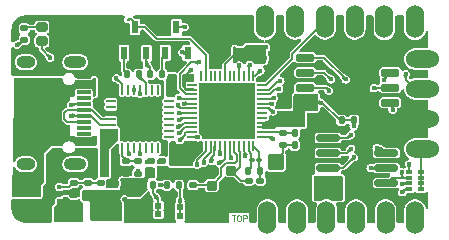
<source format=gtl>
G04 #@! TF.GenerationSoftware,KiCad,Pcbnew,8.0.6*
G04 #@! TF.CreationDate,2024-11-11T10:15:46+01:00*
G04 #@! TF.ProjectId,V1,56312e6b-6963-4616-945f-706362585858,r0.1*
G04 #@! TF.SameCoordinates,Original*
G04 #@! TF.FileFunction,Copper,L1,Top*
G04 #@! TF.FilePolarity,Positive*
%FSLAX46Y46*%
G04 Gerber Fmt 4.6, Leading zero omitted, Abs format (unit mm)*
G04 Created by KiCad (PCBNEW 8.0.6) date 2024-11-11 10:15:46*
%MOMM*%
%LPD*%
G01*
G04 APERTURE LIST*
G04 Aperture macros list*
%AMRoundRect*
0 Rectangle with rounded corners*
0 $1 Rounding radius*
0 $2 $3 $4 $5 $6 $7 $8 $9 X,Y pos of 4 corners*
0 Add a 4 corners polygon primitive as box body*
4,1,4,$2,$3,$4,$5,$6,$7,$8,$9,$2,$3,0*
0 Add four circle primitives for the rounded corners*
1,1,$1+$1,$2,$3*
1,1,$1+$1,$4,$5*
1,1,$1+$1,$6,$7*
1,1,$1+$1,$8,$9*
0 Add four rect primitives between the rounded corners*
20,1,$1+$1,$2,$3,$4,$5,0*
20,1,$1+$1,$4,$5,$6,$7,0*
20,1,$1+$1,$6,$7,$8,$9,0*
20,1,$1+$1,$8,$9,$2,$3,0*%
G04 Aperture macros list end*
%ADD10C,0.125000*%
G04 #@! TA.AperFunction,NonConductor*
%ADD11C,0.125000*%
G04 #@! TD*
G04 #@! TA.AperFunction,SMDPad,CuDef*
%ADD12R,0.550000X0.550000*%
G04 #@! TD*
G04 #@! TA.AperFunction,ComponentPad*
%ADD13C,1.524000*%
G04 #@! TD*
G04 #@! TA.AperFunction,SMDPad,CuDef*
%ADD14R,1.270000X1.524000*%
G04 #@! TD*
G04 #@! TA.AperFunction,SMDPad,CuDef*
%ADD15R,1.524000X1.270000*%
G04 #@! TD*
G04 #@! TA.AperFunction,SMDPad,CuDef*
%ADD16RoundRect,0.193750X0.281250X-0.193750X0.281250X0.193750X-0.281250X0.193750X-0.281250X-0.193750X0*%
G04 #@! TD*
G04 #@! TA.AperFunction,SMDPad,CuDef*
%ADD17RoundRect,0.147500X0.172500X-0.147500X0.172500X0.147500X-0.172500X0.147500X-0.172500X-0.147500X0*%
G04 #@! TD*
G04 #@! TA.AperFunction,SMDPad,CuDef*
%ADD18RoundRect,0.075000X-0.550000X0.225000X-0.550000X-0.225000X0.550000X-0.225000X0.550000X0.225000X0*%
G04 #@! TD*
G04 #@! TA.AperFunction,SMDPad,CuDef*
%ADD19RoundRect,0.075000X-0.550000X0.075000X-0.550000X-0.075000X0.550000X-0.075000X0.550000X0.075000X0*%
G04 #@! TD*
G04 #@! TA.AperFunction,ComponentPad*
%ADD20O,1.900000X1.000000*%
G04 #@! TD*
G04 #@! TA.AperFunction,ComponentPad*
%ADD21O,1.600000X1.000000*%
G04 #@! TD*
G04 #@! TA.AperFunction,SMDPad,CuDef*
%ADD22RoundRect,0.218750X0.256250X-0.218750X0.256250X0.218750X-0.256250X0.218750X-0.256250X-0.218750X0*%
G04 #@! TD*
G04 #@! TA.AperFunction,SMDPad,CuDef*
%ADD23RoundRect,0.147500X-0.172500X0.147500X-0.172500X-0.147500X0.172500X-0.147500X0.172500X0.147500X0*%
G04 #@! TD*
G04 #@! TA.AperFunction,SMDPad,CuDef*
%ADD24RoundRect,0.147500X0.147500X0.172500X-0.147500X0.172500X-0.147500X-0.172500X0.147500X-0.172500X0*%
G04 #@! TD*
G04 #@! TA.AperFunction,SMDPad,CuDef*
%ADD25RoundRect,0.062500X-0.337500X-0.062500X0.337500X-0.062500X0.337500X0.062500X-0.337500X0.062500X0*%
G04 #@! TD*
G04 #@! TA.AperFunction,SMDPad,CuDef*
%ADD26RoundRect,0.062500X-0.062500X-0.337500X0.062500X-0.337500X0.062500X0.337500X-0.062500X0.337500X0*%
G04 #@! TD*
G04 #@! TA.AperFunction,HeatsinkPad*
%ADD27R,3.350000X3.350000*%
G04 #@! TD*
G04 #@! TA.AperFunction,SMDPad,CuDef*
%ADD28RoundRect,0.135000X0.135000X0.185000X-0.135000X0.185000X-0.135000X-0.185000X0.135000X-0.185000X0*%
G04 #@! TD*
G04 #@! TA.AperFunction,SMDPad,CuDef*
%ADD29RoundRect,0.093750X0.093750X0.106250X-0.093750X0.106250X-0.093750X-0.106250X0.093750X-0.106250X0*%
G04 #@! TD*
G04 #@! TA.AperFunction,HeatsinkPad*
%ADD30C,0.500000*%
G04 #@! TD*
G04 #@! TA.AperFunction,HeatsinkPad*
%ADD31R,1.000000X1.600000*%
G04 #@! TD*
G04 #@! TA.AperFunction,SMDPad,CuDef*
%ADD32RoundRect,0.150000X0.650000X0.150000X-0.650000X0.150000X-0.650000X-0.150000X0.650000X-0.150000X0*%
G04 #@! TD*
G04 #@! TA.AperFunction,SMDPad,CuDef*
%ADD33RoundRect,0.135000X-0.185000X0.135000X-0.185000X-0.135000X0.185000X-0.135000X0.185000X0.135000X0*%
G04 #@! TD*
G04 #@! TA.AperFunction,SMDPad,CuDef*
%ADD34RoundRect,0.135000X-0.135000X-0.185000X0.135000X-0.185000X0.135000X0.185000X-0.135000X0.185000X0*%
G04 #@! TD*
G04 #@! TA.AperFunction,SMDPad,CuDef*
%ADD35RoundRect,0.218750X-0.218750X-0.256250X0.218750X-0.256250X0.218750X0.256250X-0.218750X0.256250X0*%
G04 #@! TD*
G04 #@! TA.AperFunction,SMDPad,CuDef*
%ADD36R,0.500000X0.400000*%
G04 #@! TD*
G04 #@! TA.AperFunction,SMDPad,CuDef*
%ADD37R,0.500000X0.300000*%
G04 #@! TD*
G04 #@! TA.AperFunction,SMDPad,CuDef*
%ADD38R,0.600000X1.100000*%
G04 #@! TD*
G04 #@! TA.AperFunction,SMDPad,CuDef*
%ADD39RoundRect,0.147500X-0.147500X-0.172500X0.147500X-0.172500X0.147500X0.172500X-0.147500X0.172500X0*%
G04 #@! TD*
G04 #@! TA.AperFunction,SMDPad,CuDef*
%ADD40RoundRect,0.140000X-0.140000X-0.170000X0.140000X-0.170000X0.140000X0.170000X-0.140000X0.170000X0*%
G04 #@! TD*
G04 #@! TA.AperFunction,SMDPad,CuDef*
%ADD41RoundRect,0.135000X0.185000X-0.135000X0.185000X0.135000X-0.185000X0.135000X-0.185000X-0.135000X0*%
G04 #@! TD*
G04 #@! TA.AperFunction,SMDPad,CuDef*
%ADD42RoundRect,0.200000X-0.250000X0.200000X-0.250000X-0.200000X0.250000X-0.200000X0.250000X0.200000X0*%
G04 #@! TD*
G04 #@! TA.AperFunction,SMDPad,CuDef*
%ADD43RoundRect,0.140000X0.170000X-0.140000X0.170000X0.140000X-0.170000X0.140000X-0.170000X-0.140000X0*%
G04 #@! TD*
G04 #@! TA.AperFunction,SMDPad,CuDef*
%ADD44RoundRect,0.135000X0.540000X0.540000X-0.540000X0.540000X-0.540000X-0.540000X0.540000X-0.540000X0*%
G04 #@! TD*
G04 #@! TA.AperFunction,SMDPad,CuDef*
%ADD45RoundRect,0.218750X-0.218750X-0.381250X0.218750X-0.381250X0.218750X0.381250X-0.218750X0.381250X0*%
G04 #@! TD*
G04 #@! TA.AperFunction,SMDPad,CuDef*
%ADD46R,0.850000X0.200000*%
G04 #@! TD*
G04 #@! TA.AperFunction,SMDPad,CuDef*
%ADD47R,0.200000X0.850000*%
G04 #@! TD*
G04 #@! TA.AperFunction,SMDPad,CuDef*
%ADD48R,4.350000X4.350000*%
G04 #@! TD*
G04 #@! TA.AperFunction,SMDPad,CuDef*
%ADD49RoundRect,0.150000X0.825000X0.150000X-0.825000X0.150000X-0.825000X-0.150000X0.825000X-0.150000X0*%
G04 #@! TD*
G04 #@! TA.AperFunction,SMDPad,CuDef*
%ADD50RoundRect,0.225000X-0.250000X0.225000X-0.250000X-0.225000X0.250000X-0.225000X0.250000X0.225000X0*%
G04 #@! TD*
G04 #@! TA.AperFunction,SMDPad,CuDef*
%ADD51RoundRect,0.100000X-0.130000X-0.100000X0.130000X-0.100000X0.130000X0.100000X-0.130000X0.100000X0*%
G04 #@! TD*
G04 #@! TA.AperFunction,ViaPad*
%ADD52C,0.400000*%
G04 #@! TD*
G04 #@! TA.AperFunction,ViaPad*
%ADD53C,0.300000*%
G04 #@! TD*
G04 #@! TA.AperFunction,Conductor*
%ADD54C,0.127000*%
G04 #@! TD*
G04 APERTURE END LIST*
D10*
D11*
X118789855Y-108152309D02*
X119075569Y-108152309D01*
X118932712Y-108652309D02*
X118932712Y-108152309D01*
X119337473Y-108152309D02*
X119432711Y-108152309D01*
X119432711Y-108152309D02*
X119480330Y-108176119D01*
X119480330Y-108176119D02*
X119527949Y-108223738D01*
X119527949Y-108223738D02*
X119551759Y-108318976D01*
X119551759Y-108318976D02*
X119551759Y-108485642D01*
X119551759Y-108485642D02*
X119527949Y-108580880D01*
X119527949Y-108580880D02*
X119480330Y-108628500D01*
X119480330Y-108628500D02*
X119432711Y-108652309D01*
X119432711Y-108652309D02*
X119337473Y-108652309D01*
X119337473Y-108652309D02*
X119289854Y-108628500D01*
X119289854Y-108628500D02*
X119242235Y-108580880D01*
X119242235Y-108580880D02*
X119218426Y-108485642D01*
X119218426Y-108485642D02*
X119218426Y-108318976D01*
X119218426Y-108318976D02*
X119242235Y-108223738D01*
X119242235Y-108223738D02*
X119289854Y-108176119D01*
X119289854Y-108176119D02*
X119337473Y-108152309D01*
X119766045Y-108652309D02*
X119766045Y-108152309D01*
X119766045Y-108152309D02*
X119956521Y-108152309D01*
X119956521Y-108152309D02*
X120004140Y-108176119D01*
X120004140Y-108176119D02*
X120027950Y-108199928D01*
X120027950Y-108199928D02*
X120051759Y-108247547D01*
X120051759Y-108247547D02*
X120051759Y-108318976D01*
X120051759Y-108318976D02*
X120027950Y-108366595D01*
X120027950Y-108366595D02*
X120004140Y-108390404D01*
X120004140Y-108390404D02*
X119956521Y-108414214D01*
X119956521Y-108414214D02*
X119766045Y-108414214D01*
D12*
G04 #@! TO.P,SW1,1*
G04 #@! TO.N,/GPIO0-BOOT*
X112575000Y-108075000D03*
G04 #@! TO.P,SW1,2*
X112575000Y-107325000D03*
G04 #@! TO.P,SW1,3*
G04 #@! TO.N,GND*
X109925000Y-107325000D03*
G04 #@! TO.P,SW1,4*
X109925000Y-108075000D03*
G04 #@! TD*
D13*
G04 #@! TO.P,P25,1,Pin_1*
G04 #@! TO.N,GND*
X134290000Y-100000000D03*
D14*
X134925000Y-100000000D03*
D13*
X135560000Y-100000000D03*
G04 #@! TD*
G04 #@! TO.P,P28,1,Pin_1*
G04 #@! TO.N,+3V3*
X134290000Y-102540000D03*
D14*
X134925000Y-102540000D03*
D13*
X135560000Y-102540000D03*
G04 #@! TD*
G04 #@! TO.P,P7,1,Pin_1*
G04 #@! TO.N,/GPIO23*
X129300000Y-107721500D03*
D15*
X129300000Y-108356500D03*
D13*
X129300000Y-108991500D03*
G04 #@! TD*
G04 #@! TO.P,P18,1,Pin_1*
G04 #@! TO.N,/GPIO35*
X129200000Y-92380000D03*
D15*
X129200000Y-91745000D03*
D13*
X129200000Y-91110000D03*
G04 #@! TD*
G04 #@! TO.P,P17,1,Pin_1*
G04 #@! TO.N,Net-(P17-Pin_1)*
X124130000Y-92380000D03*
D15*
X124130000Y-91745000D03*
D13*
X124130000Y-91110000D03*
G04 #@! TD*
G04 #@! TO.P,P15,1,Pin_1*
G04 #@! TO.N,/GPIO25*
X121600000Y-92400000D03*
D15*
X121600000Y-91765000D03*
D13*
X121600000Y-91130000D03*
G04 #@! TD*
G04 #@! TO.P,P12,1,Pin_1*
G04 #@! TO.N,/GPIO21*
X126800000Y-107700000D03*
D15*
X126800000Y-108335000D03*
D13*
X126800000Y-108970000D03*
G04 #@! TD*
G04 #@! TO.P,P14,1,Pin_1*
G04 #@! TO.N,/GPIO39*
X134300000Y-92400000D03*
D15*
X134300000Y-91765000D03*
D13*
X134300000Y-91130000D03*
G04 #@! TD*
G04 #@! TO.P,P13,1,Pin_1*
G04 #@! TO.N,/GPIO34*
X131700000Y-92400000D03*
D15*
X131700000Y-91765000D03*
D13*
X131700000Y-91130000D03*
G04 #@! TD*
G04 #@! TO.P,P9,1,Pin_1*
G04 #@! TO.N,/GPIO5*
X134300000Y-107721500D03*
D15*
X134300000Y-108356500D03*
D13*
X134300000Y-108991500D03*
G04 #@! TD*
G04 #@! TO.P,P8,1,Pin_1*
G04 #@! TO.N,/GPIO18-DAC_2*
X131800000Y-107721500D03*
D15*
X131800000Y-108356500D03*
D13*
X131800000Y-108991500D03*
G04 #@! TD*
D16*
G04 #@! TO.P,D3,1,K*
G04 #@! TO.N,/GPIO11-~{LEDB}*
X102700000Y-93387500D03*
G04 #@! TO.P,D3,2,A*
G04 #@! TO.N,Net-(D3-A)*
X102700000Y-92212500D03*
G04 #@! TD*
D17*
G04 #@! TO.P,C9,1*
G04 #@! TO.N,+3V3*
X119500000Y-94485000D03*
G04 #@! TO.P,C9,2*
G04 #@! TO.N,GND*
X119500000Y-93515000D03*
G04 #@! TD*
D13*
G04 #@! TO.P,P31,1,Pin_1*
G04 #@! TO.N,/~{CRESET}*
X134290000Y-97460000D03*
D14*
X134925000Y-97460000D03*
D13*
X135560000Y-97460000D03*
G04 #@! TD*
G04 #@! TO.P,P30,1,Pin_1*
G04 #@! TO.N,/GPIO38*
X134290000Y-94920000D03*
D14*
X134925000Y-94920000D03*
D13*
X135560000Y-94920000D03*
G04 #@! TD*
G04 #@! TO.P,P11,1,Pin_1*
G04 #@! TO.N,/GPIO22*
X124300000Y-107700000D03*
D15*
X124300000Y-108335000D03*
D13*
X124300000Y-108970000D03*
G04 #@! TD*
G04 #@! TO.P,P10,1,Pin_1*
G04 #@! TO.N,/GPIO19*
X121800000Y-107700000D03*
D15*
X121800000Y-108335000D03*
D13*
X121800000Y-108970000D03*
G04 #@! TD*
G04 #@! TO.P,P16,1,Pin_1*
G04 #@! TO.N,Net-(P16-Pin_1)*
X126670000Y-92380000D03*
D15*
X126670000Y-91745000D03*
D13*
X126670000Y-91110000D03*
G04 #@! TD*
D18*
G04 #@! TO.P,J1,A1,GND*
G04 #@! TO.N,GND*
X106245000Y-96250000D03*
G04 #@! TO.P,J1,A4,VBUS*
G04 #@! TO.N,VBUS*
X106245000Y-97050000D03*
D19*
G04 #@! TO.P,J1,A5,CC1*
G04 #@! TO.N,unconnected-(J1-CC1-PadA5)*
X106245000Y-98250000D03*
G04 #@! TO.P,J1,A6,D+*
G04 #@! TO.N,/USB_P*
X106245000Y-99250000D03*
G04 #@! TO.P,J1,A7,D-*
G04 #@! TO.N,/USB_N*
X106245000Y-99750000D03*
G04 #@! TO.P,J1,A8,SBU1*
G04 #@! TO.N,/SBU1*
X106245000Y-100750000D03*
D18*
G04 #@! TO.P,J1,A9,VBUS*
G04 #@! TO.N,VBUS*
X106245000Y-101950000D03*
G04 #@! TO.P,J1,A12,GND*
G04 #@! TO.N,GND*
X106245000Y-102750000D03*
G04 #@! TO.P,J1,B1,GND*
X106245000Y-102750000D03*
G04 #@! TO.P,J1,B4,VBUS*
G04 #@! TO.N,VBUS*
X106245000Y-101950000D03*
D19*
G04 #@! TO.P,J1,B5,CC2*
G04 #@! TO.N,unconnected-(J1-CC2-PadB5)*
X106245000Y-101250000D03*
G04 #@! TO.P,J1,B6,D+*
G04 #@! TO.N,/USB_P*
X106245000Y-100250000D03*
G04 #@! TO.P,J1,B7,D-*
G04 #@! TO.N,/USB_N*
X106245000Y-98750000D03*
G04 #@! TO.P,J1,B8,SBU2*
G04 #@! TO.N,/SBU2*
X106245000Y-97750000D03*
D18*
G04 #@! TO.P,J1,B9,VBUS*
G04 #@! TO.N,VBUS*
X106245000Y-97050000D03*
G04 #@! TO.P,J1,B12,GND*
G04 #@! TO.N,GND*
X106245000Y-96250000D03*
D20*
G04 #@! TO.P,J1,S1,SHIELD*
G04 #@! TO.N,unconnected-(J1-SHIELD-PadS1)_0*
X105530000Y-95180000D03*
D21*
G04 #@! TO.N,unconnected-(J1-SHIELD-PadS1)*
X101350000Y-95180000D03*
D20*
G04 #@! TO.N,unconnected-(J1-SHIELD-PadS1)_1*
X105530000Y-103820000D03*
D21*
G04 #@! TO.N,unconnected-(J1-SHIELD-PadS1)_2*
X101350000Y-103820000D03*
G04 #@! TD*
D22*
G04 #@! TO.P,C19,1*
G04 #@! TO.N,+3V3*
X123200000Y-99987500D03*
G04 #@! TO.P,C19,2*
G04 #@! TO.N,GND*
X123200000Y-98412500D03*
G04 #@! TD*
D23*
G04 #@! TO.P,R13,1*
G04 #@! TO.N,Net-(D3-A)*
X101200000Y-92315000D03*
G04 #@! TO.P,R13,2*
G04 #@! TO.N,+3V3*
X101200000Y-93285000D03*
G04 #@! TD*
D24*
G04 #@! TO.P,R10,1*
G04 #@! TO.N,/GPIO0-BOOT*
X112085000Y-105600000D03*
G04 #@! TO.P,R10,2*
G04 #@! TO.N,+3V3*
X111115000Y-105600000D03*
G04 #@! TD*
D17*
G04 #@! TO.P,C12,1*
G04 #@! TO.N,+3V3*
X113800000Y-96685000D03*
G04 #@! TO.P,C12,2*
G04 #@! TO.N,GND*
X113800000Y-95715000D03*
G04 #@! TD*
D25*
G04 #@! TO.P,U7,1,~{DCD}*
G04 #@! TO.N,unconnected-(U7-~{DCD}-Pad1)*
X108550000Y-98500000D03*
G04 #@! TO.P,U7,2,~{RI}/CLK*
G04 #@! TO.N,unconnected-(U7-~{RI}{slash}CLK-Pad2)*
X108550000Y-99000000D03*
G04 #@! TO.P,U7,3,GND*
G04 #@! TO.N,GND*
X108550000Y-99500000D03*
G04 #@! TO.P,U7,4,D+*
G04 #@! TO.N,/USB_P*
X108550000Y-100000000D03*
G04 #@! TO.P,U7,5,D-*
G04 #@! TO.N,/USB_N*
X108550000Y-100500000D03*
G04 #@! TO.P,U7,6,VDD*
G04 #@! TO.N,+3V3*
X108550000Y-101000000D03*
G04 #@! TO.P,U7,7,VREGIN*
X108550000Y-101500000D03*
D26*
G04 #@! TO.P,U7,8,VBUS*
G04 #@! TO.N,Net-(U7-VBUS)*
X109500000Y-102450000D03*
G04 #@! TO.P,U7,9,~{RST}*
G04 #@! TO.N,Net-(U7-~{RST})*
X110000000Y-102450000D03*
G04 #@! TO.P,U7,10,NC*
G04 #@! TO.N,unconnected-(U7-NC-Pad10)*
X110500000Y-102450000D03*
G04 #@! TO.P,U7,11,~{SUSPEND}*
G04 #@! TO.N,Net-(U7-~{SUSPEND})*
X111000000Y-102450000D03*
G04 #@! TO.P,U7,12,SUSPEND*
G04 #@! TO.N,unconnected-(U7-SUSPEND-Pad12)*
X111500000Y-102450000D03*
G04 #@! TO.P,U7,13,CHREN*
G04 #@! TO.N,unconnected-(U7-CHREN-Pad13)*
X112000000Y-102450000D03*
G04 #@! TO.P,U7,14,CHR1*
G04 #@! TO.N,unconnected-(U7-CHR1-Pad14)*
X112500000Y-102450000D03*
D25*
G04 #@! TO.P,U7,15,CHR0*
G04 #@! TO.N,unconnected-(U7-CHR0-Pad15)*
X113450000Y-101500000D03*
G04 #@! TO.P,U7,16,~{WAKEUP}/GPIO.3*
G04 #@! TO.N,unconnected-(U7-~{WAKEUP}{slash}GPIO.3-Pad16)*
X113450000Y-101000000D03*
G04 #@! TO.P,U7,17,RS485/GPIO.2*
G04 #@! TO.N,unconnected-(U7-RS485{slash}GPIO.2-Pad17)*
X113450000Y-100500000D03*
G04 #@! TO.P,U7,18,~{RXT}/GPIO.1*
G04 #@! TO.N,unconnected-(U7-~{RXT}{slash}GPIO.1-Pad18)*
X113450000Y-100000000D03*
G04 #@! TO.P,U7,19,~{TXT}/GPIO.0*
G04 #@! TO.N,unconnected-(U7-~{TXT}{slash}GPIO.0-Pad19)*
X113450000Y-99500000D03*
G04 #@! TO.P,U7,20,GPIO.6*
G04 #@! TO.N,unconnected-(U7-GPIO.6-Pad20)*
X113450000Y-99000000D03*
G04 #@! TO.P,U7,21,GPIO.5*
G04 #@! TO.N,unconnected-(U7-GPIO.5-Pad21)*
X113450000Y-98500000D03*
D26*
G04 #@! TO.P,U7,22,GPIO.4*
G04 #@! TO.N,unconnected-(U7-GPIO.4-Pad22)*
X112500000Y-97550000D03*
G04 #@! TO.P,U7,23,~{CTS}*
G04 #@! TO.N,unconnected-(U7-~{CTS}-Pad23)*
X112000000Y-97550000D03*
G04 #@! TO.P,U7,24,~{RTS}*
G04 #@! TO.N,/RTS*
X111500000Y-97550000D03*
G04 #@! TO.P,U7,25,RXD*
G04 #@! TO.N,/U0TXD*
X111000000Y-97550000D03*
G04 #@! TO.P,U7,26,TXD*
G04 #@! TO.N,/U0RXD*
X110500000Y-97550000D03*
G04 #@! TO.P,U7,27,~{DSR}*
G04 #@! TO.N,unconnected-(U7-~{DSR}-Pad27)*
X110000000Y-97550000D03*
G04 #@! TO.P,U7,28,~{DTR}*
G04 #@! TO.N,/DTR*
X109500000Y-97550000D03*
D27*
G04 #@! TO.P,U7,29,GND*
G04 #@! TO.N,GND*
X111000000Y-100000000D03*
G04 #@! TD*
D28*
G04 #@! TO.P,R1,1*
G04 #@! TO.N,/~{CRESET}*
X114310000Y-105600000D03*
G04 #@! TO.P,R1,2*
G04 #@! TO.N,+3V3*
X113290000Y-105600000D03*
G04 #@! TD*
D29*
G04 #@! TO.P,U5,1,SW*
G04 #@! TO.N,Net-(U5-SW)*
X104187500Y-107050000D03*
G04 #@! TO.P,U5,2,MODE*
G04 #@! TO.N,GND*
X104187500Y-106400000D03*
G04 #@! TO.P,U5,3,FB*
G04 #@! TO.N,Net-(U5-FB)*
X104187500Y-105750000D03*
G04 #@! TO.P,U5,4,EN*
G04 #@! TO.N,VBUS*
X102412500Y-105750000D03*
G04 #@! TO.P,U5,5,VIN*
X102412500Y-106400000D03*
G04 #@! TO.P,U5,6,GND*
G04 #@! TO.N,GND*
X102412500Y-107050000D03*
D30*
G04 #@! TO.P,U5,7,GND*
X103300000Y-106950000D03*
D31*
X103300000Y-106400000D03*
D30*
X103300000Y-105850000D03*
G04 #@! TD*
D23*
G04 #@! TO.P,C3,1*
G04 #@! TO.N,GND*
X115500000Y-104615000D03*
G04 #@! TO.P,C3,2*
G04 #@! TO.N,Net-(U3-XTAL_N)*
X115500000Y-105585000D03*
G04 #@! TD*
D32*
G04 #@! TO.P,U4,1,~{CS}*
G04 #@! TO.N,/SPI_~{CS}*
X132200000Y-98605000D03*
G04 #@! TO.P,U4,2,DO(IO1)*
G04 #@! TO.N,/SPI_CIPO-IO1*
X132200000Y-97335000D03*
G04 #@! TO.P,U4,3,IO2*
G04 #@! TO.N,/SPI_~{WP}-IO2*
X132200000Y-96065000D03*
G04 #@! TO.P,U4,4,GND*
G04 #@! TO.N,GND*
X132200000Y-94795000D03*
G04 #@! TO.P,U4,5,DI(IO0)*
G04 #@! TO.N,/SPI_COPI-IO0*
X125000000Y-94795000D03*
G04 #@! TO.P,U4,6,CLK*
G04 #@! TO.N,/SPI_SCK*
X125000000Y-96065000D03*
G04 #@! TO.P,U4,7,IO3*
G04 #@! TO.N,/SPI_~{HLD}-IO3*
X125000000Y-97335000D03*
G04 #@! TO.P,U4,8,VCC*
G04 #@! TO.N,+3V3*
X125000000Y-98605000D03*
G04 #@! TD*
D33*
G04 #@! TO.P,R16,1*
G04 #@! TO.N,Net-(U7-VBUS)*
X110800000Y-103590000D03*
G04 #@! TO.P,R16,2*
G04 #@! TO.N,VBUS*
X110800000Y-104610000D03*
G04 #@! TD*
D34*
G04 #@! TO.P,R21,1*
G04 #@! TO.N,Net-(Q2-B)*
X109890000Y-96200000D03*
G04 #@! TO.P,R21,2*
G04 #@! TO.N,/RTS*
X110910000Y-96200000D03*
G04 #@! TD*
D35*
G04 #@! TO.P,C14,1*
G04 #@! TO.N,+3V3*
X120912500Y-94400000D03*
G04 #@! TO.P,C14,2*
G04 #@! TO.N,GND*
X122487500Y-94400000D03*
G04 #@! TD*
D36*
G04 #@! TO.P,RN1,1,R1.1*
G04 #@! TO.N,/~{CRESET}*
X133800000Y-104450000D03*
D37*
G04 #@! TO.P,RN1,2,R2.1*
G04 #@! TO.N,/RAM_~{CS}*
X133800000Y-104950000D03*
G04 #@! TO.P,RN1,3,R3.1*
G04 #@! TO.N,/SPI_SCK*
X133800000Y-105450000D03*
D36*
G04 #@! TO.P,RN1,4,R4.1*
G04 #@! TO.N,/SPI_~{CS}*
X133800000Y-105950000D03*
G04 #@! TO.P,RN1,5,R4.2*
G04 #@! TO.N,+3V3*
X134800000Y-105950000D03*
D37*
G04 #@! TO.P,RN1,6,R3.2*
X134800000Y-105450000D03*
G04 #@! TO.P,RN1,7,R2.2*
X134800000Y-104950000D03*
D36*
G04 #@! TO.P,RN1,8,R1.2*
X134800000Y-104450000D03*
G04 #@! TD*
D38*
G04 #@! TO.P,Q1,1,B*
G04 #@! TO.N,Net-(Q1-B)*
X113150000Y-94400000D03*
G04 #@! TO.P,Q1,2,E*
G04 #@! TO.N,/RTS*
X115050000Y-94400000D03*
G04 #@! TO.P,Q1,3,C*
G04 #@! TO.N,/~{CRESET}*
X114100000Y-92200000D03*
G04 #@! TD*
D23*
G04 #@! TO.P,L2,1*
G04 #@! TO.N,Net-(U3-LNA_IN)*
X123100000Y-101215000D03*
G04 #@! TO.P,L2,2*
G04 #@! TO.N,Net-(AE1-A)*
X123100000Y-102185000D03*
G04 #@! TD*
D39*
G04 #@! TO.P,C11,1*
G04 #@! TO.N,Net-(AE1-A)*
X124115000Y-102200000D03*
G04 #@! TO.P,C11,2*
G04 #@! TO.N,GND*
X125085000Y-102200000D03*
G04 #@! TD*
D40*
G04 #@! TO.P,C20,1*
G04 #@! TO.N,+3V3*
X108020000Y-104500000D03*
G04 #@! TO.P,C20,2*
G04 #@! TO.N,GND*
X108980000Y-104500000D03*
G04 #@! TD*
D12*
G04 #@! TO.P,SW2,1*
G04 #@! TO.N,/~{CRESET}*
X114425000Y-107425000D03*
G04 #@! TO.P,SW2,2*
X114425000Y-108175000D03*
G04 #@! TO.P,SW2,3*
G04 #@! TO.N,GND*
X117075000Y-108175000D03*
G04 #@! TO.P,SW2,4*
X117075000Y-107425000D03*
G04 #@! TD*
D17*
G04 #@! TO.P,C4,1*
G04 #@! TO.N,GND*
X120200000Y-106185000D03*
G04 #@! TO.P,C4,2*
G04 #@! TO.N,Net-(U3-XTAL_P)*
X120200000Y-105215000D03*
G04 #@! TD*
D33*
G04 #@! TO.P,R8,1*
G04 #@! TO.N,Net-(U5-FB)*
X105400000Y-105390000D03*
G04 #@! TO.P,R8,2*
G04 #@! TO.N,GND*
X105400000Y-106410000D03*
G04 #@! TD*
D41*
G04 #@! TO.P,R22,1*
G04 #@! TO.N,GND*
X112900000Y-104610000D03*
G04 #@! TO.P,R22,2*
G04 #@! TO.N,Net-(U7-~{SUSPEND})*
X112900000Y-103590000D03*
G04 #@! TD*
D39*
G04 #@! TO.P,C2,1*
G04 #@! TO.N,+3V3*
X129115000Y-100100000D03*
G04 #@! TO.P,C2,2*
G04 #@! TO.N,GND*
X130085000Y-100100000D03*
G04 #@! TD*
D24*
G04 #@! TO.P,C1,1*
G04 #@! TO.N,+3V3*
X128085000Y-100100000D03*
G04 #@! TO.P,C1,2*
G04 #@! TO.N,GND*
X127115000Y-100100000D03*
G04 #@! TD*
D39*
G04 #@! TO.P,C10,1*
G04 #@! TO.N,Net-(U3-LNA_IN)*
X124115000Y-101200000D03*
G04 #@! TO.P,C10,2*
G04 #@! TO.N,GND*
X125085000Y-101200000D03*
G04 #@! TD*
D42*
G04 #@! TO.P,Y1,1,1*
G04 #@! TO.N,Net-(U3-XTAL_P)*
X118725000Y-104375000D03*
G04 #@! TO.P,Y1,2,2*
G04 #@! TO.N,GND*
X117075000Y-104375000D03*
G04 #@! TO.P,Y1,3,3*
G04 #@! TO.N,Net-(U3-XTAL_N)*
X117075000Y-105625000D03*
G04 #@! TO.P,Y1,4,4*
G04 #@! TO.N,GND*
X118725000Y-105625000D03*
G04 #@! TD*
D40*
G04 #@! TO.P,C18,1*
G04 #@! TO.N,+3V3*
X108040000Y-103530000D03*
G04 #@! TO.P,C18,2*
G04 #@! TO.N,GND*
X109000000Y-103530000D03*
G04 #@! TD*
D39*
G04 #@! TO.P,C15,1*
G04 #@! TO.N,+3V3*
X124515000Y-100200000D03*
G04 #@! TO.P,C15,2*
G04 #@! TO.N,GND*
X125485000Y-100200000D03*
G04 #@! TD*
D41*
G04 #@! TO.P,R17,1*
G04 #@! TO.N,GND*
X109800000Y-104610000D03*
G04 #@! TO.P,R17,2*
G04 #@! TO.N,Net-(U7-VBUS)*
X109800000Y-103590000D03*
G04 #@! TD*
D43*
G04 #@! TO.P,C17,1*
G04 #@! TO.N,GND*
X121200000Y-106180000D03*
G04 #@! TO.P,C17,2*
G04 #@! TO.N,Net-(U3-CAP1)*
X121200000Y-105220000D03*
G04 #@! TD*
D38*
G04 #@! TO.P,Q2,1,B*
G04 #@! TO.N,Net-(Q2-B)*
X109650000Y-94400000D03*
G04 #@! TO.P,Q2,2,E*
G04 #@! TO.N,/DTR*
X111550000Y-94400000D03*
G04 #@! TO.P,Q2,3,C*
G04 #@! TO.N,/GPIO0-BOOT*
X110600000Y-92200000D03*
G04 #@! TD*
D44*
G04 #@! TO.P,AE1,1,A*
G04 #@! TO.N,Net-(AE1-A)*
X122525000Y-103625000D03*
G04 #@! TO.P,AE1,2,Shield*
G04 #@! TO.N,GND*
X124675000Y-105775000D03*
X124675000Y-103625000D03*
X122525000Y-105775000D03*
G04 #@! TD*
D43*
G04 #@! TO.P,C6,1*
G04 #@! TO.N,+3V3*
X107700000Y-106380000D03*
G04 #@! TO.P,C6,2*
G04 #@! TO.N,Net-(U5-FB)*
X107700000Y-105420000D03*
G04 #@! TD*
D45*
G04 #@! TO.P,L1,1*
G04 #@! TO.N,Net-(U5-SW)*
X105537500Y-107800000D03*
G04 #@! TO.P,L1,2*
G04 #@! TO.N,+3V3*
X107662500Y-107800000D03*
G04 #@! TD*
D33*
G04 #@! TO.P,R18,1*
G04 #@! TO.N,Net-(U7-~{RST})*
X111900000Y-103590000D03*
G04 #@! TO.P,R18,2*
G04 #@! TO.N,+3V3*
X111900000Y-104610000D03*
G04 #@! TD*
D46*
G04 #@! TO.P,U3,1,VDDA*
G04 #@! TO.N,+3V3*
X121350000Y-101500000D03*
G04 #@! TO.P,U3,2,LNA_IN*
G04 #@! TO.N,Net-(U3-LNA_IN)*
X121350000Y-101100000D03*
G04 #@! TO.P,U3,3,VDD3P3*
G04 #@! TO.N,+3V3*
X121350000Y-100700000D03*
G04 #@! TO.P,U3,4,VDD3P3*
X121350000Y-100300000D03*
G04 #@! TO.P,U3,5,SENSOR_VP*
G04 #@! TO.N,unconnected-(U3-SENSOR_VP-Pad5)*
X121350000Y-99900000D03*
G04 #@! TO.P,U3,6,SENSOR_CAPP*
G04 #@! TO.N,unconnected-(U3-SENSOR_CAPP-Pad6)*
X121350000Y-99500000D03*
G04 #@! TO.P,U3,7,SENSOR_CAPN*
G04 #@! TO.N,/GPIO38*
X121350000Y-99100000D03*
G04 #@! TO.P,U3,8,SENSOR_VN*
G04 #@! TO.N,/GPIO39*
X121350000Y-98700000D03*
G04 #@! TO.P,U3,9,CHIP_PU*
G04 #@! TO.N,/~{CRESET}*
X121350000Y-98300000D03*
G04 #@! TO.P,U3,10,VDET_1*
G04 #@! TO.N,/GPIO34*
X121350000Y-97900000D03*
G04 #@! TO.P,U3,11,VDET_2*
G04 #@! TO.N,/GPIO35*
X121350000Y-97500000D03*
G04 #@! TO.P,U3,12,32K_XP*
G04 #@! TO.N,Net-(P16-Pin_1)*
X121350000Y-97100000D03*
D47*
G04 #@! TO.P,U3,13,32K_XN*
G04 #@! TO.N,Net-(P17-Pin_1)*
X120600000Y-96350000D03*
G04 #@! TO.P,U3,14,GPIO25*
G04 #@! TO.N,/GPIO25*
X120200000Y-96350000D03*
G04 #@! TO.P,U3,15,GPIO26*
G04 #@! TO.N,unconnected-(U3-GPIO26-Pad15)*
X119800000Y-96350000D03*
G04 #@! TO.P,U3,16,GPIO27*
G04 #@! TO.N,/RAM_~{CS}*
X119400000Y-96350000D03*
G04 #@! TO.P,U3,17,MTMS*
G04 #@! TO.N,unconnected-(U3-MTMS-Pad17)*
X119000000Y-96350000D03*
G04 #@! TO.P,U3,18,MTDI*
G04 #@! TO.N,unconnected-(U3-MTDI-Pad18)*
X118600000Y-96350000D03*
G04 #@! TO.P,U3,19,VDD3P3_RTC*
G04 #@! TO.N,+3V3*
X118200000Y-96350000D03*
G04 #@! TO.P,U3,20,MTCK*
G04 #@! TO.N,unconnected-(U3-MTCK-Pad20)*
X117800000Y-96350000D03*
G04 #@! TO.P,U3,21,MTDO*
G04 #@! TO.N,unconnected-(U3-MTDO-Pad21)*
X117400000Y-96350000D03*
G04 #@! TO.P,U3,22,GPIO2*
G04 #@! TO.N,unconnected-(U3-GPIO2-Pad22)*
X117000000Y-96350000D03*
G04 #@! TO.P,U3,23,GPIO0*
G04 #@! TO.N,/GPIO0-BOOT*
X116600000Y-96350000D03*
G04 #@! TO.P,U3,24,GPIO4*
G04 #@! TO.N,unconnected-(U3-GPIO4-Pad24)*
X116200000Y-96350000D03*
D46*
G04 #@! TO.P,U3,25,GPIO16*
G04 #@! TO.N,unconnected-(U3-GPIO16-Pad25)*
X115450000Y-97100000D03*
G04 #@! TO.P,U3,26,VDD_SDIO*
G04 #@! TO.N,+3V3*
X115450000Y-97500000D03*
G04 #@! TO.P,U3,27,GPIO17*
G04 #@! TO.N,/GPIO11-~{LEDB}*
X115450000Y-97900000D03*
G04 #@! TO.P,U3,28,SD_DATA_2*
G04 #@! TO.N,/SPI_~{WP}-IO2*
X115450000Y-98300000D03*
G04 #@! TO.P,U3,29,SD_DATA_3*
G04 #@! TO.N,/SPI_~{HLD}-IO3*
X115450000Y-98700000D03*
G04 #@! TO.P,U3,30,SD_CMD*
G04 #@! TO.N,/SPI_~{CS}*
X115450000Y-99100000D03*
G04 #@! TO.P,U3,31,SD_CLK*
G04 #@! TO.N,/SPI_SCK*
X115450000Y-99500000D03*
G04 #@! TO.P,U3,32,SD_DATA_0*
G04 #@! TO.N,/SPI_COPI-IO0*
X115450000Y-99900000D03*
G04 #@! TO.P,U3,33,SD_DATA_1*
G04 #@! TO.N,/SPI_CIPO-IO1*
X115450000Y-100300000D03*
G04 #@! TO.P,U3,34,GPIO5*
G04 #@! TO.N,/GPIO5*
X115450000Y-100700000D03*
G04 #@! TO.P,U3,35,GPIO18*
G04 #@! TO.N,/GPIO18-DAC_2*
X115450000Y-101100000D03*
G04 #@! TO.P,U3,36,GPIO23*
G04 #@! TO.N,/GPIO23*
X115450000Y-101500000D03*
D47*
G04 #@! TO.P,U3,37,VDD3P3_CPU*
G04 #@! TO.N,+3V3*
X116200000Y-102250000D03*
G04 #@! TO.P,U3,38,GPIO19*
G04 #@! TO.N,/GPIO19*
X116600000Y-102250000D03*
G04 #@! TO.P,U3,39,GPIO22*
G04 #@! TO.N,/GPIO22*
X117000000Y-102250000D03*
G04 #@! TO.P,U3,40,U0RXD*
G04 #@! TO.N,/U0RXD*
X117400000Y-102250000D03*
G04 #@! TO.P,U3,41,U0TXD*
G04 #@! TO.N,/U0TXD*
X117800000Y-102250000D03*
G04 #@! TO.P,U3,42,GPIO21*
G04 #@! TO.N,/GPIO21*
X118200000Y-102250000D03*
G04 #@! TO.P,U3,43,VDDA*
G04 #@! TO.N,+3V3*
X118600000Y-102250000D03*
G04 #@! TO.P,U3,44,XTAL_N*
G04 #@! TO.N,Net-(U3-XTAL_N)*
X119000000Y-102250000D03*
G04 #@! TO.P,U3,45,XTAL_P*
G04 #@! TO.N,Net-(U3-XTAL_P)*
X119400000Y-102250000D03*
G04 #@! TO.P,U3,46,VDDA*
G04 #@! TO.N,+3V3*
X119800000Y-102250000D03*
G04 #@! TO.P,U3,47,CAP2*
G04 #@! TO.N,Net-(U3-CAP2)*
X120200000Y-102250000D03*
G04 #@! TO.P,U3,48,CAP1*
G04 #@! TO.N,Net-(U3-CAP1)*
X120600000Y-102250000D03*
D48*
G04 #@! TO.P,U3,49,GND*
G04 #@! TO.N,GND*
X118400000Y-99300000D03*
G04 #@! TD*
D49*
G04 #@! TO.P,U2,1,~{CS}*
G04 #@! TO.N,/RAM_~{CS}*
X131875000Y-105405000D03*
G04 #@! TO.P,U2,2,DO(IO1)*
G04 #@! TO.N,/SPI_CIPO-IO1*
X131875000Y-104135000D03*
G04 #@! TO.P,U2,3,IO2*
G04 #@! TO.N,/SPI_~{WP}-IO2*
X131875000Y-102865000D03*
G04 #@! TO.P,U2,4,GND*
G04 #@! TO.N,GND*
X131875000Y-101595000D03*
G04 #@! TO.P,U2,5,DI(IO0)*
G04 #@! TO.N,/SPI_COPI-IO0*
X126925000Y-101595000D03*
G04 #@! TO.P,U2,6,CLK*
G04 #@! TO.N,/SPI_SCK*
X126925000Y-102865000D03*
G04 #@! TO.P,U2,7,IO3*
G04 #@! TO.N,/SPI_~{HLD}-IO3*
X126925000Y-104135000D03*
G04 #@! TO.P,U2,8,VCC*
G04 #@! TO.N,+3V3*
X126925000Y-105405000D03*
G04 #@! TD*
D23*
G04 #@! TO.P,C13,1*
G04 #@! TO.N,+3V3*
X114000000Y-103515000D03*
G04 #@! TO.P,C13,2*
G04 #@! TO.N,GND*
X114000000Y-104485000D03*
G04 #@! TD*
D50*
G04 #@! TO.P,C5,1*
G04 #@! TO.N,VBUS*
X101100000Y-105925000D03*
G04 #@! TO.P,C5,2*
G04 #@! TO.N,GND*
X101100000Y-107475000D03*
G04 #@! TD*
D41*
G04 #@! TO.P,R7,1*
G04 #@! TO.N,+3V3*
X106600000Y-106410000D03*
G04 #@! TO.P,R7,2*
G04 #@! TO.N,Net-(U5-FB)*
X106600000Y-105390000D03*
G04 #@! TD*
D28*
G04 #@! TO.P,R15,1*
G04 #@! TO.N,Net-(U3-CAP1)*
X121210000Y-104400000D03*
G04 #@! TO.P,R15,2*
G04 #@! TO.N,Net-(U3-CAP2)*
X120190000Y-104400000D03*
G04 #@! TD*
D51*
G04 #@! TO.P,C16,1*
G04 #@! TO.N,Net-(U3-CAP2)*
X120480000Y-103500000D03*
G04 #@! TO.P,C16,2*
G04 #@! TO.N,Net-(U3-CAP1)*
X121120000Y-103500000D03*
G04 #@! TD*
D28*
G04 #@! TO.P,R20,1*
G04 #@! TO.N,Net-(Q1-B)*
X112910000Y-96200000D03*
G04 #@! TO.P,R20,2*
G04 #@! TO.N,/DTR*
X111890000Y-96200000D03*
G04 #@! TD*
D43*
G04 #@! TO.P,C7,1*
G04 #@! TO.N,+3V3*
X108900000Y-106380000D03*
G04 #@! TO.P,C7,2*
G04 #@! TO.N,GND*
X108900000Y-105420000D03*
G04 #@! TD*
D52*
G04 #@! TO.N,+3V3*
X107250000Y-106650000D03*
X114453524Y-103589921D03*
X126300000Y-98600000D03*
X100600000Y-93700000D03*
X108250000Y-106650000D03*
X115600000Y-103080000D03*
X118746500Y-103265399D03*
X107800000Y-104150000D03*
X122300000Y-100600000D03*
X121694001Y-93936500D03*
X113729109Y-103131192D03*
X115317744Y-95837744D03*
X112730000Y-105600000D03*
X119940000Y-103130000D03*
X127700000Y-106100000D03*
X111535729Y-105133314D03*
X126900000Y-106100000D03*
X129100000Y-100600000D03*
X120562886Y-94830067D03*
X120551288Y-93936500D03*
X121604211Y-94859392D03*
X113770000Y-97240000D03*
X122250000Y-101650000D03*
G04 #@! TO.N,GND*
X117700000Y-107400000D03*
X110000000Y-101100000D03*
X116600000Y-98600000D03*
X116450000Y-108050000D03*
X112050000Y-101190223D03*
X111000000Y-101100000D03*
X114900000Y-104600000D03*
X109900000Y-100000000D03*
X119600000Y-92800000D03*
X117050000Y-98150000D03*
X117050000Y-98600000D03*
X109000000Y-102900000D03*
X116600000Y-98150000D03*
X125400000Y-101800000D03*
X109700000Y-106800000D03*
X125400000Y-100800000D03*
X122900000Y-98100000D03*
X122900000Y-93400000D03*
X114196961Y-95733500D03*
G04 #@! TO.N,/USB_N*
X105200000Y-99700000D03*
X105200000Y-98799986D03*
G04 #@! TO.N,VBUS*
X110800000Y-104400000D03*
X107200000Y-102000000D03*
G04 #@! TO.N,/SPI_~{HLD}-IO3*
X129109777Y-103250000D03*
X127000000Y-97600000D03*
X114716455Y-98685731D03*
G04 #@! TO.N,/SPI_~{WP}-IO2*
X131644735Y-96685001D03*
X114300000Y-98200000D03*
X131034998Y-102444699D03*
G04 #@! TO.N,/RAM_~{CS}*
X133153484Y-104501766D03*
X119400000Y-95450000D03*
G04 #@! TO.N,/~{CRESET}*
X114800000Y-92200000D03*
X122360000Y-98230000D03*
X133799996Y-103800000D03*
X133500004Y-96200004D03*
X114425000Y-106900000D03*
G04 #@! TO.N,/U0RXD*
X117060000Y-103530000D03*
X110500000Y-97549984D03*
G04 #@! TO.N,/U0TXD*
X117746500Y-102937903D03*
X111025001Y-97885377D03*
G04 #@! TO.N,/SPI_COPI-IO0*
X128411748Y-96650000D03*
X128853554Y-101346446D03*
X114298002Y-100099883D03*
G04 #@! TO.N,/SPI_CIPO-IO1*
X130800000Y-97400000D03*
X130534998Y-104134998D03*
X114220000Y-100650000D03*
G04 #@! TO.N,/GPIO11-~{LEDB}*
X115980000Y-95210000D03*
X103400000Y-94800000D03*
D53*
G04 #@! TO.N,/GPIO0-BOOT*
X109970000Y-91580000D03*
D52*
X112400000Y-106600000D03*
G04 #@! TO.N,/GPIO38*
X122230000Y-99360000D03*
G04 #@! TO.N,/GPIO35*
X122891801Y-96771801D03*
G04 #@! TO.N,/GPIO39*
X122158841Y-98741896D03*
G04 #@! TO.N,/GPIO34*
X122801018Y-97447362D03*
G04 #@! TO.N,/RTS*
X111005204Y-96470000D03*
X114600002Y-94336500D03*
G04 #@! TO.N,/DTR*
X109000000Y-96550000D03*
X111600000Y-95400000D03*
G04 #@! TO.N,Net-(U7-~{RST})*
X111600000Y-103600000D03*
X110070268Y-102977458D03*
G04 #@! TO.N,Net-(U7-~{SUSPEND})*
X112600000Y-103600000D03*
X111000160Y-102970004D03*
G04 #@! TO.N,/SPI_SCK*
X127190580Y-96650000D03*
X128899997Y-102500003D03*
X114290000Y-99480000D03*
X133210000Y-105500000D03*
G04 #@! TO.N,/SPI_~{CS}*
X132400000Y-99200000D03*
X133230000Y-106200000D03*
X114188964Y-98841476D03*
G04 #@! TO.N,/GPIO25*
X120300000Y-95400000D03*
G04 #@! TO.N,Net-(P17-Pin_1)*
X121200000Y-95900000D03*
G04 #@! TO.N,/GPIO21*
X117700000Y-103700000D03*
G04 #@! TO.N,/GPIO22*
X116420002Y-103680000D03*
G04 #@! TO.N,/GPIO19*
X115847849Y-103897162D03*
G04 #@! TO.N,/GPIO23*
X115883129Y-101550003D03*
G04 #@! TO.N,/GPIO18-DAC_2*
X114385155Y-101798301D03*
G04 #@! TO.N,/GPIO5*
X114340000Y-101210000D03*
G04 #@! TD*
D54*
G04 #@! TO.N,+3V3*
X134800000Y-102665000D02*
X134800000Y-105850000D01*
X134800000Y-105850000D02*
X134700000Y-105950000D01*
X128085000Y-100100000D02*
X127949620Y-100100000D01*
X115450000Y-97500000D02*
X114898000Y-97500000D01*
X126300000Y-98600000D02*
X126295000Y-98605000D01*
X114640000Y-96515488D02*
X115317744Y-95837744D01*
X129115000Y-100100000D02*
X129115000Y-100585000D01*
X119065000Y-94485000D02*
X119500000Y-94485000D01*
X134925000Y-102540000D02*
X134800000Y-102665000D01*
X119800000Y-102695257D02*
X119800000Y-102250000D01*
X122200000Y-100700000D02*
X122300000Y-100600000D01*
X129115000Y-100585000D02*
X129100000Y-100600000D01*
X113290000Y-105600000D02*
X112730000Y-105600000D01*
X118600000Y-102250000D02*
X118600000Y-103118899D01*
X126295000Y-98605000D02*
X125000000Y-98605000D01*
X119940000Y-102835257D02*
X119800000Y-102695257D01*
X114640000Y-97242000D02*
X114640000Y-96515488D01*
X118200000Y-96350000D02*
X118200000Y-95350000D01*
X121350000Y-101500000D02*
X122100000Y-101500000D01*
X121350000Y-100700000D02*
X122200000Y-100700000D01*
X122100000Y-101500000D02*
X122250000Y-101650000D01*
X114898000Y-97500000D02*
X114640000Y-97242000D01*
X118600000Y-103118899D02*
X118746500Y-103265399D01*
X100785000Y-93700000D02*
X101200000Y-93285000D01*
X118200000Y-95350000D02*
X119065000Y-94485000D01*
X100600000Y-93700000D02*
X100785000Y-93700000D01*
X127949620Y-100100000D02*
X126449620Y-98600000D01*
X126449620Y-98600000D02*
X126300000Y-98600000D01*
X119940000Y-103130000D02*
X119940000Y-102835257D01*
X128085000Y-100100000D02*
X129115000Y-100100000D01*
G04 #@! TO.N,/USB_N*
X106245000Y-99750000D02*
X105250000Y-99750000D01*
X105249986Y-98750000D02*
X105200000Y-98799986D01*
X107652410Y-100500000D02*
X108550000Y-100500000D01*
X106902410Y-99750000D02*
X107652410Y-100500000D01*
X105250000Y-99750000D02*
X105200000Y-99700000D01*
X106245000Y-99750000D02*
X106902410Y-99750000D01*
X106245000Y-98750000D02*
X105249986Y-98750000D01*
G04 #@! TO.N,/USB_P*
X107718096Y-100000000D02*
X108550000Y-100000000D01*
X106245000Y-99250000D02*
X106968096Y-99250000D01*
X106245000Y-100250000D02*
X104850000Y-100250000D01*
X104850000Y-100250000D02*
X104600000Y-100000000D01*
X106968096Y-99250000D02*
X107718096Y-100000000D01*
X104600000Y-100000000D02*
X104600000Y-99450000D01*
X104600000Y-99450000D02*
X104800000Y-99250000D01*
X104800000Y-99250000D02*
X106245000Y-99250000D01*
G04 #@! TO.N,VBUS*
X110800000Y-104610000D02*
X110800000Y-104400000D01*
X106295000Y-102000000D02*
X106245000Y-101950000D01*
X107200000Y-102000000D02*
X106295000Y-102000000D01*
G04 #@! TO.N,/SPI_~{HLD}-IO3*
X128224777Y-104135000D02*
X129109777Y-103250000D01*
X125000000Y-97335000D02*
X126735000Y-97335000D01*
X114730724Y-98700000D02*
X115450000Y-98700000D01*
X126735000Y-97335000D02*
X127000000Y-97600000D01*
X126925000Y-104135000D02*
X128224777Y-104135000D01*
X114716455Y-98685731D02*
X114730724Y-98700000D01*
G04 #@! TO.N,/SPI_~{WP}-IO2*
X131644735Y-96620265D02*
X132200000Y-96065000D01*
X131875000Y-102865000D02*
X131454699Y-102444699D01*
X114300000Y-98200000D02*
X114372232Y-98272232D01*
X114372232Y-98272232D02*
X115422232Y-98272232D01*
X115422232Y-98272232D02*
X115450000Y-98300000D01*
X131644735Y-96685001D02*
X131644735Y-96620265D01*
X131454699Y-102444699D02*
X131034998Y-102444699D01*
G04 #@! TO.N,/RAM_~{CS}*
X132330000Y-104950000D02*
X131875000Y-105405000D01*
X133153484Y-104501766D02*
X133153484Y-104780484D01*
X133323000Y-104950000D02*
X133800000Y-104950000D01*
X133323000Y-104950000D02*
X132330000Y-104950000D01*
X119400000Y-96350000D02*
X119400000Y-95450000D01*
X133153484Y-104780484D02*
X133323000Y-104950000D01*
G04 #@! TO.N,/~{CRESET}*
X133800000Y-104450000D02*
X133800000Y-103800004D01*
X114425000Y-106900000D02*
X114425000Y-105715000D01*
X114800000Y-92200000D02*
X114100000Y-92200000D01*
X133500004Y-96670004D02*
X133500004Y-96200004D01*
X122290000Y-98300000D02*
X121350000Y-98300000D01*
X134290000Y-97460000D02*
X133500004Y-96670004D01*
X122360000Y-98230000D02*
X122290000Y-98300000D01*
X114425000Y-105715000D02*
X114310000Y-105600000D01*
X114425000Y-108175000D02*
X114425000Y-107425000D01*
X133800000Y-103800004D02*
X133799996Y-103800000D01*
X114425000Y-107425000D02*
X114425000Y-106900000D01*
G04 #@! TO.N,Net-(AE1-A)*
X123100000Y-102185000D02*
X124100000Y-102185000D01*
X122953553Y-103196447D02*
X122525000Y-103625000D01*
X123100000Y-102185000D02*
X123100000Y-102842893D01*
X124100000Y-102185000D02*
X124115000Y-102200000D01*
X123100000Y-102842893D02*
G75*
G02*
X122953556Y-103196450I-500000J-7D01*
G01*
G04 #@! TO.N,/U0RXD*
X117060000Y-103280000D02*
X117060000Y-103530000D01*
X117400000Y-102250000D02*
X117313500Y-102336500D01*
X117313500Y-103026500D02*
X117060000Y-103280000D01*
X117313500Y-102336500D02*
X117313500Y-103026500D01*
X117150000Y-103496895D02*
X117149996Y-103496899D01*
G04 #@! TO.N,/U0TXD*
X117800000Y-102884403D02*
X117746500Y-102937903D01*
X117800000Y-102250000D02*
X117800000Y-102884403D01*
X111000000Y-97860376D02*
X111000000Y-97550000D01*
X111025001Y-97885377D02*
X111000000Y-97860376D01*
G04 #@! TO.N,/SPI_COPI-IO0*
X128605000Y-101595000D02*
X128853554Y-101346446D01*
X126925000Y-101595000D02*
X128605000Y-101595000D01*
X125000000Y-94795000D02*
X126556748Y-94795000D01*
X126556748Y-94795000D02*
X128411748Y-96650000D01*
X115450000Y-99900000D02*
X114497885Y-99900000D01*
X114497885Y-99900000D02*
X114298002Y-100099883D01*
G04 #@! TO.N,/SPI_CIPO-IO1*
X130535000Y-104135000D02*
X130534998Y-104134998D01*
X114753373Y-100300000D02*
X115450000Y-100300000D01*
X131875000Y-104135000D02*
X130535000Y-104135000D01*
X114220000Y-100650000D02*
X114403373Y-100650000D01*
X130800000Y-97400000D02*
X132135000Y-97400000D01*
X114403373Y-100650000D02*
X114753373Y-100300000D01*
X132135000Y-97400000D02*
X132200000Y-97335000D01*
G04 #@! TO.N,Net-(D3-A)*
X102700000Y-92212500D02*
X101302500Y-92212500D01*
X101302500Y-92212500D02*
X101200000Y-92315000D01*
G04 #@! TO.N,/GPIO11-~{LEDB}*
X115450000Y-97900000D02*
X114898000Y-97900000D01*
X102700000Y-93387500D02*
X102700000Y-94100000D01*
X114363000Y-96197000D02*
X115350000Y-95210000D01*
X115350000Y-95210000D02*
X115980000Y-95210000D01*
X114363000Y-97365000D02*
X114363000Y-96197000D01*
X102700000Y-94100000D02*
X103400000Y-94800000D01*
X114898000Y-97900000D02*
X114363000Y-97365000D01*
G04 #@! TO.N,/GPIO0-BOOT*
X116600000Y-94541948D02*
X116600000Y-96350000D01*
X112575000Y-107325000D02*
X112575000Y-106775000D01*
X112400000Y-106600000D02*
X112085000Y-106285000D01*
X112575000Y-106775000D02*
X112400000Y-106600000D01*
X115258052Y-93200000D02*
X116600000Y-94541948D01*
X110600000Y-92200000D02*
X110600000Y-91870000D01*
X112420000Y-93200000D02*
X115258052Y-93200000D01*
X112085000Y-106285000D02*
X112085000Y-105600000D01*
X110600000Y-92200000D02*
X111420000Y-92200000D01*
X110600000Y-91870000D02*
X110290000Y-91560000D01*
X112575000Y-107325000D02*
X112575000Y-108075000D01*
X111420000Y-92200000D02*
X112420000Y-93200000D01*
X110290000Y-91560000D02*
X109990000Y-91560000D01*
X109990000Y-91560000D02*
X109970000Y-91580000D01*
G04 #@! TO.N,/GPIO38*
X122162000Y-99360000D02*
X122230000Y-99360000D01*
X121350000Y-99100000D02*
X121902000Y-99100000D01*
X121902000Y-99100000D02*
X122162000Y-99360000D01*
G04 #@! TO.N,/GPIO35*
X122680973Y-96771801D02*
X121952774Y-97500000D01*
X121952774Y-97500000D02*
X121350000Y-97500000D01*
X122891801Y-96771801D02*
X122680973Y-96771801D01*
G04 #@! TO.N,/GPIO39*
X122158841Y-98741896D02*
X122116945Y-98700000D01*
X122116945Y-98700000D02*
X121350000Y-98700000D01*
G04 #@! TO.N,/GPIO34*
X122467860Y-97447362D02*
X122801018Y-97447362D01*
X121350000Y-97900000D02*
X122015222Y-97900000D01*
X122015222Y-97900000D02*
X122467860Y-97447362D01*
G04 #@! TO.N,Net-(U3-XTAL_N)*
X119020051Y-103761500D02*
X118298182Y-103761500D01*
X115500000Y-105585000D02*
X117035000Y-105585000D01*
X117900000Y-104800000D02*
X117075000Y-105625000D01*
X119000000Y-102250000D02*
X119000000Y-102802000D01*
X118298182Y-103761500D02*
X117900000Y-104159682D01*
X119210000Y-103012000D02*
X119210000Y-103571551D01*
X119210000Y-103571551D02*
X119020051Y-103761500D01*
X117035000Y-105585000D02*
X117075000Y-105625000D01*
X117900000Y-104159682D02*
X117900000Y-104800000D01*
X119000000Y-102802000D02*
X119210000Y-103012000D01*
G04 #@! TO.N,Net-(U3-XTAL_P)*
X119565000Y-105215000D02*
X120200000Y-105215000D01*
X119490000Y-104060000D02*
X119175000Y-104375000D01*
X118725000Y-104375000D02*
X119565000Y-105215000D01*
X119400000Y-102686995D02*
X119490000Y-102776995D01*
X119400000Y-102250000D02*
X119400000Y-102686995D01*
X119490000Y-102776995D02*
X119490000Y-104060000D01*
X119175000Y-104375000D02*
X118725000Y-104375000D01*
G04 #@! TO.N,Net-(U3-LNA_IN)*
X122985000Y-101100000D02*
X123100000Y-101215000D01*
X123100000Y-101215000D02*
X124100000Y-101215000D01*
X124100000Y-101215000D02*
X124115000Y-101200000D01*
X121350000Y-101100000D02*
X122985000Y-101100000D01*
G04 #@! TO.N,Net-(U3-CAP1)*
X121120000Y-103600000D02*
X121120000Y-104310000D01*
X121120000Y-102770000D02*
X121120000Y-103700000D01*
X120600000Y-102250000D02*
X121120000Y-102770000D01*
X121120000Y-104310000D02*
X121210000Y-104400000D01*
X121310000Y-104500000D02*
X121200000Y-104610000D01*
X121200000Y-104610000D02*
X121200000Y-105220000D01*
G04 #@! TO.N,Net-(U3-CAP2)*
X120440015Y-104149985D02*
X120190000Y-104400000D01*
X120200000Y-102684043D02*
X120440015Y-102924058D01*
X120440015Y-102924058D02*
X120440015Y-104149985D01*
X120200000Y-102250000D02*
X120200000Y-102684043D01*
G04 #@! TO.N,/RTS*
X111500000Y-96964796D02*
X111005204Y-96470000D01*
X110910000Y-96374796D02*
X111005204Y-96470000D01*
X110910000Y-96200000D02*
X110910000Y-96374796D01*
X115050000Y-94600000D02*
X114863502Y-94600000D01*
X114863502Y-94600000D02*
X114600002Y-94336500D01*
X111500000Y-97550000D02*
X111500000Y-96964796D01*
G04 #@! TO.N,Net-(Q1-B)*
X112910000Y-94840000D02*
X113150000Y-94600000D01*
X112910000Y-96200000D02*
X112910000Y-94840000D01*
G04 #@! TO.N,Net-(Q2-B)*
X109650000Y-94600000D02*
X109650000Y-95960000D01*
X109650000Y-95960000D02*
X109890000Y-96200000D01*
G04 #@! TO.N,/DTR*
X109500000Y-97550000D02*
X109500000Y-97050000D01*
X109500000Y-97050000D02*
X109000000Y-96550000D01*
X111890000Y-95690000D02*
X111600000Y-95400000D01*
X111600000Y-95400000D02*
X111550000Y-95350000D01*
X111890000Y-96200000D02*
X111890000Y-95690000D01*
X111550000Y-95350000D02*
X111550000Y-94600000D01*
G04 #@! TO.N,Net-(U7-VBUS)*
X109800000Y-103590000D02*
X109800000Y-103393866D01*
X109500000Y-103093866D02*
X109500000Y-102450000D01*
X110800000Y-103590000D02*
X109800000Y-103590000D01*
X109800000Y-103393866D02*
X109500000Y-103093866D01*
G04 #@! TO.N,Net-(U7-~{RST})*
X110070268Y-102977458D02*
X110000000Y-102907190D01*
X111610000Y-103590000D02*
X111600000Y-103600000D01*
X110000000Y-102907190D02*
X110000000Y-102450000D01*
X111900000Y-103590000D02*
X111610000Y-103590000D01*
G04 #@! TO.N,Net-(U7-~{SUSPEND})*
X111000160Y-102450160D02*
X111000000Y-102450000D01*
X112610000Y-103590000D02*
X112600000Y-103600000D01*
X112900000Y-103590000D02*
X112610000Y-103590000D01*
X111000160Y-102970004D02*
X111000160Y-102450160D01*
G04 #@! TO.N,Net-(U5-FB)*
X106600000Y-105390000D02*
X107670000Y-105390000D01*
X105040000Y-105750000D02*
X105400000Y-105390000D01*
X104187500Y-105750000D02*
X105040000Y-105750000D01*
X107670000Y-105390000D02*
X107700000Y-105420000D01*
X105400000Y-105390000D02*
X106600000Y-105390000D01*
G04 #@! TO.N,/SPI_SCK*
X125000000Y-96065000D02*
X126605580Y-96065000D01*
X128500000Y-102900000D02*
X128899997Y-102500003D01*
X114310000Y-99500000D02*
X114290000Y-99480000D01*
X133800000Y-105450000D02*
X133260000Y-105450000D01*
X115450000Y-99500000D02*
X114310000Y-99500000D01*
X126925000Y-102865000D02*
X126960000Y-102900000D01*
X133260000Y-105450000D02*
X133210000Y-105500000D01*
X126960000Y-102900000D02*
X128500000Y-102900000D01*
X126605580Y-96065000D02*
X127190580Y-96650000D01*
G04 #@! TO.N,/SPI_~{CS}*
X132400000Y-99200000D02*
X132400000Y-98805000D01*
X133480000Y-105950000D02*
X133800000Y-105950000D01*
X114258549Y-98841476D02*
X114517073Y-99100000D01*
X132400000Y-98805000D02*
X132200000Y-98605000D01*
X133230000Y-106200000D02*
X133480000Y-105950000D01*
X114188964Y-98841476D02*
X114258549Y-98841476D01*
X114517073Y-99100000D02*
X115450000Y-99100000D01*
G04 #@! TO.N,/GPIO25*
X120200000Y-96350000D02*
X120200000Y-95500000D01*
X120200000Y-95500000D02*
X120300000Y-95400000D01*
G04 #@! TO.N,Net-(P16-Pin_1)*
X122650000Y-96150000D02*
X121700000Y-97100000D01*
X125974448Y-92380000D02*
X126670000Y-92380000D01*
X122500000Y-96300000D02*
X123900000Y-94900000D01*
X123900000Y-94900000D02*
X123900000Y-94454448D01*
X123900000Y-94454448D02*
X125974448Y-92380000D01*
X121700000Y-97100000D02*
X121350000Y-97100000D01*
G04 #@! TO.N,Net-(P17-Pin_1)*
X120750000Y-96350000D02*
X121200000Y-95900000D01*
X120600000Y-96350000D02*
X120750000Y-96350000D01*
X121165000Y-95865000D02*
X121200000Y-95900000D01*
G04 #@! TO.N,/GPIO21*
X117850000Y-103700000D02*
X117700000Y-103700000D01*
X118200000Y-102250000D02*
X118200000Y-103350000D01*
X118200000Y-103350000D02*
X117850000Y-103700000D01*
G04 #@! TO.N,/GPIO22*
X116420002Y-103339998D02*
X116420002Y-103680000D01*
X117000000Y-102250000D02*
X117000000Y-102760000D01*
X117000000Y-102760000D02*
X116420002Y-103339998D01*
G04 #@! TO.N,/GPIO19*
X116600000Y-102724512D02*
X115847849Y-103476663D01*
X115847849Y-103476663D02*
X115847849Y-103897162D01*
X116600000Y-102250000D02*
X116600000Y-102724512D01*
G04 #@! TO.N,/GPIO23*
X115450000Y-101500000D02*
X115833126Y-101500000D01*
X115833126Y-101500000D02*
X115883129Y-101550003D01*
G04 #@! TO.N,/GPIO18-DAC_2*
X114811500Y-101371956D02*
X114385155Y-101798301D01*
X114898000Y-101100000D02*
X114811500Y-101186500D01*
X114811500Y-101186500D02*
X114811500Y-101371956D01*
X115450000Y-101100000D02*
X114898000Y-101100000D01*
G04 #@! TO.N,/GPIO5*
X115450000Y-100700000D02*
X114850000Y-100700000D01*
X114850000Y-100700000D02*
X114340000Y-101210000D01*
G04 #@! TD*
G04 #@! TA.AperFunction,Conductor*
G04 #@! TO.N,Net-(P17-Pin_1)*
G36*
X121025641Y-95827721D02*
G01*
X121178856Y-95890360D01*
X121196162Y-95897435D01*
X121202523Y-95903738D01*
X121202564Y-95903837D01*
X121272277Y-96074355D01*
X121272236Y-96083310D01*
X121266289Y-96089434D01*
X120969440Y-96224387D01*
X120960491Y-96224691D01*
X120956325Y-96222009D01*
X120877990Y-96143674D01*
X120874563Y-96135401D01*
X120875611Y-96130563D01*
X121010565Y-95833709D01*
X121017109Y-95827597D01*
X121025641Y-95827721D01*
G37*
G04 #@! TD.AperFunction*
G04 #@! TD*
G04 #@! TA.AperFunction,Conductor*
G04 #@! TO.N,/U0TXD*
G36*
X111064946Y-97553427D02*
G01*
X111066859Y-97555944D01*
X111203304Y-97797386D01*
X111204391Y-97806273D01*
X111198874Y-97813327D01*
X111197645Y-97813930D01*
X111029528Y-97884477D01*
X111020574Y-97884518D01*
X111020474Y-97884477D01*
X110850578Y-97813184D01*
X110844275Y-97806822D01*
X110844139Y-97798316D01*
X110933665Y-97557620D01*
X110939761Y-97551062D01*
X110944631Y-97550000D01*
X111056673Y-97550000D01*
X111064946Y-97553427D01*
G37*
G04 #@! TD.AperFunction*
G04 #@! TD*
G04 #@! TA.AperFunction,Conductor*
G04 #@! TO.N,VBUS*
G36*
X107201000Y-102000000D02*
G01*
X107123463Y-102184776D01*
X106800000Y-102063500D01*
X106800000Y-101936500D01*
X107123463Y-101815224D01*
X107201000Y-102000000D01*
G37*
G04 #@! TD.AperFunction*
G04 #@! TD*
G04 #@! TA.AperFunction,Conductor*
G04 #@! TO.N,/U0RXD*
G36*
X117129445Y-103137438D02*
G01*
X117130519Y-103138388D01*
X117208275Y-103216144D01*
X117211559Y-103222596D01*
X117257876Y-103516527D01*
X117255779Y-103525233D01*
X117248140Y-103529905D01*
X117246360Y-103530048D01*
X117064197Y-103530689D01*
X117055912Y-103527291D01*
X117055842Y-103527221D01*
X116925822Y-103395894D01*
X116922436Y-103387603D01*
X116924912Y-103380464D01*
X117113024Y-103139461D01*
X117120815Y-103135049D01*
X117129445Y-103137438D01*
G37*
G04 #@! TD.AperFunction*
G04 #@! TD*
G04 #@! TA.AperFunction,Conductor*
G04 #@! TO.N,+3V3*
G36*
X114092039Y-96219685D02*
G01*
X114137794Y-96272489D01*
X114149000Y-96324000D01*
X114149000Y-97312430D01*
X114148999Y-97312444D01*
X114148999Y-97407567D01*
X114162494Y-97440146D01*
X114162495Y-97440148D01*
X114181578Y-97486221D01*
X114251982Y-97556625D01*
X114251992Y-97556633D01*
X114335524Y-97640165D01*
X114369009Y-97701488D01*
X114364025Y-97771180D01*
X114322153Y-97827113D01*
X114267241Y-97850319D01*
X114190341Y-97862498D01*
X114091414Y-97912904D01*
X114091407Y-97912909D01*
X114012909Y-97991407D01*
X114012906Y-97991412D01*
X114012905Y-97991413D01*
X113992075Y-98032295D01*
X113944100Y-98083091D01*
X113881590Y-98100000D01*
X113324000Y-98100000D01*
X113256961Y-98080315D01*
X113211206Y-98027511D01*
X113200000Y-97976000D01*
X113200000Y-96685119D01*
X113219685Y-96618080D01*
X113236319Y-96597438D01*
X113284616Y-96549141D01*
X113327730Y-96451498D01*
X113330500Y-96427623D01*
X113330500Y-96324000D01*
X113350185Y-96256961D01*
X113402989Y-96211206D01*
X113454500Y-96200000D01*
X114025000Y-96200000D01*
X114092039Y-96219685D01*
G37*
G04 #@! TD.AperFunction*
G04 #@! TA.AperFunction,Conductor*
G36*
X114962911Y-97341097D02*
G01*
X114966277Y-97341766D01*
X114966278Y-97341767D01*
X114988523Y-97346192D01*
X115010179Y-97350500D01*
X115476000Y-97350500D01*
X115543039Y-97370185D01*
X115588794Y-97422989D01*
X115600000Y-97474500D01*
X115600000Y-97525500D01*
X115580315Y-97592539D01*
X115527511Y-97638294D01*
X115476000Y-97649500D01*
X115004088Y-97649500D01*
X115004088Y-97647283D01*
X114945208Y-97636097D01*
X114914054Y-97613412D01*
X114851037Y-97550395D01*
X114817552Y-97489072D01*
X114822536Y-97419380D01*
X114864408Y-97363447D01*
X114929872Y-97339030D01*
X114962911Y-97341097D01*
G37*
G04 #@! TD.AperFunction*
G04 #@! TA.AperFunction,Conductor*
G36*
X115543039Y-96219685D02*
G01*
X115588794Y-96272489D01*
X115600000Y-96324000D01*
X115600000Y-96725500D01*
X115580315Y-96792539D01*
X115527511Y-96838294D01*
X115476000Y-96849500D01*
X115010178Y-96849500D01*
X114966282Y-96858231D01*
X114966275Y-96858234D01*
X114916496Y-96891495D01*
X114916495Y-96891496D01*
X114883234Y-96941275D01*
X114883231Y-96941282D01*
X114874500Y-96985177D01*
X114874500Y-97214824D01*
X114883902Y-97262090D01*
X114877675Y-97331681D01*
X114834812Y-97386859D01*
X114768922Y-97410103D01*
X114700925Y-97394035D01*
X114674604Y-97373962D01*
X114613319Y-97312677D01*
X114579834Y-97251354D01*
X114577000Y-97224996D01*
X114577000Y-96337003D01*
X114596685Y-96269964D01*
X114613319Y-96249322D01*
X114626322Y-96236319D01*
X114687645Y-96202834D01*
X114714003Y-96200000D01*
X115476000Y-96200000D01*
X115543039Y-96219685D01*
G37*
G04 #@! TD.AperFunction*
G04 #@! TD*
G04 #@! TA.AperFunction,Conductor*
G04 #@! TO.N,+3V3*
G36*
X126043039Y-97919685D02*
G01*
X126088794Y-97972489D01*
X126100000Y-98024000D01*
X126100000Y-99176000D01*
X126080315Y-99243039D01*
X126027511Y-99288794D01*
X125976000Y-99300000D01*
X125000000Y-99300000D01*
X125000000Y-100576000D01*
X124980315Y-100643039D01*
X124927511Y-100688794D01*
X124876000Y-100700000D01*
X122500000Y-100700000D01*
X122500000Y-100300000D01*
X121500000Y-100300000D01*
X121500000Y-100274500D01*
X121519685Y-100207461D01*
X121572489Y-100161706D01*
X121624000Y-100150500D01*
X121789822Y-100150500D01*
X121833717Y-100141768D01*
X121833717Y-100141767D01*
X121833722Y-100141767D01*
X121883504Y-100108504D01*
X121916767Y-100058722D01*
X121925500Y-100014820D01*
X121925500Y-99800573D01*
X121945185Y-99733534D01*
X121997989Y-99687779D01*
X122067147Y-99677835D01*
X122105789Y-99690086D01*
X122120339Y-99697500D01*
X122120343Y-99697500D01*
X122120344Y-99697501D01*
X122229998Y-99714869D01*
X122230000Y-99714869D01*
X122230002Y-99714869D01*
X122339658Y-99697501D01*
X122339659Y-99697500D01*
X122339661Y-99697500D01*
X122438587Y-99647095D01*
X122517095Y-99568587D01*
X122567500Y-99469661D01*
X122567500Y-99469659D01*
X122567501Y-99469658D01*
X122577805Y-99404602D01*
X122607734Y-99341467D01*
X122667046Y-99304536D01*
X122700278Y-99300000D01*
X124000000Y-99300000D01*
X124000000Y-98024000D01*
X124019685Y-97956961D01*
X124072489Y-97911206D01*
X124124000Y-97900000D01*
X125976000Y-97900000D01*
X126043039Y-97919685D01*
G37*
G04 #@! TD.AperFunction*
G04 #@! TD*
G04 #@! TA.AperFunction,Conductor*
G04 #@! TO.N,+3V3*
G36*
X122301000Y-100600000D02*
G01*
X122300000Y-100800000D01*
X121930902Y-100763500D01*
X121930902Y-100636500D01*
X122158579Y-100458579D01*
X122301000Y-100600000D01*
G37*
G04 #@! TD.AperFunction*
G04 #@! TD*
G04 #@! TA.AperFunction,Conductor*
G04 #@! TO.N,Net-(U7-~{SUSPEND})*
G36*
X111063825Y-102573431D02*
G01*
X111066506Y-102577596D01*
X111180984Y-102882926D01*
X111180680Y-102891875D01*
X111174556Y-102897822D01*
X111004687Y-102969104D01*
X110995733Y-102969145D01*
X110995633Y-102969104D01*
X110825763Y-102897822D01*
X110819460Y-102891461D01*
X110819335Y-102882928D01*
X110933813Y-102577595D01*
X110939926Y-102571053D01*
X110944768Y-102570004D01*
X111055552Y-102570004D01*
X111063825Y-102573431D01*
G37*
G04 #@! TD.AperFunction*
G04 #@! TD*
G04 #@! TA.AperFunction,Conductor*
G04 #@! TO.N,/GPIO35*
G36*
X122758351Y-96638272D02*
G01*
X122889022Y-96767643D01*
X122892490Y-96775899D01*
X122892490Y-96775998D01*
X122891845Y-96959283D01*
X122888389Y-96967544D01*
X122880104Y-96970942D01*
X122879314Y-96970912D01*
X122596465Y-96950777D01*
X122589023Y-96947380D01*
X122510893Y-96869250D01*
X122507466Y-96860977D01*
X122510893Y-96852704D01*
X122511174Y-96852431D01*
X122742159Y-96638010D01*
X122750554Y-96634894D01*
X122758351Y-96638272D01*
G37*
G04 #@! TD.AperFunction*
G04 #@! TD*
G04 #@! TA.AperFunction,Conductor*
G04 #@! TO.N,VBUS*
G36*
X110808243Y-104407301D02*
G01*
X110932665Y-104532603D01*
X110936063Y-104540888D01*
X110932607Y-104549149D01*
X110932093Y-104549630D01*
X110866814Y-104607083D01*
X110859084Y-104610000D01*
X110740916Y-104610000D01*
X110733186Y-104607083D01*
X110667906Y-104549630D01*
X110663960Y-104541592D01*
X110666853Y-104533117D01*
X110667316Y-104532621D01*
X110791699Y-104407359D01*
X110799959Y-104403904D01*
X110808243Y-104407301D01*
G37*
G04 #@! TD.AperFunction*
G04 #@! TD*
G04 #@! TA.AperFunction,Conductor*
G04 #@! TO.N,/SPI_~{HLD}-IO3*
G36*
X126725732Y-97277756D02*
G01*
X127065483Y-97410892D01*
X127071935Y-97417101D01*
X127072107Y-97426054D01*
X127072044Y-97426212D01*
X127002851Y-97595471D01*
X126996548Y-97601833D01*
X126996478Y-97601862D01*
X126826352Y-97671952D01*
X126817397Y-97671935D01*
X126811077Y-97665591D01*
X126810955Y-97665283D01*
X126710527Y-97400503D01*
X126709767Y-97396354D01*
X126709767Y-97288650D01*
X126713194Y-97280377D01*
X126721467Y-97276950D01*
X126725732Y-97277756D01*
G37*
G04 #@! TD.AperFunction*
G04 #@! TD*
G04 #@! TA.AperFunction,Conductor*
G04 #@! TO.N,+3V3*
G36*
X100889213Y-93501147D02*
G01*
X100897438Y-93504574D01*
X100975693Y-93582829D01*
X100979120Y-93591102D01*
X100975827Y-93599239D01*
X100749650Y-93832918D01*
X100741434Y-93836479D01*
X100733106Y-93833188D01*
X100733011Y-93833095D01*
X100732832Y-93832918D01*
X100602778Y-93704157D01*
X100599310Y-93695901D01*
X100599310Y-93695802D01*
X100599679Y-93591102D01*
X100599958Y-93511703D01*
X100603414Y-93503444D01*
X100611697Y-93500046D01*
X100889213Y-93501147D01*
G37*
G04 #@! TD.AperFunction*
G04 #@! TD*
G04 #@! TA.AperFunction,Conductor*
G04 #@! TO.N,/SPI_~{CS}*
G36*
X132445256Y-98769218D02*
G01*
X132447880Y-98773232D01*
X132580620Y-99112831D01*
X132580440Y-99121784D01*
X132574250Y-99127879D01*
X132405216Y-99198814D01*
X132396262Y-99198855D01*
X132396191Y-99198826D01*
X132226723Y-99128251D01*
X132220403Y-99121907D01*
X132220420Y-99112952D01*
X132220712Y-99112308D01*
X132350710Y-98848099D01*
X132352930Y-98844998D01*
X132428711Y-98769217D01*
X132436983Y-98765791D01*
X132445256Y-98769218D01*
G37*
G04 #@! TD.AperFunction*
G04 #@! TD*
G04 #@! TA.AperFunction,Conductor*
G04 #@! TO.N,+3V3*
G36*
X126448969Y-98467569D02*
G01*
X126449592Y-98468250D01*
X126671020Y-98730323D01*
X126673742Y-98738854D01*
X126670356Y-98746147D01*
X126592073Y-98824430D01*
X126583800Y-98827857D01*
X126582655Y-98827801D01*
X126310517Y-98801034D01*
X126302619Y-98796814D01*
X126299962Y-98789433D01*
X126299310Y-98604196D01*
X126302708Y-98595912D01*
X126302710Y-98595909D01*
X126432423Y-98467486D01*
X126440713Y-98464101D01*
X126448969Y-98467569D01*
G37*
G04 #@! TD.AperFunction*
G04 #@! TD*
G04 #@! TA.AperFunction,Conductor*
G04 #@! TO.N,+3V3*
G36*
X109300000Y-106600000D02*
G01*
X109408067Y-106600906D01*
X109362498Y-106690341D01*
X109345131Y-106799997D01*
X109345131Y-106800002D01*
X109362498Y-106909658D01*
X109404086Y-106991278D01*
X109412905Y-107008587D01*
X109412909Y-107008591D01*
X109463180Y-107058862D01*
X109496666Y-107120185D01*
X109499500Y-107146544D01*
X109499500Y-107615819D01*
X109500000Y-107625987D01*
X109500000Y-107774012D01*
X109499500Y-107784190D01*
X109499500Y-108365819D01*
X109500000Y-108375987D01*
X109500000Y-108476000D01*
X109480315Y-108543039D01*
X109427511Y-108588794D01*
X109376000Y-108600000D01*
X106924000Y-108600000D01*
X106856961Y-108580315D01*
X106811206Y-108527511D01*
X106800000Y-108476000D01*
X106800000Y-107000000D01*
X106700000Y-106900000D01*
X106224000Y-106900000D01*
X106156961Y-106880315D01*
X106111206Y-106827511D01*
X106100000Y-106776000D01*
X106100000Y-106124000D01*
X106119685Y-106056961D01*
X106172489Y-106011206D01*
X106224000Y-106000000D01*
X109300000Y-106000000D01*
X109300000Y-106600000D01*
G37*
G04 #@! TD.AperFunction*
G04 #@! TD*
G04 #@! TA.AperFunction,Conductor*
G04 #@! TO.N,/SPI_CIPO-IO1*
G36*
X114517186Y-100453235D02*
G01*
X114595450Y-100531499D01*
X114598877Y-100539772D01*
X114595610Y-100547882D01*
X114369649Y-100782864D01*
X114361445Y-100786452D01*
X114353106Y-100783187D01*
X114352984Y-100783068D01*
X114222778Y-100654157D01*
X114219310Y-100645901D01*
X114219310Y-100645802D01*
X114219655Y-100547882D01*
X114219958Y-100461648D01*
X114223414Y-100453390D01*
X114231648Y-100449992D01*
X114266886Y-100449969D01*
X114268709Y-100450112D01*
X114298002Y-100454752D01*
X114327558Y-100450070D01*
X114329348Y-100449929D01*
X114508911Y-100449813D01*
X114517186Y-100453235D01*
G37*
G04 #@! TD.AperFunction*
G04 #@! TD*
G04 #@! TA.AperFunction,Conductor*
G04 #@! TO.N,/GPIO23*
G36*
X115805837Y-101368913D02*
G01*
X115810393Y-101374287D01*
X115882229Y-101545476D01*
X115882270Y-101554430D01*
X115882229Y-101554530D01*
X115811609Y-101722820D01*
X115805247Y-101729123D01*
X115796293Y-101729082D01*
X115795211Y-101728561D01*
X115499166Y-101566827D01*
X115493548Y-101559853D01*
X115493075Y-101556559D01*
X115493075Y-101445838D01*
X115496502Y-101437565D01*
X115502178Y-101434430D01*
X115797010Y-101367405D01*
X115805837Y-101368913D01*
G37*
G04 #@! TD.AperFunction*
G04 #@! TD*
G04 #@! TA.AperFunction,Conductor*
G04 #@! TO.N,/GPIO0-BOOT*
G36*
X112589647Y-106599948D02*
G01*
X112597902Y-106603416D01*
X112601208Y-106610282D01*
X112636964Y-106914447D01*
X112634526Y-106923064D01*
X112626710Y-106927433D01*
X112625344Y-106927513D01*
X112515341Y-106927513D01*
X112508407Y-106925237D01*
X112269506Y-106749461D01*
X112264873Y-106741798D01*
X112267016Y-106733103D01*
X112268129Y-106731803D01*
X112396545Y-106602478D01*
X112404803Y-106599024D01*
X112589647Y-106599948D01*
G37*
G04 #@! TD.AperFunction*
G04 #@! TD*
G04 #@! TA.AperFunction,Conductor*
G04 #@! TO.N,/GPIO25*
G36*
X120303386Y-95402410D02*
G01*
X120434152Y-95534101D01*
X120437550Y-95542385D01*
X120435069Y-95549548D01*
X120267013Y-95764602D01*
X120259219Y-95769011D01*
X120257794Y-95769098D01*
X120147100Y-95769098D01*
X120138827Y-95765671D01*
X120135457Y-95758549D01*
X120101264Y-95412786D01*
X120103860Y-95404216D01*
X120111756Y-95399992D01*
X120112832Y-95399935D01*
X120295097Y-95399024D01*
X120303386Y-95402410D01*
G37*
G04 #@! TD.AperFunction*
G04 #@! TD*
G04 #@! TA.AperFunction,Conductor*
G04 #@! TO.N,/DTR*
G36*
X111783310Y-95327763D02*
G01*
X111789434Y-95333710D01*
X111924387Y-95630559D01*
X111924691Y-95639508D01*
X111922009Y-95643674D01*
X111843674Y-95722009D01*
X111835401Y-95725436D01*
X111830559Y-95724387D01*
X111533710Y-95589434D01*
X111527597Y-95582890D01*
X111527721Y-95574358D01*
X111597435Y-95403836D01*
X111603738Y-95397476D01*
X111603780Y-95397458D01*
X111774358Y-95327722D01*
X111783310Y-95327763D01*
G37*
G04 #@! TD.AperFunction*
G04 #@! TD*
G04 #@! TA.AperFunction,Conductor*
G04 #@! TO.N,/GPIO21*
G36*
X117991292Y-103475117D02*
G01*
X117992131Y-103475879D01*
X118070414Y-103554162D01*
X118073841Y-103562435D01*
X118071073Y-103569992D01*
X117849593Y-103831761D01*
X117841633Y-103835864D01*
X117833104Y-103833136D01*
X117832429Y-103832518D01*
X117702778Y-103704157D01*
X117699310Y-103695901D01*
X117699310Y-103695802D01*
X117699753Y-103569992D01*
X117699962Y-103510577D01*
X117703418Y-103502318D01*
X117710527Y-103498976D01*
X117982727Y-103472507D01*
X117991292Y-103475117D01*
G37*
G04 #@! TD.AperFunction*
G04 #@! TD*
G04 #@! TA.AperFunction,Conductor*
G04 #@! TO.N,/GPIO22*
G36*
X116425939Y-103261854D02*
G01*
X116428817Y-103263963D01*
X116505529Y-103340675D01*
X116508217Y-103344855D01*
X116600834Y-103592902D01*
X116600517Y-103601852D01*
X116594371Y-103607796D01*
X116423810Y-103678826D01*
X116414855Y-103678843D01*
X116414785Y-103678814D01*
X116246937Y-103608377D01*
X116240634Y-103602015D01*
X116240675Y-103593061D01*
X116241074Y-103592209D01*
X116410163Y-103266840D01*
X116417018Y-103261080D01*
X116425939Y-103261854D01*
G37*
G04 #@! TD.AperFunction*
G04 #@! TD*
G04 #@! TA.AperFunction,Conductor*
G04 #@! TO.N,+3V3*
G36*
X126221780Y-98419562D02*
G01*
X126227882Y-98425755D01*
X126299100Y-98595473D01*
X126299141Y-98604428D01*
X126299100Y-98604527D01*
X126227764Y-98774526D01*
X126221403Y-98780829D01*
X126213006Y-98781005D01*
X126100000Y-98740256D01*
X126100000Y-98740257D01*
X125900995Y-98668500D01*
X125900995Y-98541500D01*
X126212829Y-98419388D01*
X126221780Y-98419562D01*
G37*
G04 #@! TD.AperFunction*
G04 #@! TD*
G04 #@! TA.AperFunction,Conductor*
G04 #@! TO.N,/USB_N*
G36*
X105286835Y-99520920D02*
G01*
X105287917Y-99521441D01*
X105583963Y-99683172D01*
X105589581Y-99690146D01*
X105590054Y-99693440D01*
X105590054Y-99804161D01*
X105586627Y-99812434D01*
X105580948Y-99815570D01*
X105286118Y-99882597D01*
X105277291Y-99881089D01*
X105272735Y-99875715D01*
X105242709Y-99804161D01*
X105200898Y-99704525D01*
X105200858Y-99695573D01*
X105200871Y-99695540D01*
X105271519Y-99527181D01*
X105277881Y-99520879D01*
X105286835Y-99520920D01*
G37*
G04 #@! TD.AperFunction*
G04 #@! TD*
G04 #@! TA.AperFunction,Conductor*
G04 #@! TO.N,/GPIO11-~{LEDB}*
G36*
X115901871Y-95029479D02*
G01*
X115907818Y-95035603D01*
X115979100Y-95205473D01*
X115979141Y-95214428D01*
X115979100Y-95214527D01*
X115907818Y-95384396D01*
X115901456Y-95390699D01*
X115892922Y-95390823D01*
X115733466Y-95331039D01*
X115587592Y-95276346D01*
X115581049Y-95270233D01*
X115580000Y-95265391D01*
X115580000Y-95154608D01*
X115583427Y-95146335D01*
X115587590Y-95143654D01*
X115892924Y-95029175D01*
X115901871Y-95029479D01*
G37*
G04 #@! TD.AperFunction*
G04 #@! TD*
G04 #@! TA.AperFunction,Conductor*
G04 #@! TO.N,/~{CRESET}*
G36*
X114599396Y-106972181D02*
G01*
X114605699Y-106978543D01*
X114605824Y-106987077D01*
X114491347Y-107292407D01*
X114485234Y-107298951D01*
X114480392Y-107300000D01*
X114369608Y-107300000D01*
X114361335Y-107296573D01*
X114358653Y-107292407D01*
X114244175Y-106987075D01*
X114244479Y-106978128D01*
X114250601Y-106972182D01*
X114420474Y-106900898D01*
X114429428Y-106900858D01*
X114599396Y-106972181D01*
G37*
G04 #@! TD.AperFunction*
G04 #@! TD*
G04 #@! TA.AperFunction,Conductor*
G04 #@! TO.N,/SPI_~{CS}*
G36*
X133519868Y-105892395D02*
G01*
X133525807Y-105899098D01*
X133526447Y-105902915D01*
X133526447Y-106011118D01*
X133525517Y-106015690D01*
X133419299Y-106265881D01*
X133412911Y-106272157D01*
X133404072Y-106272127D01*
X133233521Y-106201862D01*
X133227177Y-106195542D01*
X133158144Y-106026674D01*
X133158185Y-106017721D01*
X133164547Y-106011418D01*
X133165151Y-106011190D01*
X133510930Y-105891855D01*
X133519868Y-105892395D01*
G37*
G04 #@! TD.AperFunction*
G04 #@! TD*
G04 #@! TA.AperFunction,Conductor*
G04 #@! TO.N,/SPI_~{CS}*
G36*
X114369389Y-98770419D02*
G01*
X114375692Y-98776780D01*
X114376418Y-98779377D01*
X114378954Y-98795391D01*
X114429360Y-98894318D01*
X114496428Y-98961386D01*
X114498069Y-98963446D01*
X114539634Y-99029809D01*
X114541121Y-99038638D01*
X114537991Y-99044291D01*
X114459697Y-99122585D01*
X114451424Y-99126012D01*
X114448106Y-99125532D01*
X114151147Y-99037704D01*
X114124834Y-99029921D01*
X114117873Y-99024289D01*
X114116933Y-99015384D01*
X114117317Y-99014289D01*
X114186399Y-98845312D01*
X114192702Y-98838952D01*
X114192744Y-98838934D01*
X114360435Y-98770378D01*
X114369389Y-98770419D01*
G37*
G04 #@! TD.AperFunction*
G04 #@! TD*
G04 #@! TA.AperFunction,Conductor*
G04 #@! TO.N,/RTS*
G36*
X114782646Y-94264547D02*
G01*
X114788966Y-94270891D01*
X114789072Y-94271158D01*
X114890081Y-94534477D01*
X114890857Y-94538667D01*
X114890857Y-94646424D01*
X114887430Y-94654697D01*
X114879157Y-94658124D01*
X114874933Y-94657335D01*
X114534581Y-94525579D01*
X114528103Y-94519397D01*
X114527894Y-94510444D01*
X114527928Y-94510357D01*
X114597151Y-94341026D01*
X114603452Y-94334666D01*
X114773692Y-94264530D01*
X114782646Y-94264547D01*
G37*
G04 #@! TD.AperFunction*
G04 #@! TD*
G04 #@! TA.AperFunction,Conductor*
G04 #@! TO.N,/~{CRESET}*
G36*
X114488665Y-106503427D02*
G01*
X114491346Y-106507592D01*
X114605824Y-106812922D01*
X114605520Y-106821871D01*
X114599396Y-106827818D01*
X114429527Y-106899100D01*
X114420573Y-106899141D01*
X114420473Y-106899100D01*
X114250603Y-106827818D01*
X114244300Y-106821457D01*
X114244175Y-106812924D01*
X114358653Y-106507591D01*
X114364766Y-106501049D01*
X114369608Y-106500000D01*
X114480392Y-106500000D01*
X114488665Y-106503427D01*
G37*
G04 #@! TD.AperFunction*
G04 #@! TD*
G04 #@! TA.AperFunction,Conductor*
G04 #@! TO.N,+3V3*
G36*
X129178327Y-100206411D02*
G01*
X129181159Y-100211001D01*
X129281366Y-100513181D01*
X129280718Y-100522113D01*
X129274788Y-100527653D01*
X129104527Y-100599100D01*
X129095573Y-100599141D01*
X129095473Y-100599100D01*
X128926064Y-100528011D01*
X128919761Y-100521649D01*
X128919801Y-100512696D01*
X129048472Y-100210106D01*
X129054863Y-100203833D01*
X129059239Y-100202984D01*
X129170054Y-100202984D01*
X129178327Y-100206411D01*
G37*
G04 #@! TD.AperFunction*
G04 #@! TD*
G04 #@! TA.AperFunction,Conductor*
G04 #@! TO.N,+3V3*
G36*
X113122407Y-105533653D02*
G01*
X113128951Y-105539766D01*
X113130000Y-105544608D01*
X113130000Y-105655391D01*
X113126573Y-105663664D01*
X113122407Y-105666346D01*
X112817077Y-105780824D01*
X112808128Y-105780520D01*
X112802181Y-105774396D01*
X112730898Y-105604525D01*
X112730858Y-105595573D01*
X112730871Y-105595540D01*
X112802182Y-105425601D01*
X112808542Y-105419300D01*
X112817075Y-105419175D01*
X113122407Y-105533653D01*
G37*
G04 #@! TD.AperFunction*
G04 #@! TD*
G04 #@! TA.AperFunction,Conductor*
G04 #@! TO.N,/RAM_~{CS}*
G36*
X133160044Y-104504085D02*
G01*
X133329206Y-104574532D01*
X133335526Y-104580876D01*
X133336128Y-104587876D01*
X133284883Y-104818019D01*
X133281736Y-104823749D01*
X133204338Y-104901147D01*
X133196065Y-104904574D01*
X133187792Y-104901147D01*
X133186391Y-104899455D01*
X133017481Y-104651152D01*
X133015661Y-104642384D01*
X133018838Y-104636343D01*
X133147237Y-104506653D01*
X133155491Y-104503187D01*
X133160044Y-104504085D01*
G37*
G04 #@! TD.AperFunction*
G04 #@! TD*
G04 #@! TA.AperFunction,Conductor*
G04 #@! TO.N,+3V3*
G36*
X121643039Y-93719685D02*
G01*
X121688794Y-93772489D01*
X121700000Y-93824000D01*
X121700000Y-95176000D01*
X121680315Y-95243039D01*
X121627511Y-95288794D01*
X121576000Y-95300000D01*
X120718410Y-95300000D01*
X120651371Y-95280315D01*
X120607925Y-95232295D01*
X120606381Y-95229265D01*
X120587095Y-95191413D01*
X120587091Y-95191409D01*
X120587090Y-95191407D01*
X120508592Y-95112909D01*
X120508588Y-95112906D01*
X120508587Y-95112905D01*
X120504743Y-95110946D01*
X120409658Y-95062498D01*
X120300002Y-95045131D01*
X120299998Y-95045131D01*
X120190341Y-95062498D01*
X120091414Y-95112904D01*
X120091407Y-95112909D01*
X120012909Y-95191407D01*
X120012906Y-95191412D01*
X119992075Y-95232295D01*
X119944100Y-95283091D01*
X119881590Y-95300000D01*
X119792843Y-95300000D01*
X119725804Y-95280315D01*
X119692529Y-95248891D01*
X119687098Y-95241417D01*
X119687096Y-95241415D01*
X119687095Y-95241413D01*
X119608587Y-95162905D01*
X119592984Y-95154955D01*
X119509658Y-95112498D01*
X119400002Y-95095131D01*
X119399998Y-95095131D01*
X119290341Y-95112498D01*
X119191414Y-95162904D01*
X119191407Y-95162909D01*
X119111681Y-95242636D01*
X119050358Y-95276121D01*
X118980666Y-95271137D01*
X118924733Y-95229265D01*
X118900316Y-95163801D01*
X118900000Y-95154955D01*
X118900000Y-93955798D01*
X118919685Y-93888759D01*
X118972489Y-93843004D01*
X119041647Y-93833060D01*
X119105203Y-93862085D01*
X119111681Y-93868117D01*
X119156172Y-93912608D01*
X119258091Y-93957609D01*
X119283009Y-93960500D01*
X119716990Y-93960499D01*
X119725020Y-93959567D01*
X119741903Y-93957610D01*
X119741905Y-93957609D01*
X119741909Y-93957609D01*
X119843828Y-93912608D01*
X119922608Y-93833828D01*
X119949062Y-93773915D01*
X119994148Y-93720538D01*
X120060934Y-93700010D01*
X120062497Y-93700000D01*
X121576000Y-93700000D01*
X121643039Y-93719685D01*
G37*
G04 #@! TD.AperFunction*
G04 #@! TD*
G04 #@! TA.AperFunction,Conductor*
G04 #@! TO.N,+3V3*
G36*
X122500000Y-100700000D02*
G01*
X122490023Y-100709976D01*
X122480315Y-100743039D01*
X122427511Y-100788794D01*
X122376000Y-100800000D01*
X121424000Y-100800000D01*
X121356961Y-100780315D01*
X121311206Y-100727511D01*
X121300000Y-100676000D01*
X121300000Y-100424000D01*
X121319685Y-100356961D01*
X121372489Y-100311206D01*
X121424000Y-100300000D01*
X121500000Y-100300000D01*
X122500000Y-100300000D01*
X122500000Y-100700000D01*
G37*
G04 #@! TD.AperFunction*
G04 #@! TD*
G04 #@! TA.AperFunction,Conductor*
G04 #@! TO.N,/~{CRESET}*
G36*
X114721871Y-92019479D02*
G01*
X114727818Y-92025603D01*
X114799100Y-92195473D01*
X114799141Y-92204428D01*
X114799100Y-92204527D01*
X114727818Y-92374396D01*
X114721456Y-92380699D01*
X114712922Y-92380823D01*
X114553466Y-92321039D01*
X114407592Y-92266346D01*
X114401049Y-92260233D01*
X114400000Y-92255391D01*
X114400000Y-92144608D01*
X114403427Y-92136335D01*
X114407590Y-92133654D01*
X114712924Y-92019175D01*
X114721871Y-92019479D01*
G37*
G04 #@! TD.AperFunction*
G04 #@! TD*
G04 #@! TA.AperFunction,Conductor*
G04 #@! TO.N,/GPIO38*
G36*
X121971506Y-99075019D02*
G01*
X122294179Y-99171527D01*
X122301122Y-99177180D01*
X122302034Y-99186089D01*
X122301655Y-99187164D01*
X122232564Y-99356162D01*
X122226261Y-99362523D01*
X122226162Y-99362564D01*
X122054370Y-99432797D01*
X122045415Y-99432756D01*
X122040006Y-99428145D01*
X121879923Y-99170706D01*
X121878465Y-99161871D01*
X121881584Y-99156257D01*
X121959886Y-99077955D01*
X121968158Y-99074529D01*
X121971506Y-99075019D01*
G37*
G04 #@! TD.AperFunction*
G04 #@! TD*
G04 #@! TA.AperFunction,Conductor*
G04 #@! TO.N,/DTR*
G36*
X109183310Y-96477763D02*
G01*
X109189434Y-96483710D01*
X109324387Y-96780559D01*
X109324691Y-96789508D01*
X109322009Y-96793674D01*
X109243674Y-96872009D01*
X109235401Y-96875436D01*
X109230559Y-96874387D01*
X108933710Y-96739434D01*
X108927597Y-96732890D01*
X108927721Y-96724358D01*
X108997435Y-96553836D01*
X109003738Y-96547476D01*
X109003780Y-96547458D01*
X109174358Y-96477722D01*
X109183310Y-96477763D01*
G37*
G04 #@! TD.AperFunction*
G04 #@! TD*
G04 #@! TA.AperFunction,Conductor*
G04 #@! TO.N,/SPI_SCK*
G36*
X126960017Y-96325611D02*
G01*
X127256869Y-96460565D01*
X127262982Y-96467109D01*
X127262857Y-96475644D01*
X127193144Y-96646162D01*
X127186841Y-96652523D01*
X127186742Y-96652564D01*
X127016224Y-96722277D01*
X127007269Y-96722236D01*
X127001145Y-96716289D01*
X126866191Y-96419438D01*
X126865888Y-96410491D01*
X126868568Y-96406327D01*
X126946906Y-96327989D01*
X126955178Y-96324563D01*
X126960017Y-96325611D01*
G37*
G04 #@! TD.AperFunction*
G04 #@! TD*
G04 #@! TA.AperFunction,Conductor*
G04 #@! TO.N,/SPI_CIPO-IO1*
G36*
X130927406Y-104068653D02*
G01*
X130933949Y-104074766D01*
X130934998Y-104079608D01*
X130934998Y-104190391D01*
X130931571Y-104198664D01*
X130927405Y-104201346D01*
X130622075Y-104315822D01*
X130613126Y-104315518D01*
X130607179Y-104309394D01*
X130561839Y-104201346D01*
X130535896Y-104139523D01*
X130535856Y-104130571D01*
X130535869Y-104130538D01*
X130607179Y-103960601D01*
X130613541Y-103954299D01*
X130622075Y-103954174D01*
X130927406Y-104068653D01*
G37*
G04 #@! TD.AperFunction*
G04 #@! TD*
G04 #@! TA.AperFunction,Conductor*
G04 #@! TO.N,/RTS*
G36*
X111188514Y-96397763D02*
G01*
X111194638Y-96403710D01*
X111329591Y-96700559D01*
X111329895Y-96709508D01*
X111327213Y-96713674D01*
X111248878Y-96792009D01*
X111240605Y-96795436D01*
X111235763Y-96794387D01*
X110938914Y-96659434D01*
X110932801Y-96652890D01*
X110932925Y-96644358D01*
X111002639Y-96473836D01*
X111008942Y-96467476D01*
X111008984Y-96467458D01*
X111179562Y-96397722D01*
X111188514Y-96397763D01*
G37*
G04 #@! TD.AperFunction*
G04 #@! TD*
G04 #@! TA.AperFunction,Conductor*
G04 #@! TO.N,Net-(U7-~{SUSPEND})*
G36*
X112687022Y-103420472D02*
G01*
X112687710Y-103420788D01*
X112699651Y-103426734D01*
X112893516Y-103523271D01*
X112899394Y-103530025D01*
X112900000Y-103533743D01*
X112900000Y-103646804D01*
X112896573Y-103655077D01*
X112894226Y-103656892D01*
X112688074Y-103777998D01*
X112679205Y-103779234D01*
X112672060Y-103773836D01*
X112671359Y-103772437D01*
X112622873Y-103656892D01*
X112600898Y-103604525D01*
X112600858Y-103595573D01*
X112600871Y-103595540D01*
X112671707Y-103426732D01*
X112678067Y-103420431D01*
X112687022Y-103420472D01*
G37*
G04 #@! TD.AperFunction*
G04 #@! TD*
G04 #@! TA.AperFunction,Conductor*
G04 #@! TO.N,Net-(U7-~{RST})*
G36*
X111687022Y-103420472D02*
G01*
X111687710Y-103420788D01*
X111699651Y-103426734D01*
X111893516Y-103523271D01*
X111899394Y-103530025D01*
X111900000Y-103533743D01*
X111900000Y-103646804D01*
X111896573Y-103655077D01*
X111894226Y-103656892D01*
X111688074Y-103777998D01*
X111679205Y-103779234D01*
X111672060Y-103773836D01*
X111671359Y-103772437D01*
X111622873Y-103656892D01*
X111600898Y-103604525D01*
X111600858Y-103595573D01*
X111600871Y-103595540D01*
X111671707Y-103426732D01*
X111678067Y-103420431D01*
X111687022Y-103420472D01*
G37*
G04 #@! TD.AperFunction*
G04 #@! TD*
G04 #@! TA.AperFunction,Conductor*
G04 #@! TO.N,/SPI_SCK*
G36*
X128725638Y-102427724D02*
G01*
X128878853Y-102490363D01*
X128896159Y-102497438D01*
X128902520Y-102503741D01*
X128902561Y-102503840D01*
X128972274Y-102674358D01*
X128972233Y-102683313D01*
X128966286Y-102689437D01*
X128669437Y-102824390D01*
X128660488Y-102824694D01*
X128656322Y-102822012D01*
X128577987Y-102743677D01*
X128574560Y-102735404D01*
X128575608Y-102730566D01*
X128710562Y-102433712D01*
X128717106Y-102427600D01*
X128725638Y-102427724D01*
G37*
G04 #@! TD.AperFunction*
G04 #@! TD*
G04 #@! TA.AperFunction,Conductor*
G04 #@! TO.N,/DTR*
G36*
X111614833Y-95013373D02*
G01*
X111616828Y-95016037D01*
X111778558Y-95312082D01*
X111779517Y-95320985D01*
X111773899Y-95327959D01*
X111772817Y-95328480D01*
X111604527Y-95399100D01*
X111595573Y-95399141D01*
X111595473Y-95399100D01*
X111424284Y-95327264D01*
X111417981Y-95320902D01*
X111417402Y-95313881D01*
X111484430Y-95019052D01*
X111489606Y-95011745D01*
X111495839Y-95009946D01*
X111606560Y-95009946D01*
X111614833Y-95013373D01*
G37*
G04 #@! TD.AperFunction*
G04 #@! TD*
G04 #@! TA.AperFunction,Conductor*
G04 #@! TO.N,/GPIO19*
G36*
X115911514Y-103500589D02*
G01*
X115914195Y-103504754D01*
X116028673Y-103810084D01*
X116028369Y-103819033D01*
X116022245Y-103824980D01*
X115852376Y-103896262D01*
X115843422Y-103896303D01*
X115843322Y-103896262D01*
X115673452Y-103824980D01*
X115667149Y-103818619D01*
X115667024Y-103810086D01*
X115781502Y-103504753D01*
X115787615Y-103498211D01*
X115792457Y-103497162D01*
X115903241Y-103497162D01*
X115911514Y-103500589D01*
G37*
G04 #@! TD.AperFunction*
G04 #@! TD*
G04 #@! TA.AperFunction,Conductor*
G04 #@! TO.N,/SPI_SCK*
G36*
X114377238Y-99299957D02*
G01*
X114377365Y-99300012D01*
X114679055Y-99433419D01*
X114685234Y-99439897D01*
X114686022Y-99444118D01*
X114686022Y-99554935D01*
X114682595Y-99563208D01*
X114677857Y-99566088D01*
X114376725Y-99661546D01*
X114367804Y-99660779D01*
X114362401Y-99654920D01*
X114290898Y-99484525D01*
X114290858Y-99475573D01*
X114290871Y-99475540D01*
X114361924Y-99306216D01*
X114368283Y-99299916D01*
X114377238Y-99299957D01*
G37*
G04 #@! TD.AperFunction*
G04 #@! TD*
G04 #@! TA.AperFunction,Conductor*
G04 #@! TO.N,/SPI_~{WP}-IO2*
G36*
X131850391Y-96337849D02*
G01*
X131928699Y-96416157D01*
X131932126Y-96424430D01*
X131931614Y-96427853D01*
X131833261Y-96749280D01*
X131827563Y-96756189D01*
X131818650Y-96757045D01*
X131817645Y-96756687D01*
X131648572Y-96687565D01*
X131642211Y-96681262D01*
X131642170Y-96681163D01*
X131571962Y-96509432D01*
X131572003Y-96500477D01*
X131576680Y-96495028D01*
X131836006Y-96336146D01*
X131844850Y-96334746D01*
X131850391Y-96337849D01*
G37*
G04 #@! TD.AperFunction*
G04 #@! TD*
G04 #@! TA.AperFunction,Conductor*
G04 #@! TO.N,/SPI_CIPO-IO1*
G36*
X131192407Y-97333653D02*
G01*
X131198951Y-97339766D01*
X131200000Y-97344608D01*
X131200000Y-97455391D01*
X131196573Y-97463664D01*
X131192407Y-97466346D01*
X130887077Y-97580824D01*
X130878128Y-97580520D01*
X130872181Y-97574396D01*
X130800898Y-97404525D01*
X130800858Y-97395573D01*
X130800871Y-97395540D01*
X130872182Y-97225601D01*
X130878542Y-97219300D01*
X130887075Y-97219175D01*
X131192407Y-97333653D01*
G37*
G04 #@! TD.AperFunction*
G04 #@! TD*
G04 #@! TA.AperFunction,Conductor*
G04 #@! TO.N,/RTS*
G36*
X110976606Y-96202307D02*
G01*
X111135782Y-96320526D01*
X111140381Y-96328210D01*
X111138199Y-96336895D01*
X111137108Y-96338163D01*
X111008660Y-96467519D01*
X111000399Y-96470975D01*
X111000299Y-96470975D01*
X110818760Y-96470067D01*
X110810505Y-96466599D01*
X110807119Y-96458308D01*
X110807252Y-96456608D01*
X110844981Y-96209930D01*
X110849620Y-96202271D01*
X110856547Y-96200000D01*
X110969630Y-96200000D01*
X110976606Y-96202307D01*
G37*
G04 #@! TD.AperFunction*
G04 #@! TD*
G04 #@! TA.AperFunction,Conductor*
G04 #@! TO.N,/SPI_~{HLD}-IO3*
G36*
X128935418Y-103177721D02*
G01*
X129088633Y-103240360D01*
X129105939Y-103247435D01*
X129112300Y-103253738D01*
X129112341Y-103253837D01*
X129182054Y-103424355D01*
X129182013Y-103433310D01*
X129176066Y-103439434D01*
X128879217Y-103574387D01*
X128870268Y-103574691D01*
X128866102Y-103572009D01*
X128787767Y-103493674D01*
X128784340Y-103485401D01*
X128785388Y-103480563D01*
X128920342Y-103183709D01*
X128926886Y-103177597D01*
X128935418Y-103177721D01*
G37*
G04 #@! TD.AperFunction*
G04 #@! TD*
G04 #@! TA.AperFunction,Conductor*
G04 #@! TO.N,/GPIO11-~{LEDB}*
G36*
X103169437Y-94475611D02*
G01*
X103466289Y-94610565D01*
X103472402Y-94617109D01*
X103472277Y-94625644D01*
X103402564Y-94796162D01*
X103396261Y-94802523D01*
X103396162Y-94802564D01*
X103225644Y-94872277D01*
X103216689Y-94872236D01*
X103210565Y-94866289D01*
X103075611Y-94569438D01*
X103075308Y-94560491D01*
X103077988Y-94556327D01*
X103156326Y-94477989D01*
X103164598Y-94474563D01*
X103169437Y-94475611D01*
G37*
G04 #@! TD.AperFunction*
G04 #@! TD*
G04 #@! TA.AperFunction,Conductor*
G04 #@! TO.N,+3V3*
G36*
X112215677Y-104119685D02*
G01*
X112236319Y-104136319D01*
X112263681Y-104163681D01*
X112297166Y-104225004D01*
X112300000Y-104251362D01*
X112300000Y-104848638D01*
X112280315Y-104915677D01*
X112263681Y-104936319D01*
X112236319Y-104963681D01*
X112174996Y-104997166D01*
X112148638Y-105000000D01*
X111799999Y-105000000D01*
X111700000Y-105099999D01*
X111700000Y-105201459D01*
X111689435Y-105251544D01*
X111642391Y-105358088D01*
X111642391Y-105358090D01*
X111639500Y-105383007D01*
X111639500Y-105816983D01*
X111639502Y-105817006D01*
X111642389Y-105841903D01*
X111642391Y-105841910D01*
X111643522Y-105844471D01*
X111643923Y-105847542D01*
X111644839Y-105850905D01*
X111644380Y-105851029D01*
X111652590Y-105913750D01*
X111622763Y-105976933D01*
X111617766Y-105982232D01*
X111022606Y-106577393D01*
X110961283Y-106610878D01*
X110933885Y-106613708D01*
X110052320Y-106606311D01*
X109985448Y-106586064D01*
X109965679Y-106569996D01*
X109908592Y-106512909D01*
X109908588Y-106512906D01*
X109908587Y-106512905D01*
X109904743Y-106510946D01*
X109809658Y-106462498D01*
X109700002Y-106445131D01*
X109699998Y-106445131D01*
X109590341Y-106462498D01*
X109491414Y-106512904D01*
X109491407Y-106512909D01*
X109412909Y-106591407D01*
X109412904Y-106591414D01*
X109408067Y-106600906D01*
X109300000Y-106600000D01*
X109300000Y-105784455D01*
X109310566Y-105734368D01*
X109313811Y-105727017D01*
X109313813Y-105727016D01*
X109357682Y-105627662D01*
X109360500Y-105603373D01*
X109360499Y-105236628D01*
X109357682Y-105212338D01*
X109340791Y-105174085D01*
X109331720Y-105104809D01*
X109361543Y-105041624D01*
X109420792Y-105004592D01*
X109454226Y-105000000D01*
X109459542Y-105000000D01*
X109509629Y-105010566D01*
X109536662Y-105022502D01*
X109548502Y-105027730D01*
X109572377Y-105030500D01*
X110027622Y-105030499D01*
X110051498Y-105027730D01*
X110090370Y-105010565D01*
X110140457Y-105000000D01*
X110459542Y-105000000D01*
X110509629Y-105010566D01*
X110536662Y-105022502D01*
X110548502Y-105027730D01*
X110572377Y-105030500D01*
X111027622Y-105030499D01*
X111051498Y-105027730D01*
X111090370Y-105010565D01*
X111140457Y-105000000D01*
X111300000Y-105000000D01*
X111400000Y-104900000D01*
X111400000Y-104251362D01*
X111419685Y-104184323D01*
X111436319Y-104163681D01*
X111463681Y-104136319D01*
X111525004Y-104102834D01*
X111551362Y-104100000D01*
X112148638Y-104100000D01*
X112215677Y-104119685D01*
G37*
G04 #@! TD.AperFunction*
G04 #@! TD*
G04 #@! TA.AperFunction,Conductor*
G04 #@! TO.N,+3V3*
G36*
X115143385Y-95765465D02*
G01*
X115296600Y-95828104D01*
X115313906Y-95835179D01*
X115320267Y-95841482D01*
X115320308Y-95841581D01*
X115390021Y-96012099D01*
X115389980Y-96021054D01*
X115384033Y-96027178D01*
X115087184Y-96162131D01*
X115078235Y-96162435D01*
X115074069Y-96159753D01*
X114995734Y-96081418D01*
X114992307Y-96073145D01*
X114993355Y-96068307D01*
X115128309Y-95771453D01*
X115134853Y-95765341D01*
X115143385Y-95765465D01*
G37*
G04 #@! TD.AperFunction*
G04 #@! TD*
G04 #@! TA.AperFunction,Conductor*
G04 #@! TO.N,+3V3*
G36*
X116290762Y-101872385D02*
G01*
X116337405Y-101924407D01*
X116349500Y-101977822D01*
X116349500Y-102621008D01*
X116329815Y-102688047D01*
X116313181Y-102708689D01*
X115730968Y-103290901D01*
X115730957Y-103290910D01*
X115730958Y-103290911D01*
X115666425Y-103355444D01*
X115648557Y-103398584D01*
X115648557Y-103398585D01*
X115633848Y-103434093D01*
X115631906Y-103443858D01*
X115625956Y-103476681D01*
X115521419Y-103755499D01*
X115519904Y-103761077D01*
X115519178Y-103760879D01*
X115511969Y-103782513D01*
X115510347Y-103787504D01*
X115498297Y-103863587D01*
X115468367Y-103926721D01*
X115409055Y-103963652D01*
X115377925Y-103968170D01*
X113626101Y-103997862D01*
X113558738Y-103979317D01*
X113512095Y-103927296D01*
X113500000Y-103873880D01*
X113500000Y-102021915D01*
X113519685Y-101954876D01*
X113572489Y-101909121D01*
X113621893Y-101897934D01*
X113961518Y-101892177D01*
X114028877Y-101910721D01*
X114074099Y-101959862D01*
X114098060Y-102006888D01*
X114098062Y-102006890D01*
X114098064Y-102006893D01*
X114176562Y-102085391D01*
X114176565Y-102085393D01*
X114176568Y-102085396D01*
X114275494Y-102135801D01*
X114275496Y-102135802D01*
X114385153Y-102153170D01*
X114385155Y-102153170D01*
X114385157Y-102153170D01*
X114494813Y-102135802D01*
X114494814Y-102135801D01*
X114494816Y-102135801D01*
X114593742Y-102085396D01*
X114672250Y-102006888D01*
X114697483Y-101957361D01*
X114707268Y-101941299D01*
X114715865Y-101929336D01*
X114770972Y-101886386D01*
X114814452Y-101877721D01*
X115687702Y-101862920D01*
X115721914Y-101868455D01*
X115722104Y-101867635D01*
X115728829Y-101869185D01*
X115728831Y-101869186D01*
X115729842Y-101869419D01*
X115758277Y-101879762D01*
X115773468Y-101887503D01*
X115773469Y-101887503D01*
X115773471Y-101887504D01*
X115773470Y-101887504D01*
X115883127Y-101904872D01*
X115883129Y-101904872D01*
X115883131Y-101904872D01*
X115992786Y-101887504D01*
X115992787Y-101887503D01*
X115992790Y-101887503D01*
X116027660Y-101869735D01*
X116081847Y-101856239D01*
X116223401Y-101853840D01*
X116290762Y-101872385D01*
G37*
G04 #@! TD.AperFunction*
G04 #@! TD*
G04 #@! TA.AperFunction,Conductor*
G04 #@! TO.N,/SPI_~{WP}-IO2*
G36*
X114386525Y-98021657D02*
G01*
X114388202Y-98022527D01*
X114680140Y-98205294D01*
X114685334Y-98212588D01*
X114685632Y-98215210D01*
X114685632Y-98325750D01*
X114682205Y-98334023D01*
X114675763Y-98337306D01*
X114606792Y-98348231D01*
X114606789Y-98348232D01*
X114606527Y-98348366D01*
X114603148Y-98349477D01*
X114313554Y-98397741D01*
X114304830Y-98395721D01*
X114300090Y-98388123D01*
X114299931Y-98386259D01*
X114299747Y-98349477D01*
X114299011Y-98202381D01*
X114299920Y-98197805D01*
X114371210Y-98027917D01*
X114377571Y-98021616D01*
X114386525Y-98021657D01*
G37*
G04 #@! TD.AperFunction*
G04 #@! TD*
G04 #@! TA.AperFunction,Conductor*
G04 #@! TO.N,/~{CRESET}*
G36*
X133804455Y-103800871D02*
G01*
X133974392Y-103872181D01*
X133980695Y-103878543D01*
X133980820Y-103887077D01*
X133866347Y-104192406D01*
X133860234Y-104198950D01*
X133855392Y-104199999D01*
X133744608Y-104199999D01*
X133736335Y-104196572D01*
X133733653Y-104192407D01*
X133619172Y-103887078D01*
X133619476Y-103878128D01*
X133625599Y-103872181D01*
X133795470Y-103800898D01*
X133804423Y-103800858D01*
X133804455Y-103800871D01*
G37*
G04 #@! TD.AperFunction*
G04 #@! TD*
G04 #@! TA.AperFunction,Conductor*
G04 #@! TO.N,+3V3*
G36*
X118666817Y-102929006D02*
G01*
X118878610Y-103115767D01*
X118882549Y-103123809D01*
X118879647Y-103132280D01*
X118879174Y-103132786D01*
X118749956Y-103262918D01*
X118741695Y-103266374D01*
X118741595Y-103266374D01*
X118557803Y-103265455D01*
X118549548Y-103261987D01*
X118546167Y-103254100D01*
X118536855Y-102938126D01*
X118540037Y-102929755D01*
X118548205Y-102926086D01*
X118548550Y-102926081D01*
X118659079Y-102926081D01*
X118666817Y-102929006D01*
G37*
G04 #@! TD.AperFunction*
G04 #@! TD*
G04 #@! TA.AperFunction,Conductor*
G04 #@! TO.N,Net-(U7-~{RST})*
G36*
X110065255Y-102594862D02*
G01*
X110066929Y-102596975D01*
X110069516Y-102601156D01*
X110247836Y-102889274D01*
X110249276Y-102898112D01*
X110244044Y-102905380D01*
X110242414Y-102906220D01*
X110072467Y-102977535D01*
X110067882Y-102978446D01*
X109884076Y-102977527D01*
X109875820Y-102974059D01*
X109872434Y-102965769D01*
X109872603Y-102963848D01*
X109934832Y-102601156D01*
X109939608Y-102593582D01*
X109946363Y-102591435D01*
X110056982Y-102591435D01*
X110065255Y-102594862D01*
G37*
G04 #@! TD.AperFunction*
G04 #@! TD*
G04 #@! TA.AperFunction,Conductor*
G04 #@! TO.N,/SPI_SCK*
G36*
X133590949Y-105384430D02*
G01*
X133598255Y-105389605D01*
X133600054Y-105395838D01*
X133600054Y-105506559D01*
X133596627Y-105514832D01*
X133593963Y-105516827D01*
X133297917Y-105678558D01*
X133289014Y-105679517D01*
X133282040Y-105673899D01*
X133281519Y-105672817D01*
X133258286Y-105617453D01*
X133210898Y-105504525D01*
X133210858Y-105495573D01*
X133210871Y-105495540D01*
X133282735Y-105324283D01*
X133289097Y-105317981D01*
X133296117Y-105317402D01*
X133590949Y-105384430D01*
G37*
G04 #@! TD.AperFunction*
G04 #@! TD*
G04 #@! TA.AperFunction,Conductor*
G04 #@! TO.N,/SPI_COPI-IO0*
G36*
X128181185Y-96325611D02*
G01*
X128478037Y-96460565D01*
X128484150Y-96467109D01*
X128484025Y-96475644D01*
X128414312Y-96646162D01*
X128408009Y-96652523D01*
X128407910Y-96652564D01*
X128237392Y-96722277D01*
X128228437Y-96722236D01*
X128222313Y-96716289D01*
X128087359Y-96419438D01*
X128087056Y-96410491D01*
X128089736Y-96406327D01*
X128168074Y-96327989D01*
X128176346Y-96324563D01*
X128181185Y-96325611D01*
G37*
G04 #@! TD.AperFunction*
G04 #@! TD*
G04 #@! TA.AperFunction,Conductor*
G04 #@! TO.N,/SPI_COPI-IO0*
G36*
X128679438Y-101274300D02*
G01*
X128850032Y-101344583D01*
X128856376Y-101350903D01*
X128856405Y-101350974D01*
X128925391Y-101519725D01*
X128925350Y-101528679D01*
X128918988Y-101534982D01*
X128918334Y-101535227D01*
X128571981Y-101653228D01*
X128563045Y-101652652D01*
X128557133Y-101645926D01*
X128556508Y-101642153D01*
X128556508Y-101533905D01*
X128557456Y-101529291D01*
X128634017Y-101350903D01*
X128664230Y-101280504D01*
X128670642Y-101274254D01*
X128679438Y-101274300D01*
G37*
G04 #@! TD.AperFunction*
G04 #@! TD*
G04 #@! TA.AperFunction,Conductor*
G04 #@! TO.N,/SPI_~{WP}-IO2*
G36*
X131427405Y-102378352D02*
G01*
X131433949Y-102384465D01*
X131434998Y-102389307D01*
X131434998Y-102500090D01*
X131431571Y-102508363D01*
X131427405Y-102511045D01*
X131122075Y-102625523D01*
X131113126Y-102625219D01*
X131107179Y-102619095D01*
X131035896Y-102449224D01*
X131035856Y-102440272D01*
X131035869Y-102440239D01*
X131107180Y-102270300D01*
X131113540Y-102263999D01*
X131122073Y-102263874D01*
X131427405Y-102378352D01*
G37*
G04 #@! TD.AperFunction*
G04 #@! TD*
G04 #@! TA.AperFunction,Conductor*
G04 #@! TO.N,/GPIO34*
G36*
X122728982Y-97273448D02*
G01*
X122729461Y-97274453D01*
X122799832Y-97442145D01*
X122799873Y-97451099D01*
X122799844Y-97451170D01*
X122728754Y-97621875D01*
X122722410Y-97628195D01*
X122714013Y-97628394D01*
X122467970Y-97540411D01*
X122463637Y-97537667D01*
X122386831Y-97460861D01*
X122383404Y-97452588D01*
X122386831Y-97444315D01*
X122389565Y-97442282D01*
X122713142Y-97268669D01*
X122722051Y-97267778D01*
X122728982Y-97273448D01*
G37*
G04 #@! TD.AperFunction*
G04 #@! TD*
G04 #@! TA.AperFunction,Conductor*
G04 #@! TO.N,/SPI_COPI-IO0*
G36*
X114610001Y-99841034D02*
G01*
X114614982Y-99848476D01*
X114615208Y-99850767D01*
X114615208Y-99960158D01*
X114613443Y-99966337D01*
X114488010Y-100168007D01*
X114480731Y-100173223D01*
X114473618Y-100172646D01*
X114301523Y-100101745D01*
X114295179Y-100095425D01*
X114226830Y-99928230D01*
X114226871Y-99919278D01*
X114233233Y-99912975D01*
X114235367Y-99912331D01*
X114601217Y-99839293D01*
X114610001Y-99841034D01*
G37*
G04 #@! TD.AperFunction*
G04 #@! TD*
G04 #@! TA.AperFunction,Conductor*
G04 #@! TO.N,/GPIO0-BOOT*
G36*
X112169437Y-106275611D02*
G01*
X112466289Y-106410565D01*
X112472402Y-106417109D01*
X112472277Y-106425644D01*
X112402564Y-106596162D01*
X112396261Y-106602523D01*
X112396162Y-106602564D01*
X112225644Y-106672277D01*
X112216689Y-106672236D01*
X112210565Y-106666289D01*
X112075611Y-106369438D01*
X112075308Y-106360491D01*
X112077988Y-106356327D01*
X112156326Y-106277989D01*
X112164598Y-106274563D01*
X112169437Y-106275611D01*
G37*
G04 #@! TD.AperFunction*
G04 #@! TD*
G04 #@! TA.AperFunction,Conductor*
G04 #@! TO.N,/GPIO39*
G36*
X122081409Y-98560880D02*
G01*
X122086196Y-98566396D01*
X122157941Y-98737369D01*
X122157982Y-98746323D01*
X122157941Y-98746423D01*
X122087211Y-98914977D01*
X122080849Y-98921280D01*
X122071895Y-98921239D01*
X122071042Y-98920840D01*
X121773495Y-98766772D01*
X121767724Y-98759925D01*
X121767175Y-98756382D01*
X121767175Y-98645618D01*
X121770602Y-98637345D01*
X121776014Y-98634273D01*
X122072549Y-98559577D01*
X122081409Y-98560880D01*
G37*
G04 #@! TD.AperFunction*
G04 #@! TD*
G04 #@! TA.AperFunction,Conductor*
G04 #@! TO.N,/RAM_~{CS}*
G36*
X119574396Y-95522181D02*
G01*
X119580699Y-95528543D01*
X119580824Y-95537077D01*
X119466347Y-95842407D01*
X119460234Y-95848951D01*
X119455392Y-95850000D01*
X119344608Y-95850000D01*
X119336335Y-95846573D01*
X119333653Y-95842407D01*
X119219175Y-95537075D01*
X119219479Y-95528128D01*
X119225601Y-95522182D01*
X119395474Y-95450898D01*
X119404428Y-95450858D01*
X119574396Y-95522181D01*
G37*
G04 #@! TD.AperFunction*
G04 #@! TD*
G04 #@! TA.AperFunction,Conductor*
G04 #@! TO.N,/SPI_~{HLD}-IO3*
G36*
X114803768Y-98505511D02*
G01*
X114803797Y-98505523D01*
X115106474Y-98633480D01*
X115112759Y-98639857D01*
X115113617Y-98644256D01*
X115113617Y-98755070D01*
X115110190Y-98763343D01*
X115105621Y-98766168D01*
X114803285Y-98867071D01*
X114794352Y-98866440D01*
X114788793Y-98860501D01*
X114717353Y-98690256D01*
X114717313Y-98681303D01*
X114788452Y-98511772D01*
X114794814Y-98505470D01*
X114803768Y-98505511D01*
G37*
G04 #@! TD.AperFunction*
G04 #@! TD*
G04 #@! TA.AperFunction,Conductor*
G04 #@! TO.N,/GPIO0-BOOT*
G36*
X110256955Y-91494407D02*
G01*
X110264244Y-91499606D01*
X110266022Y-91505806D01*
X110266022Y-91615567D01*
X110262595Y-91623840D01*
X110258653Y-91626436D01*
X110038060Y-91714335D01*
X110029106Y-91714214D01*
X110022948Y-91708011D01*
X109970913Y-91584541D01*
X109970859Y-91575589D01*
X109970862Y-91575581D01*
X110023581Y-91450486D01*
X110029951Y-91444195D01*
X110036994Y-91443632D01*
X110256955Y-91494407D01*
G37*
G04 #@! TD.AperFunction*
G04 #@! TD*
G04 #@! TA.AperFunction,Conductor*
G04 #@! TO.N,+3V3*
G36*
X119916695Y-102726252D02*
G01*
X119918299Y-102728254D01*
X120117348Y-103041764D01*
X120118890Y-103050585D01*
X120113742Y-103057912D01*
X120111998Y-103058824D01*
X119945216Y-103128814D01*
X119936262Y-103128855D01*
X119936191Y-103128826D01*
X119764644Y-103057386D01*
X119758324Y-103051042D01*
X119757830Y-103043597D01*
X119819865Y-102808780D01*
X119822901Y-102803500D01*
X119900150Y-102726251D01*
X119908422Y-102722825D01*
X119916695Y-102726252D01*
G37*
G04 #@! TD.AperFunction*
G04 #@! TD*
G04 #@! TA.AperFunction,Conductor*
G04 #@! TO.N,+3V3*
G36*
X128143039Y-104819685D02*
G01*
X128188794Y-104872489D01*
X128200000Y-104924000D01*
X128200000Y-106776000D01*
X128180315Y-106843039D01*
X128127511Y-106888794D01*
X128076000Y-106900000D01*
X127272994Y-106900000D01*
X127222559Y-106889280D01*
X127202423Y-106880315D01*
X127083531Y-106827381D01*
X127083529Y-106827380D01*
X127083528Y-106827380D01*
X126895908Y-106787500D01*
X126704092Y-106787500D01*
X126516471Y-106827380D01*
X126377441Y-106889280D01*
X126327006Y-106900000D01*
X125824000Y-106900000D01*
X125756961Y-106880315D01*
X125711206Y-106827511D01*
X125700000Y-106776000D01*
X125700000Y-104924000D01*
X125719685Y-104856961D01*
X125772489Y-104811206D01*
X125824000Y-104800000D01*
X128076000Y-104800000D01*
X128143039Y-104819685D01*
G37*
G04 #@! TD.AperFunction*
G04 #@! TD*
G04 #@! TA.AperFunction,Conductor*
G04 #@! TO.N,/GPIO5*
G36*
X114583674Y-100887990D02*
G01*
X114662009Y-100966325D01*
X114665436Y-100974598D01*
X114664387Y-100979440D01*
X114529434Y-101276289D01*
X114522890Y-101282402D01*
X114514355Y-101282277D01*
X114456326Y-101258553D01*
X114343837Y-101212564D01*
X114337476Y-101206261D01*
X114337435Y-101206162D01*
X114330360Y-101188856D01*
X114267722Y-101035641D01*
X114267763Y-101026689D01*
X114273709Y-101020565D01*
X114570561Y-100885611D01*
X114579508Y-100885308D01*
X114583674Y-100887990D01*
G37*
G04 #@! TD.AperFunction*
G04 #@! TD*
G04 #@! TA.AperFunction,Conductor*
G04 #@! TO.N,/GPIO18-DAC_2*
G36*
X114628829Y-101476291D02*
G01*
X114707164Y-101554626D01*
X114710591Y-101562899D01*
X114709542Y-101567741D01*
X114574589Y-101864590D01*
X114568045Y-101870703D01*
X114559510Y-101870578D01*
X114501481Y-101846854D01*
X114388992Y-101800865D01*
X114382631Y-101794562D01*
X114382590Y-101794463D01*
X114375515Y-101777157D01*
X114312877Y-101623942D01*
X114312918Y-101614990D01*
X114318864Y-101608866D01*
X114615716Y-101473912D01*
X114624663Y-101473609D01*
X114628829Y-101476291D01*
G37*
G04 #@! TD.AperFunction*
G04 #@! TD*
G04 #@! TA.AperFunction,Conductor*
G04 #@! TO.N,/USB_N*
G36*
X105580951Y-98684429D02*
G01*
X105588259Y-98689605D01*
X105590057Y-98695838D01*
X105590057Y-98806559D01*
X105586630Y-98814832D01*
X105583966Y-98816827D01*
X105287917Y-98978545D01*
X105279014Y-98979504D01*
X105272040Y-98973886D01*
X105271519Y-98972804D01*
X105200898Y-98804511D01*
X105200858Y-98795559D01*
X105200871Y-98795526D01*
X105272736Y-98624267D01*
X105279095Y-98617967D01*
X105286115Y-98617388D01*
X105580951Y-98684429D01*
G37*
G04 #@! TD.AperFunction*
G04 #@! TD*
G04 #@! TA.AperFunction,Conductor*
G04 #@! TO.N,/U0TXD*
G36*
X117862336Y-102551972D02*
G01*
X117865498Y-102557768D01*
X117929217Y-102851862D01*
X117927619Y-102860673D01*
X117922309Y-102865128D01*
X117751027Y-102937003D01*
X117742073Y-102937044D01*
X117741973Y-102937003D01*
X117646085Y-102896766D01*
X117573795Y-102866431D01*
X117567493Y-102860071D01*
X117567534Y-102851116D01*
X117568109Y-102849937D01*
X117601903Y-102789451D01*
X117605612Y-102785436D01*
X117608504Y-102783504D01*
X117614001Y-102775278D01*
X117616708Y-102771225D01*
X117641767Y-102733722D01*
X117646232Y-102711274D01*
X117647489Y-102707858D01*
X117733152Y-102554538D01*
X117740179Y-102548987D01*
X117743366Y-102548545D01*
X117854063Y-102548545D01*
X117862336Y-102551972D01*
G37*
G04 #@! TD.AperFunction*
G04 #@! TD*
G04 #@! TA.AperFunction,Conductor*
G04 #@! TO.N,VBUS*
G36*
X104417539Y-96519685D02*
G01*
X104463294Y-96572489D01*
X104474500Y-96624000D01*
X104474500Y-96679183D01*
X104502530Y-96783791D01*
X104510312Y-96812835D01*
X104510313Y-96812838D01*
X104579492Y-96932661D01*
X104579494Y-96932664D01*
X104579495Y-96932665D01*
X104677335Y-97030505D01*
X104797164Y-97099688D01*
X104930817Y-97135500D01*
X104930819Y-97135500D01*
X105069181Y-97135500D01*
X105069183Y-97135500D01*
X105202836Y-97099688D01*
X105322665Y-97030505D01*
X105420505Y-96932665D01*
X105489688Y-96812836D01*
X105497471Y-96783786D01*
X105533833Y-96724129D01*
X105596679Y-96693598D01*
X105641436Y-96694264D01*
X105654275Y-96696817D01*
X105672789Y-96700500D01*
X106817210Y-96700499D01*
X106882986Y-96687417D01*
X106957577Y-96637577D01*
X106995297Y-96581124D01*
X107012681Y-96555109D01*
X107066294Y-96510304D01*
X107115783Y-96500000D01*
X107176000Y-96500000D01*
X107243039Y-96519685D01*
X107288794Y-96572489D01*
X107300000Y-96624000D01*
X107300000Y-97976000D01*
X107280315Y-98043039D01*
X107227511Y-98088794D01*
X107176000Y-98100000D01*
X107114447Y-98100000D01*
X107047408Y-98080315D01*
X107001653Y-98027511D01*
X106991709Y-97958353D01*
X107004489Y-97924995D01*
X107002743Y-97924272D01*
X107007415Y-97912989D01*
X107007415Y-97912988D01*
X107007417Y-97912986D01*
X107020500Y-97847211D01*
X107020499Y-97652790D01*
X107007417Y-97587014D01*
X106957577Y-97512423D01*
X106920281Y-97487503D01*
X106882987Y-97462583D01*
X106861061Y-97458222D01*
X106817211Y-97449500D01*
X106817209Y-97449500D01*
X105672791Y-97449500D01*
X105607013Y-97462583D01*
X105607011Y-97462584D01*
X105532423Y-97512423D01*
X105482583Y-97587012D01*
X105469500Y-97652790D01*
X105469500Y-97847207D01*
X105482583Y-97912986D01*
X105487258Y-97924272D01*
X105484401Y-97925455D01*
X105499534Y-97973789D01*
X105481048Y-98041169D01*
X105429068Y-98087858D01*
X105375554Y-98100000D01*
X105100000Y-98100000D01*
X105100000Y-98381576D01*
X105080315Y-98448615D01*
X105032295Y-98492060D01*
X104991413Y-98512891D01*
X104991412Y-98512892D01*
X104991407Y-98512895D01*
X104912909Y-98591393D01*
X104912904Y-98591400D01*
X104862498Y-98690327D01*
X104845131Y-98799983D01*
X104845131Y-98799989D01*
X104860040Y-98894124D01*
X104851085Y-98963417D01*
X104806089Y-99016869D01*
X104761759Y-99035138D01*
X104757435Y-99035998D01*
X104724853Y-99049493D01*
X104724853Y-99049494D01*
X104678778Y-99068579D01*
X104483119Y-99264238D01*
X104483108Y-99264247D01*
X104483109Y-99264248D01*
X104418579Y-99328778D01*
X104418576Y-99328783D01*
X104403418Y-99365379D01*
X104403418Y-99365381D01*
X104385999Y-99407432D01*
X104385999Y-99507000D01*
X104386000Y-99507009D01*
X104386000Y-99947430D01*
X104385999Y-99947444D01*
X104385999Y-99957433D01*
X104385999Y-100042567D01*
X104396774Y-100068579D01*
X104418579Y-100121222D01*
X104418581Y-100121224D01*
X104488982Y-100191625D01*
X104488992Y-100191633D01*
X104658366Y-100361007D01*
X104658375Y-100361018D01*
X104668579Y-100371222D01*
X104728778Y-100431421D01*
X104768105Y-100447710D01*
X104807433Y-100464001D01*
X104807435Y-100464001D01*
X104907001Y-100464001D01*
X104907009Y-100464000D01*
X104976000Y-100464000D01*
X105043039Y-100483685D01*
X105088794Y-100536489D01*
X105100000Y-100588000D01*
X105100000Y-101400000D01*
X105407627Y-101400000D01*
X105474666Y-101419685D01*
X105510729Y-101455109D01*
X105532423Y-101487577D01*
X105607012Y-101537416D01*
X105607014Y-101537417D01*
X105672789Y-101550500D01*
X106817210Y-101550499D01*
X106882986Y-101537417D01*
X106957577Y-101487577D01*
X106979271Y-101455108D01*
X107032883Y-101410304D01*
X107082373Y-101400000D01*
X107276000Y-101400000D01*
X107343039Y-101419685D01*
X107388794Y-101472489D01*
X107400000Y-101524000D01*
X107400000Y-102048638D01*
X107380315Y-102115677D01*
X107363681Y-102136319D01*
X107236319Y-102263681D01*
X107174996Y-102297166D01*
X107148638Y-102300000D01*
X106828379Y-102300000D01*
X106818200Y-102299500D01*
X105671792Y-102299500D01*
X105661633Y-102300000D01*
X105615071Y-102300000D01*
X105548032Y-102280315D01*
X105502277Y-102227511D01*
X105495297Y-102208095D01*
X105489689Y-102187168D01*
X105489688Y-102187164D01*
X105420505Y-102067335D01*
X105322665Y-101969495D01*
X105322664Y-101969494D01*
X105322661Y-101969492D01*
X105202838Y-101900313D01*
X105202837Y-101900312D01*
X105202836Y-101900312D01*
X105069183Y-101864500D01*
X104930817Y-101864500D01*
X104797164Y-101900312D01*
X104797161Y-101900313D01*
X104677338Y-101969492D01*
X104677333Y-101969496D01*
X104579496Y-102067333D01*
X104579492Y-102067338D01*
X104510313Y-102187161D01*
X104510310Y-102187168D01*
X104504703Y-102208095D01*
X104468338Y-102267755D01*
X104405490Y-102298283D01*
X104384929Y-102300000D01*
X103499999Y-102300000D01*
X102900000Y-102899999D01*
X102900000Y-105325804D01*
X102880315Y-105392843D01*
X102827511Y-105438598D01*
X102788153Y-105449207D01*
X102785177Y-105449500D01*
X102741282Y-105458231D01*
X102741275Y-105458234D01*
X102691496Y-105491495D01*
X102691495Y-105491496D01*
X102658234Y-105541275D01*
X102658231Y-105541282D01*
X102649500Y-105585177D01*
X102649500Y-106476000D01*
X102629815Y-106543039D01*
X102577011Y-106588794D01*
X102525500Y-106600000D01*
X100322393Y-106600000D01*
X100255354Y-106580315D01*
X100209599Y-106527511D01*
X100198401Y-106474580D01*
X100210141Y-105449207D01*
X100225015Y-104150096D01*
X100245466Y-104083290D01*
X100298790Y-104038142D01*
X100368058Y-104028991D01*
X100431277Y-104058742D01*
X100463567Y-104104065D01*
X100473530Y-104128118D01*
X100473538Y-104128133D01*
X100544723Y-104234668D01*
X100544726Y-104234672D01*
X100635327Y-104325273D01*
X100635331Y-104325276D01*
X100741866Y-104396461D01*
X100741872Y-104396464D01*
X100741873Y-104396465D01*
X100860256Y-104445501D01*
X100860260Y-104445501D01*
X100860261Y-104445502D01*
X100985928Y-104470500D01*
X100985931Y-104470500D01*
X101714071Y-104470500D01*
X101798615Y-104453682D01*
X101839744Y-104445501D01*
X101958127Y-104396465D01*
X102064669Y-104325276D01*
X102155276Y-104234669D01*
X102226465Y-104128127D01*
X102275501Y-104009744D01*
X102300500Y-103884069D01*
X102300500Y-103755931D01*
X102300500Y-103755928D01*
X102275502Y-103630261D01*
X102275501Y-103630260D01*
X102275501Y-103630256D01*
X102237574Y-103538692D01*
X102226466Y-103511875D01*
X102226461Y-103511866D01*
X102155276Y-103405331D01*
X102155273Y-103405327D01*
X102064672Y-103314726D01*
X102064668Y-103314723D01*
X101958133Y-103243538D01*
X101958124Y-103243533D01*
X101839744Y-103194499D01*
X101839738Y-103194497D01*
X101714071Y-103169500D01*
X101714069Y-103169500D01*
X100985931Y-103169500D01*
X100985929Y-103169500D01*
X100860261Y-103194497D01*
X100860255Y-103194499D01*
X100741875Y-103243533D01*
X100741866Y-103243538D01*
X100635331Y-103314723D01*
X100635327Y-103314726D01*
X100544726Y-103405327D01*
X100544723Y-103405331D01*
X100473538Y-103511866D01*
X100473533Y-103511875D01*
X100471375Y-103517087D01*
X100427532Y-103571489D01*
X100361238Y-103593552D01*
X100293539Y-103576271D01*
X100245930Y-103525133D01*
X100232823Y-103468211D01*
X100234580Y-103314726D01*
X100311204Y-96622578D01*
X100331655Y-96555771D01*
X100384979Y-96510623D01*
X100435196Y-96500000D01*
X104350500Y-96500000D01*
X104417539Y-96519685D01*
G37*
G04 #@! TD.AperFunction*
G04 #@! TD*
G04 #@! TA.AperFunction,Conductor*
G04 #@! TO.N,/~{CRESET}*
G36*
X122287922Y-98056221D02*
G01*
X122288758Y-98057844D01*
X122360077Y-98227800D01*
X122360988Y-98232386D01*
X122360069Y-98416183D01*
X122356601Y-98424438D01*
X122348310Y-98427824D01*
X122346383Y-98427654D01*
X122299436Y-98419568D01*
X122296110Y-98418463D01*
X122268500Y-98404395D01*
X122158841Y-98387027D01*
X122135573Y-98390711D01*
X122131757Y-98390685D01*
X121983638Y-98365173D01*
X121976067Y-98360392D01*
X121973924Y-98353643D01*
X121973924Y-98243023D01*
X121977351Y-98234750D01*
X121979471Y-98233072D01*
X122271821Y-98052417D01*
X122280658Y-98050984D01*
X122287922Y-98056221D01*
G37*
G04 #@! TD.AperFunction*
G04 #@! TD*
G04 #@! TA.AperFunction,Conductor*
G04 #@! TO.N,/~{CRESET}*
G36*
X133674400Y-96272185D02*
G01*
X133680703Y-96278547D01*
X133680828Y-96287081D01*
X133566351Y-96592411D01*
X133560238Y-96598955D01*
X133555396Y-96600004D01*
X133444612Y-96600004D01*
X133436339Y-96596577D01*
X133433657Y-96592411D01*
X133319179Y-96287079D01*
X133319483Y-96278132D01*
X133325605Y-96272186D01*
X133495478Y-96200902D01*
X133504432Y-96200862D01*
X133674400Y-96272185D01*
G37*
G04 #@! TD.AperFunction*
G04 #@! TD*
G04 #@! TA.AperFunction,Conductor*
G04 #@! TO.N,+3V3*
G36*
X121924291Y-101436985D02*
G01*
X122238822Y-101449553D01*
X122246952Y-101453308D01*
X122250055Y-101461185D01*
X122250975Y-101645095D01*
X122247589Y-101653386D01*
X122247519Y-101653456D01*
X122117488Y-101782574D01*
X122109203Y-101785972D01*
X122100942Y-101782516D01*
X122100382Y-101781911D01*
X121914970Y-101566792D01*
X121912132Y-101559153D01*
X121912132Y-101448677D01*
X121915559Y-101440404D01*
X121923832Y-101436977D01*
X121924291Y-101436985D01*
G37*
G04 #@! TD.AperFunction*
G04 #@! TD*
G04 #@! TA.AperFunction,Conductor*
G04 #@! TO.N,Net-(U5-SW)*
G36*
X104913434Y-106619685D02*
G01*
X104959189Y-106672489D01*
X104959829Y-106673913D01*
X104975384Y-106709141D01*
X105050859Y-106784616D01*
X105050862Y-106784617D01*
X105050863Y-106784618D01*
X105148499Y-106827729D01*
X105148500Y-106827729D01*
X105148502Y-106827730D01*
X105172377Y-106830500D01*
X105627622Y-106830499D01*
X105651498Y-106827730D01*
X105749135Y-106784619D01*
X105749136Y-106784618D01*
X105749141Y-106784616D01*
X105749144Y-106784612D01*
X105758618Y-106778123D01*
X105759630Y-106779600D01*
X105808886Y-106752701D01*
X105878578Y-106757680D01*
X105934514Y-106799547D01*
X105956419Y-106847507D01*
X105959259Y-106860565D01*
X105993686Y-106929342D01*
X106039436Y-106982139D01*
X106044422Y-106987623D01*
X106113145Y-107029513D01*
X106113150Y-107029516D01*
X106113155Y-107029517D01*
X106120585Y-107032805D01*
X106119805Y-107034567D01*
X106169705Y-107066630D01*
X106198736Y-107130183D01*
X106200000Y-107147842D01*
X106200000Y-108576000D01*
X106180315Y-108643039D01*
X106127511Y-108688794D01*
X106076000Y-108700000D01*
X103824000Y-108700000D01*
X103756961Y-108680315D01*
X103711206Y-108627511D01*
X103700000Y-108576000D01*
X103700000Y-107474195D01*
X103719685Y-107407156D01*
X103772489Y-107361401D01*
X103811860Y-107350791D01*
X103814816Y-107350500D01*
X103814820Y-107350500D01*
X103814824Y-107350499D01*
X103814826Y-107350499D01*
X103858717Y-107341768D01*
X103858717Y-107341767D01*
X103858722Y-107341767D01*
X103908504Y-107308504D01*
X103941767Y-107258722D01*
X103950500Y-107214820D01*
X103950500Y-106874499D01*
X103970185Y-106807460D01*
X104022989Y-106761705D01*
X104074495Y-106750499D01*
X104305304Y-106750499D01*
X104376552Y-106736328D01*
X104457344Y-106682344D01*
X104457345Y-106682343D01*
X104475542Y-106655110D01*
X104529154Y-106610304D01*
X104578644Y-106600000D01*
X104846395Y-106600000D01*
X104913434Y-106619685D01*
G37*
G04 #@! TD.AperFunction*
G04 #@! TD*
G04 #@! TA.AperFunction,Conductor*
G04 #@! TO.N,+3V3*
G36*
X109117539Y-100819685D02*
G01*
X109163294Y-100872489D01*
X109174500Y-100924000D01*
X109174500Y-101674137D01*
X109154815Y-101741176D01*
X109138181Y-101761818D01*
X108400000Y-102499999D01*
X108400000Y-104776000D01*
X108380315Y-104843039D01*
X108327511Y-104888794D01*
X108276000Y-104900000D01*
X107751362Y-104900000D01*
X107684323Y-104880315D01*
X107663681Y-104863681D01*
X107636319Y-104836319D01*
X107602834Y-104774996D01*
X107600000Y-104748638D01*
X107600000Y-100924000D01*
X107619685Y-100856961D01*
X107672489Y-100811206D01*
X107724000Y-100800000D01*
X109050500Y-100800000D01*
X109117539Y-100819685D01*
G37*
G04 #@! TD.AperFunction*
G04 #@! TD*
G04 #@! TA.AperFunction,Conductor*
G04 #@! TO.N,GND*
G36*
X107394806Y-102436898D02*
G01*
X107436680Y-102492830D01*
X107444500Y-102536168D01*
X107444500Y-104748638D01*
X107445390Y-104765245D01*
X107445394Y-104765297D01*
X107448224Y-104791619D01*
X107448225Y-104791621D01*
X107466354Y-104849516D01*
X107468739Y-104855133D01*
X107466254Y-104856188D01*
X107478607Y-104913096D01*
X107454161Y-104978549D01*
X107405016Y-105017627D01*
X107362984Y-105036186D01*
X107286187Y-105112983D01*
X107279959Y-105122076D01*
X107225833Y-105166260D01*
X107177659Y-105176000D01*
X107143008Y-105176000D01*
X107075969Y-105156315D01*
X107030214Y-105103511D01*
X107029574Y-105102087D01*
X107024616Y-105090859D01*
X106989256Y-105055499D01*
X106949141Y-105015384D01*
X106949138Y-105015382D01*
X106949136Y-105015381D01*
X106851500Y-104972270D01*
X106851501Y-104972270D01*
X106827623Y-104969500D01*
X106372384Y-104969500D01*
X106372361Y-104969502D01*
X106348504Y-104972269D01*
X106348501Y-104972269D01*
X106250864Y-105015380D01*
X106250859Y-105015384D01*
X106175383Y-105090859D01*
X106170426Y-105102087D01*
X106125339Y-105155463D01*
X106058553Y-105175990D01*
X106056992Y-105176000D01*
X105943008Y-105176000D01*
X105875969Y-105156315D01*
X105830214Y-105103511D01*
X105829574Y-105102087D01*
X105824616Y-105090859D01*
X105789256Y-105055499D01*
X105749141Y-105015384D01*
X105749138Y-105015382D01*
X105749136Y-105015381D01*
X105651500Y-104972270D01*
X105651501Y-104972270D01*
X105627623Y-104969500D01*
X105172384Y-104969500D01*
X105172361Y-104969502D01*
X105148504Y-104972269D01*
X105148501Y-104972269D01*
X105050864Y-105015380D01*
X105050856Y-105015386D01*
X104975386Y-105090856D01*
X104975381Y-105090863D01*
X104932270Y-105188499D01*
X104929500Y-105212375D01*
X104929500Y-105212377D01*
X104929500Y-105372384D01*
X104929501Y-105411999D01*
X104909817Y-105479039D01*
X104857013Y-105524794D01*
X104805501Y-105536000D01*
X104569289Y-105536000D01*
X104502250Y-105516315D01*
X104466187Y-105480891D01*
X104457344Y-105467656D01*
X104457341Y-105467653D01*
X104399493Y-105429001D01*
X104376552Y-105413672D01*
X104376550Y-105413671D01*
X104376547Y-105413670D01*
X104305308Y-105399500D01*
X104069698Y-105399500D01*
X103998447Y-105413672D01*
X103917655Y-105467655D01*
X103863672Y-105548448D01*
X103863670Y-105548452D01*
X103849500Y-105619691D01*
X103849500Y-105880301D01*
X103863672Y-105951552D01*
X103917655Y-106032344D01*
X103939093Y-106046668D01*
X103998448Y-106086328D01*
X103998451Y-106086328D01*
X103998452Y-106086329D01*
X104027903Y-106092187D01*
X104069695Y-106100500D01*
X104305304Y-106100499D01*
X104376552Y-106086328D01*
X104457344Y-106032344D01*
X104466187Y-106019108D01*
X104519799Y-105974304D01*
X104569289Y-105964000D01*
X104982991Y-105964000D01*
X104982999Y-105964001D01*
X104997433Y-105964001D01*
X105082566Y-105964001D01*
X105082567Y-105964001D01*
X105118441Y-105949141D01*
X105161222Y-105931421D01*
X105221421Y-105871222D01*
X105221421Y-105871220D01*
X105233335Y-105859307D01*
X105233340Y-105859299D01*
X105245827Y-105846812D01*
X105307150Y-105813332D01*
X105333503Y-105810499D01*
X105627616Y-105810499D01*
X105627622Y-105810499D01*
X105651498Y-105807730D01*
X105749135Y-105764619D01*
X105749135Y-105764618D01*
X105749141Y-105764616D01*
X105824616Y-105689141D01*
X105829574Y-105677913D01*
X105874661Y-105624537D01*
X105941447Y-105604010D01*
X105943008Y-105604000D01*
X106056992Y-105604000D01*
X106124031Y-105623685D01*
X106169786Y-105676489D01*
X106170426Y-105677913D01*
X106180025Y-105699652D01*
X106177697Y-105700679D01*
X106194269Y-105751557D01*
X106176555Y-105819144D01*
X106125827Y-105866071D01*
X106070656Y-105893687D01*
X106017860Y-105939436D01*
X106012376Y-105944422D01*
X105970486Y-106013145D01*
X105970483Y-106013151D01*
X105950799Y-106080187D01*
X105950797Y-106080197D01*
X105944500Y-106123996D01*
X105944500Y-106473481D01*
X105924815Y-106540520D01*
X105872011Y-106586275D01*
X105821369Y-106596040D01*
X105821404Y-106596402D01*
X105817620Y-106596763D01*
X105814621Y-106597342D01*
X105812581Y-106597245D01*
X105812574Y-106597245D01*
X105734360Y-106616224D01*
X105734358Y-106616225D01*
X105691722Y-106639508D01*
X105682382Y-106644109D01*
X105636352Y-106664433D01*
X105586269Y-106674999D01*
X105213732Y-106674999D01*
X105163625Y-106664423D01*
X105161439Y-106663458D01*
X105123869Y-106637716D01*
X105121029Y-106634876D01*
X105104097Y-106612147D01*
X105103457Y-106612556D01*
X105076708Y-106570658D01*
X105076707Y-106570656D01*
X105030973Y-106517876D01*
X105025972Y-106512376D01*
X104957249Y-106470486D01*
X104957243Y-106470483D01*
X104890207Y-106450799D01*
X104890197Y-106450797D01*
X104846398Y-106444500D01*
X104846395Y-106444500D01*
X104578644Y-106444500D01*
X104546954Y-106447764D01*
X104546950Y-106447764D01*
X104546948Y-106447765D01*
X104532376Y-106450799D01*
X104497456Y-106458069D01*
X104429436Y-106490987D01*
X104375824Y-106535792D01*
X104366030Y-106546695D01*
X104359593Y-106553861D01*
X104300153Y-106590580D01*
X104267346Y-106594999D01*
X104074490Y-106594999D01*
X104041442Y-106598553D01*
X103989932Y-106609759D01*
X103989927Y-106609761D01*
X103921165Y-106644181D01*
X103921159Y-106644185D01*
X103921158Y-106644186D01*
X103921156Y-106644188D01*
X103868356Y-106689938D01*
X103862876Y-106694921D01*
X103820986Y-106763644D01*
X103820983Y-106763650D01*
X103801299Y-106830686D01*
X103801297Y-106830696D01*
X103795000Y-106874495D01*
X103795000Y-107103266D01*
X103775315Y-107170305D01*
X103729208Y-107212755D01*
X103670658Y-107243882D01*
X103670656Y-107243883D01*
X103670655Y-107243884D01*
X103617856Y-107289634D01*
X103612376Y-107294617D01*
X103570486Y-107363340D01*
X103570483Y-107363346D01*
X103550799Y-107430382D01*
X103550797Y-107430392D01*
X103544500Y-107474191D01*
X103544500Y-108576008D01*
X103546520Y-108594792D01*
X103548054Y-108609055D01*
X103550900Y-108622141D01*
X103545918Y-108691831D01*
X103504048Y-108747765D01*
X103438584Y-108772184D01*
X103429735Y-108772500D01*
X101304875Y-108772500D01*
X101295146Y-108772118D01*
X101126308Y-108758830D01*
X101107090Y-108755786D01*
X100947167Y-108717392D01*
X100928661Y-108711379D01*
X100776710Y-108648438D01*
X100759376Y-108639606D01*
X100619133Y-108553665D01*
X100603403Y-108542236D01*
X100564165Y-108508724D01*
X100478338Y-108435421D01*
X100464578Y-108421661D01*
X100419060Y-108368366D01*
X100357760Y-108296592D01*
X100346336Y-108280869D01*
X100260390Y-108140618D01*
X100251561Y-108123289D01*
X100238694Y-108092227D01*
X100188617Y-107971331D01*
X100182609Y-107952839D01*
X100144212Y-107792904D01*
X100141169Y-107773690D01*
X100140979Y-107771281D01*
X100129544Y-107625969D01*
X100127882Y-107604852D01*
X100127500Y-107595124D01*
X100127500Y-106870210D01*
X100147185Y-106803171D01*
X100199989Y-106757416D01*
X100269147Y-106747472D01*
X100277863Y-106749045D01*
X100278579Y-106749200D01*
X100278582Y-106749201D01*
X100322393Y-106755500D01*
X100322396Y-106755500D01*
X102525491Y-106755500D01*
X102525500Y-106755500D01*
X102558555Y-106751946D01*
X102610066Y-106740740D01*
X102678842Y-106706313D01*
X102731646Y-106660558D01*
X102737121Y-106655580D01*
X102737986Y-106654162D01*
X102751887Y-106631356D01*
X102779016Y-106586850D01*
X102798701Y-106519811D01*
X102805000Y-106476000D01*
X102805000Y-105696733D01*
X102824685Y-105629694D01*
X102870786Y-105587247D01*
X102929342Y-105556117D01*
X102938193Y-105548448D01*
X102952558Y-105536000D01*
X102982146Y-105510362D01*
X102987621Y-105505384D01*
X103029516Y-105436654D01*
X103049201Y-105369615D01*
X103055500Y-105325804D01*
X103055500Y-103884071D01*
X104429499Y-103884071D01*
X104454497Y-104009738D01*
X104454499Y-104009744D01*
X104503533Y-104128124D01*
X104503538Y-104128133D01*
X104574723Y-104234668D01*
X104574726Y-104234672D01*
X104665327Y-104325273D01*
X104665331Y-104325276D01*
X104771866Y-104396461D01*
X104771872Y-104396464D01*
X104771873Y-104396465D01*
X104890256Y-104445501D01*
X104890260Y-104445501D01*
X104890261Y-104445502D01*
X105015928Y-104470500D01*
X105015931Y-104470500D01*
X106044071Y-104470500D01*
X106158543Y-104447729D01*
X106169744Y-104445501D01*
X106288127Y-104396465D01*
X106394669Y-104325276D01*
X106485276Y-104234669D01*
X106556465Y-104128127D01*
X106605501Y-104009744D01*
X106619347Y-103940136D01*
X106630500Y-103884071D01*
X106630500Y-103755928D01*
X106605502Y-103630261D01*
X106605501Y-103630260D01*
X106605501Y-103630256D01*
X106566209Y-103535398D01*
X106556466Y-103511875D01*
X106556461Y-103511866D01*
X106485276Y-103405331D01*
X106485273Y-103405327D01*
X106394672Y-103314726D01*
X106394668Y-103314723D01*
X106288133Y-103243538D01*
X106288124Y-103243533D01*
X106169744Y-103194499D01*
X106169738Y-103194497D01*
X106044071Y-103169500D01*
X106044069Y-103169500D01*
X105015931Y-103169500D01*
X105015929Y-103169500D01*
X104890261Y-103194497D01*
X104890255Y-103194499D01*
X104771875Y-103243533D01*
X104771866Y-103243538D01*
X104665331Y-103314723D01*
X104665327Y-103314726D01*
X104574726Y-103405327D01*
X104574723Y-103405331D01*
X104503538Y-103511866D01*
X104503533Y-103511875D01*
X104454499Y-103630255D01*
X104454497Y-103630261D01*
X104429500Y-103755928D01*
X104429500Y-103755931D01*
X104429500Y-103884069D01*
X104429500Y-103884071D01*
X104429499Y-103884071D01*
X103055500Y-103884071D01*
X103055500Y-103015771D01*
X103075185Y-102948732D01*
X103091819Y-102928090D01*
X103528090Y-102491819D01*
X103589413Y-102458334D01*
X103615771Y-102455500D01*
X104378365Y-102455500D01*
X104445404Y-102475185D01*
X104491159Y-102527989D01*
X104498137Y-102547400D01*
X104507572Y-102582609D01*
X104510312Y-102592836D01*
X104510313Y-102592838D01*
X104579492Y-102712661D01*
X104579494Y-102712664D01*
X104579495Y-102712665D01*
X104677335Y-102810505D01*
X104677336Y-102810506D01*
X104677338Y-102810507D01*
X104680910Y-102812569D01*
X104797164Y-102879688D01*
X104930817Y-102915500D01*
X104930819Y-102915500D01*
X105069181Y-102915500D01*
X105069183Y-102915500D01*
X105202836Y-102879688D01*
X105322665Y-102810505D01*
X105420505Y-102712665D01*
X105489688Y-102592836D01*
X105501861Y-102547405D01*
X105538225Y-102487747D01*
X105601071Y-102457217D01*
X105621635Y-102455500D01*
X105661613Y-102455500D01*
X105661633Y-102455500D01*
X105669277Y-102455312D01*
X105672467Y-102455154D01*
X105672569Y-102455150D01*
X105678665Y-102455000D01*
X106811333Y-102455000D01*
X106817404Y-102455149D01*
X106818828Y-102455218D01*
X106820750Y-102455313D01*
X106828379Y-102455500D01*
X106828396Y-102455500D01*
X107148638Y-102455500D01*
X107165261Y-102454609D01*
X107191619Y-102451775D01*
X107249519Y-102433645D01*
X107261069Y-102427337D01*
X107329341Y-102412484D01*
X107394806Y-102436898D01*
G37*
G04 #@! TD.AperFunction*
G04 #@! TA.AperFunction,Conductor*
G36*
X113865720Y-105844364D02*
G01*
X113912136Y-105896587D01*
X113913434Y-105899430D01*
X113934692Y-105947575D01*
X113935384Y-105949141D01*
X114010859Y-106024616D01*
X114010862Y-106024617D01*
X114010863Y-106024618D01*
X114108499Y-106067729D01*
X114108500Y-106067729D01*
X114108502Y-106067730D01*
X114108503Y-106067730D01*
X114117499Y-106070178D01*
X114116623Y-106073397D01*
X114165606Y-106094166D01*
X114204976Y-106151887D01*
X114211000Y-106190067D01*
X114211000Y-106435984D01*
X114203108Y-106479516D01*
X114098570Y-106758337D01*
X114097055Y-106763915D01*
X114096329Y-106763717D01*
X114089120Y-106785351D01*
X114087498Y-106790342D01*
X114070131Y-106899997D01*
X114070131Y-106900002D01*
X114075678Y-106935025D01*
X114066723Y-107004319D01*
X114048258Y-107031324D01*
X114048281Y-107031340D01*
X114008233Y-107091276D01*
X114008231Y-107091282D01*
X113999500Y-107135177D01*
X113999500Y-107135180D01*
X113999500Y-107714820D01*
X113999500Y-107714822D01*
X113999499Y-107714822D01*
X114010615Y-107770700D01*
X114007690Y-107771281D01*
X114013140Y-107822033D01*
X114009794Y-107833427D01*
X113999500Y-107885177D01*
X113999500Y-107885180D01*
X113999500Y-108464820D01*
X113999500Y-108464822D01*
X113999499Y-108464822D01*
X114008231Y-108508717D01*
X114008234Y-108508724D01*
X114041495Y-108558503D01*
X114043811Y-108560819D01*
X114047246Y-108567111D01*
X114048281Y-108568659D01*
X114048142Y-108568751D01*
X114077296Y-108622142D01*
X114072312Y-108691834D01*
X114030440Y-108747767D01*
X113964976Y-108772184D01*
X113956130Y-108772500D01*
X109737157Y-108772500D01*
X109670118Y-108752815D01*
X109624363Y-108700011D01*
X109614419Y-108630853D01*
X109627383Y-108594792D01*
X109626228Y-108594281D01*
X109629512Y-108586855D01*
X109629516Y-108586850D01*
X109649201Y-108519811D01*
X109655500Y-108476000D01*
X109655500Y-108375987D01*
X109655312Y-108368350D01*
X109655149Y-108365052D01*
X109655000Y-108358963D01*
X109655000Y-107791058D01*
X109655149Y-107784985D01*
X109655187Y-107784203D01*
X109655313Y-107781642D01*
X109655500Y-107774012D01*
X109655500Y-107625987D01*
X109655312Y-107618350D01*
X109655149Y-107615052D01*
X109655000Y-107608963D01*
X109655000Y-107146543D01*
X109654944Y-107145505D01*
X109654109Y-107129921D01*
X109653901Y-107127989D01*
X109651706Y-107107573D01*
X109651275Y-107103562D01*
X109651182Y-107103266D01*
X109633144Y-107045661D01*
X109633143Y-107045658D01*
X109618118Y-107018143D01*
X109599658Y-106984337D01*
X109596997Y-106980782D01*
X109573141Y-106948914D01*
X109573125Y-106948896D01*
X109554163Y-106929934D01*
X109531362Y-106898553D01*
X109524290Y-106884676D01*
X109521149Y-106878511D01*
X109509158Y-106841606D01*
X109506905Y-106827380D01*
X109505707Y-106819811D01*
X109505640Y-106819388D01*
X109505640Y-106780606D01*
X109509159Y-106758382D01*
X109521143Y-106721499D01*
X109531363Y-106701440D01*
X109554160Y-106670064D01*
X109570065Y-106654159D01*
X109601445Y-106631360D01*
X109621495Y-106621144D01*
X109658382Y-106609160D01*
X109661472Y-106608670D01*
X109680601Y-106605641D01*
X109719396Y-106605641D01*
X109732112Y-106607654D01*
X109741614Y-106609160D01*
X109778503Y-106621145D01*
X109798550Y-106631359D01*
X109829934Y-106654161D01*
X109855724Y-106679951D01*
X109867601Y-106690665D01*
X109887370Y-106706733D01*
X109940387Y-106734892D01*
X109953925Y-106738991D01*
X110007254Y-106755138D01*
X110007259Y-106755139D01*
X110051015Y-106761806D01*
X110932580Y-106769203D01*
X110932601Y-106769202D01*
X110932608Y-106769202D01*
X110949847Y-106768386D01*
X110949848Y-106768386D01*
X110949854Y-106768385D01*
X110949862Y-106768385D01*
X110977260Y-106765555D01*
X110977265Y-106765553D01*
X110977267Y-106765553D01*
X111000308Y-106758391D01*
X111035806Y-106747357D01*
X111097129Y-106713872D01*
X111132561Y-106687348D01*
X111659318Y-106160589D01*
X111720641Y-106127105D01*
X111790332Y-106132089D01*
X111846266Y-106173960D01*
X111870683Y-106239425D01*
X111870999Y-106248271D01*
X111870999Y-106327569D01*
X111881243Y-106352297D01*
X111903579Y-106406222D01*
X111903581Y-106406224D01*
X111920574Y-106423217D01*
X111945775Y-106459579D01*
X112069007Y-106730645D01*
X112079074Y-106744944D01*
X112088162Y-106760025D01*
X112098645Y-106780600D01*
X112112904Y-106808586D01*
X112141294Y-106836976D01*
X112174779Y-106898299D01*
X112169795Y-106967991D01*
X112159739Y-106987641D01*
X112158231Y-106991282D01*
X112149500Y-107035177D01*
X112149500Y-107035180D01*
X112149500Y-107614820D01*
X112149500Y-107614822D01*
X112149499Y-107614822D01*
X112160615Y-107670700D01*
X112157690Y-107671281D01*
X112163140Y-107722033D01*
X112159794Y-107733427D01*
X112149500Y-107785177D01*
X112149500Y-107785180D01*
X112149500Y-108364820D01*
X112149500Y-108364822D01*
X112149499Y-108364822D01*
X112158231Y-108408717D01*
X112158234Y-108408724D01*
X112191495Y-108458503D01*
X112191496Y-108458504D01*
X112241278Y-108491767D01*
X112241281Y-108491767D01*
X112241282Y-108491768D01*
X112285177Y-108500500D01*
X112285180Y-108500500D01*
X112864822Y-108500500D01*
X112908717Y-108491768D01*
X112908717Y-108491767D01*
X112908722Y-108491767D01*
X112958504Y-108458504D01*
X112991767Y-108408722D01*
X112998279Y-108375987D01*
X113000500Y-108364822D01*
X113000500Y-107785177D01*
X112989385Y-107729300D01*
X112992311Y-107728717D01*
X112986855Y-107677987D01*
X112990203Y-107666583D01*
X113000500Y-107614822D01*
X113000500Y-107035177D01*
X112991768Y-106991282D01*
X112991767Y-106991281D01*
X112991767Y-106991278D01*
X112958504Y-106941496D01*
X112958503Y-106941495D01*
X112908724Y-106908234D01*
X112908718Y-106908231D01*
X112888808Y-106904271D01*
X112826897Y-106871885D01*
X112792324Y-106811169D01*
X112789001Y-106782654D01*
X112789001Y-106732433D01*
X112772039Y-106691486D01*
X112763447Y-106658510D01*
X112755645Y-106592127D01*
X112753376Y-106584322D01*
X112749979Y-106569134D01*
X112737500Y-106490339D01*
X112687095Y-106391413D01*
X112687092Y-106391410D01*
X112687090Y-106391407D01*
X112608592Y-106312909D01*
X112608588Y-106312906D01*
X112608587Y-106312905D01*
X112602220Y-106309661D01*
X112559062Y-106287670D01*
X112543002Y-106277887D01*
X112530644Y-106269007D01*
X112530642Y-106269006D01*
X112530638Y-106269004D01*
X112436949Y-106226411D01*
X112384067Y-106180747D01*
X112364268Y-106113741D01*
X112383838Y-106046668D01*
X112400587Y-106025847D01*
X112403824Y-106022609D01*
X112403828Y-106022608D01*
X112469588Y-105956847D01*
X112530910Y-105923365D01*
X112600601Y-105928350D01*
X112613562Y-105934047D01*
X112620339Y-105937500D01*
X112656892Y-105943289D01*
X112729998Y-105954869D01*
X112729999Y-105954869D01*
X112729999Y-105954868D01*
X112730000Y-105954869D01*
X112832579Y-105938621D01*
X112901869Y-105947575D01*
X112939656Y-105973413D01*
X112990859Y-106024616D01*
X112990862Y-106024617D01*
X112990863Y-106024618D01*
X113088499Y-106067729D01*
X113088500Y-106067729D01*
X113088502Y-106067730D01*
X113112377Y-106070500D01*
X113467622Y-106070499D01*
X113491498Y-106067730D01*
X113589135Y-106024619D01*
X113589136Y-106024618D01*
X113589141Y-106024616D01*
X113664616Y-105949141D01*
X113684052Y-105905124D01*
X113686566Y-105899430D01*
X113731651Y-105846054D01*
X113798438Y-105825526D01*
X113865720Y-105844364D01*
G37*
G04 #@! TD.AperFunction*
G04 #@! TA.AperFunction,Conductor*
G36*
X128230539Y-91247185D02*
G01*
X128276294Y-91299989D01*
X128287500Y-91351500D01*
X128287500Y-92325679D01*
X128286820Y-92338640D01*
X128282474Y-92380000D01*
X128302524Y-92570764D01*
X128302525Y-92570767D01*
X128361795Y-92753185D01*
X128361798Y-92753191D01*
X128457704Y-92919306D01*
X128457709Y-92919313D01*
X128586054Y-93061854D01*
X128586056Y-93061856D01*
X128741235Y-93174600D01*
X128741236Y-93174601D01*
X128844638Y-93220638D01*
X128916469Y-93252619D01*
X129104092Y-93292500D01*
X129295908Y-93292500D01*
X129483531Y-93252619D01*
X129658763Y-93174601D01*
X129813945Y-93061855D01*
X129924288Y-92939306D01*
X129942290Y-92919313D01*
X129942295Y-92919306D01*
X129947149Y-92910899D01*
X130038202Y-92753191D01*
X130038262Y-92753008D01*
X130041221Y-92743900D01*
X130097476Y-92570764D01*
X130117526Y-92380000D01*
X130113179Y-92338640D01*
X130112500Y-92325679D01*
X130112500Y-91351500D01*
X130132185Y-91284461D01*
X130184989Y-91238706D01*
X130236500Y-91227500D01*
X130663500Y-91227500D01*
X130730539Y-91247185D01*
X130776294Y-91299989D01*
X130787500Y-91351500D01*
X130787500Y-92345679D01*
X130786821Y-92358640D01*
X130785140Y-92374639D01*
X130782474Y-92400000D01*
X130802524Y-92590764D01*
X130802525Y-92590767D01*
X130861795Y-92773185D01*
X130861798Y-92773191D01*
X130957704Y-92939306D01*
X130957709Y-92939313D01*
X131086054Y-93081854D01*
X131086056Y-93081856D01*
X131241235Y-93194600D01*
X131241236Y-93194601D01*
X131371548Y-93252619D01*
X131416469Y-93272619D01*
X131604092Y-93312500D01*
X131795908Y-93312500D01*
X131983531Y-93272619D01*
X132158763Y-93194601D01*
X132313945Y-93081855D01*
X132418108Y-92966170D01*
X132442290Y-92939313D01*
X132442295Y-92939306D01*
X132458696Y-92910899D01*
X132538202Y-92773191D01*
X132597476Y-92590764D01*
X132617526Y-92400000D01*
X132613179Y-92358640D01*
X132612500Y-92345679D01*
X132612500Y-91351500D01*
X132632185Y-91284461D01*
X132684989Y-91238706D01*
X132736500Y-91227500D01*
X133263500Y-91227500D01*
X133330539Y-91247185D01*
X133376294Y-91299989D01*
X133387500Y-91351500D01*
X133387500Y-92345679D01*
X133386821Y-92358640D01*
X133385140Y-92374639D01*
X133382474Y-92400000D01*
X133402524Y-92590764D01*
X133402525Y-92590767D01*
X133461795Y-92773185D01*
X133461798Y-92773191D01*
X133557704Y-92939306D01*
X133557709Y-92939313D01*
X133686054Y-93081854D01*
X133686056Y-93081856D01*
X133841235Y-93194600D01*
X133841236Y-93194601D01*
X133971548Y-93252619D01*
X134016469Y-93272619D01*
X134204092Y-93312500D01*
X134395908Y-93312500D01*
X134583531Y-93272619D01*
X134758763Y-93194601D01*
X134913945Y-93081855D01*
X135018108Y-92966170D01*
X135042290Y-92939313D01*
X135042295Y-92939306D01*
X135058696Y-92910899D01*
X135138202Y-92773191D01*
X135190569Y-92612020D01*
X135230006Y-92554346D01*
X135294365Y-92527147D01*
X135363211Y-92539061D01*
X135414687Y-92586305D01*
X135432500Y-92650339D01*
X135432500Y-93883500D01*
X135412815Y-93950539D01*
X135360011Y-93996294D01*
X135308500Y-94007500D01*
X134194092Y-94007500D01*
X134006469Y-94047380D01*
X134006468Y-94047380D01*
X133831236Y-94125398D01*
X133831235Y-94125399D01*
X133676056Y-94238143D01*
X133676054Y-94238145D01*
X133547709Y-94380686D01*
X133547704Y-94380693D01*
X133451798Y-94546808D01*
X133451795Y-94546814D01*
X133396352Y-94717454D01*
X133392524Y-94729236D01*
X133372474Y-94920000D01*
X133392524Y-95110764D01*
X133392525Y-95110767D01*
X133451795Y-95293185D01*
X133451798Y-95293191D01*
X133547704Y-95459306D01*
X133547709Y-95459313D01*
X133666885Y-95591671D01*
X133676055Y-95601855D01*
X133754093Y-95658553D01*
X133758322Y-95661625D01*
X133800988Y-95716954D01*
X133801249Y-95720000D01*
X133804625Y-95718742D01*
X133863905Y-95729145D01*
X134006469Y-95792619D01*
X134194092Y-95832500D01*
X134275180Y-95832500D01*
X135308500Y-95832500D01*
X135375539Y-95852185D01*
X135421294Y-95904989D01*
X135432500Y-95956500D01*
X135432500Y-96423500D01*
X135412815Y-96490539D01*
X135360011Y-96536294D01*
X135308500Y-96547500D01*
X134194092Y-96547500D01*
X134006469Y-96587380D01*
X134006464Y-96587382D01*
X133950259Y-96612406D01*
X133881009Y-96621690D01*
X133817733Y-96592061D01*
X133780520Y-96532925D01*
X133781186Y-96463059D01*
X133783711Y-96455612D01*
X133826431Y-96341672D01*
X133826433Y-96341655D01*
X133827951Y-96336077D01*
X133828685Y-96336276D01*
X133835743Y-96315081D01*
X133837501Y-96309670D01*
X133837504Y-96309665D01*
X133854873Y-96200004D01*
X133854679Y-96198779D01*
X133837505Y-96090345D01*
X133822379Y-96060658D01*
X133787099Y-95991417D01*
X133787096Y-95991414D01*
X133787094Y-95991411D01*
X133725790Y-95930107D01*
X133699476Y-95881916D01*
X133643767Y-95878732D01*
X133629145Y-95872429D01*
X133617066Y-95866275D01*
X133609665Y-95862504D01*
X133609663Y-95862503D01*
X133609662Y-95862503D01*
X133500006Y-95845135D01*
X133500002Y-95845135D01*
X133390345Y-95862502D01*
X133318832Y-95898940D01*
X133316753Y-95900000D01*
X133315261Y-95900760D01*
X133246592Y-95913656D01*
X133181852Y-95887379D01*
X133145533Y-95840361D01*
X133102206Y-95742235D01*
X133022765Y-95662794D01*
X132919992Y-95617415D01*
X132894865Y-95614500D01*
X131505143Y-95614500D01*
X131505117Y-95614502D01*
X131480012Y-95617413D01*
X131480008Y-95617415D01*
X131377235Y-95662793D01*
X131297794Y-95742234D01*
X131252415Y-95845006D01*
X131252415Y-95845008D01*
X131249500Y-95870131D01*
X131249500Y-96259856D01*
X131249502Y-96259882D01*
X131252413Y-96284987D01*
X131252415Y-96284991D01*
X131297793Y-96387764D01*
X131303658Y-96393629D01*
X131337143Y-96454952D01*
X131332159Y-96524644D01*
X131326463Y-96537600D01*
X131325069Y-96540339D01*
X131307233Y-96575343D01*
X131289866Y-96684998D01*
X131289866Y-96685003D01*
X131307233Y-96794659D01*
X131336587Y-96852269D01*
X131349483Y-96920938D01*
X131323206Y-96985678D01*
X131313787Y-96996241D01*
X131297794Y-97012234D01*
X131271280Y-97072283D01*
X131226193Y-97125658D01*
X131159407Y-97146185D01*
X131114314Y-97138302D01*
X130941671Y-97073573D01*
X130936085Y-97072055D01*
X130936282Y-97071328D01*
X130914768Y-97064159D01*
X130909657Y-97062498D01*
X130800002Y-97045131D01*
X130799998Y-97045131D01*
X130690341Y-97062498D01*
X130591414Y-97112904D01*
X130591407Y-97112909D01*
X130512909Y-97191407D01*
X130512904Y-97191414D01*
X130462498Y-97290341D01*
X130445131Y-97399997D01*
X130445131Y-97400002D01*
X130462498Y-97509658D01*
X130512904Y-97608585D01*
X130512909Y-97608592D01*
X130591407Y-97687090D01*
X130591410Y-97687092D01*
X130591413Y-97687095D01*
X130689760Y-97737205D01*
X130690341Y-97737501D01*
X130799998Y-97754869D01*
X130800000Y-97754869D01*
X130800001Y-97754869D01*
X130825696Y-97750799D01*
X130909661Y-97737500D01*
X130909663Y-97737499D01*
X130918947Y-97734483D01*
X130918957Y-97734516D01*
X130936026Y-97728924D01*
X130935779Y-97727996D01*
X130941658Y-97726427D01*
X130941668Y-97726426D01*
X131175863Y-97638618D01*
X131245543Y-97633515D01*
X131306921Y-97666892D01*
X131377235Y-97737206D01*
X131480009Y-97782585D01*
X131505135Y-97785500D01*
X132894864Y-97785499D01*
X132894879Y-97785497D01*
X132894882Y-97785497D01*
X132919987Y-97782586D01*
X132919988Y-97782585D01*
X132919991Y-97782585D01*
X133022765Y-97737206D01*
X133102206Y-97657765D01*
X133146688Y-97557023D01*
X133149217Y-97551296D01*
X133194303Y-97497919D01*
X133261089Y-97477392D01*
X133328371Y-97496230D01*
X133374787Y-97548454D01*
X133385971Y-97588416D01*
X133392524Y-97650764D01*
X133392525Y-97650767D01*
X133451795Y-97833185D01*
X133451798Y-97833191D01*
X133547704Y-97999306D01*
X133547709Y-97999313D01*
X133676054Y-98141854D01*
X133676056Y-98141856D01*
X133831235Y-98254600D01*
X133831236Y-98254601D01*
X133954904Y-98309661D01*
X134006469Y-98332619D01*
X134194092Y-98372500D01*
X134275180Y-98372500D01*
X135308500Y-98372500D01*
X135375539Y-98392185D01*
X135421294Y-98444989D01*
X135432500Y-98496500D01*
X135432500Y-101503500D01*
X135412815Y-101570539D01*
X135360011Y-101616294D01*
X135308500Y-101627500D01*
X134194092Y-101627500D01*
X134006469Y-101667380D01*
X134006468Y-101667380D01*
X133831236Y-101745398D01*
X133831235Y-101745399D01*
X133676056Y-101858143D01*
X133676054Y-101858145D01*
X133547709Y-102000686D01*
X133547704Y-102000693D01*
X133451798Y-102166808D01*
X133451795Y-102166814D01*
X133395220Y-102340938D01*
X133392524Y-102349236D01*
X133372474Y-102540000D01*
X133392524Y-102730764D01*
X133392525Y-102730767D01*
X133451795Y-102913185D01*
X133451798Y-102913191D01*
X133547704Y-103079306D01*
X133547709Y-103079313D01*
X133676054Y-103221854D01*
X133676055Y-103221855D01*
X133680770Y-103225281D01*
X133712923Y-103248641D01*
X133755589Y-103303970D01*
X133761568Y-103373584D01*
X133728963Y-103435379D01*
X133696333Y-103459444D01*
X133690335Y-103462499D01*
X133690335Y-103462500D01*
X133591409Y-103512905D01*
X133591408Y-103512906D01*
X133591403Y-103512909D01*
X133512905Y-103591407D01*
X133512900Y-103591414D01*
X133462494Y-103690341D01*
X133445127Y-103799997D01*
X133445127Y-103800002D01*
X133462495Y-103909659D01*
X133465510Y-103918937D01*
X133465481Y-103918946D01*
X133471084Y-103936032D01*
X133472001Y-103935788D01*
X133473568Y-103941668D01*
X133492551Y-103992296D01*
X133497655Y-104061979D01*
X133464276Y-104123359D01*
X133445341Y-104138926D01*
X133442969Y-104140512D01*
X133441493Y-104141498D01*
X133432860Y-104150132D01*
X133430443Y-104147715D01*
X133392445Y-104179466D01*
X133323120Y-104188169D01*
X133286669Y-104176252D01*
X133263142Y-104164264D01*
X133153486Y-104146897D01*
X133153481Y-104146897D01*
X133143896Y-104148415D01*
X133074603Y-104139460D01*
X133021151Y-104094464D01*
X133000512Y-104027712D01*
X133000499Y-104025942D01*
X133000499Y-103940143D01*
X133000499Y-103940136D01*
X133000497Y-103940117D01*
X132997586Y-103915012D01*
X132997585Y-103915010D01*
X132997585Y-103915009D01*
X132952206Y-103812235D01*
X132872765Y-103732794D01*
X132865128Y-103729422D01*
X132769992Y-103687415D01*
X132744865Y-103684500D01*
X131005143Y-103684500D01*
X131005117Y-103684502D01*
X130980012Y-103687413D01*
X130980008Y-103687415D01*
X130877236Y-103732793D01*
X130823881Y-103786147D01*
X130762557Y-103819631D01*
X130692866Y-103814645D01*
X130692673Y-103814573D01*
X130676664Y-103808571D01*
X130671071Y-103807051D01*
X130671268Y-103806323D01*
X130649617Y-103799108D01*
X130644658Y-103797497D01*
X130535000Y-103780129D01*
X130534996Y-103780129D01*
X130425339Y-103797496D01*
X130326412Y-103847902D01*
X130326405Y-103847907D01*
X130247907Y-103926405D01*
X130247902Y-103926412D01*
X130197496Y-104025339D01*
X130180129Y-104134995D01*
X130180129Y-104135000D01*
X130197496Y-104244656D01*
X130247902Y-104343583D01*
X130247907Y-104343590D01*
X130326405Y-104422088D01*
X130326408Y-104422090D01*
X130326411Y-104422093D01*
X130417051Y-104468276D01*
X130425339Y-104472499D01*
X130534996Y-104489867D01*
X130534998Y-104489867D01*
X130535000Y-104489867D01*
X130644657Y-104472499D01*
X130653939Y-104469483D01*
X130653949Y-104469513D01*
X130671018Y-104463918D01*
X130670773Y-104462996D01*
X130676657Y-104461427D01*
X130676660Y-104461425D01*
X130676665Y-104461425D01*
X130692668Y-104455424D01*
X130762348Y-104450320D01*
X130823729Y-104483700D01*
X130877235Y-104537206D01*
X130980009Y-104582585D01*
X131005135Y-104585500D01*
X132092496Y-104585499D01*
X132159534Y-104605184D01*
X132205289Y-104657987D01*
X132215233Y-104727146D01*
X132186208Y-104790702D01*
X132180178Y-104797179D01*
X132148579Y-104828778D01*
X132148578Y-104828779D01*
X132102358Y-104874999D01*
X132059175Y-104918182D01*
X131997851Y-104951666D01*
X131971494Y-104954500D01*
X131005143Y-104954500D01*
X131005117Y-104954502D01*
X130980012Y-104957413D01*
X130980008Y-104957415D01*
X130877235Y-105002793D01*
X130797794Y-105082234D01*
X130752415Y-105185006D01*
X130752415Y-105185008D01*
X130749500Y-105210131D01*
X130749500Y-105599856D01*
X130749502Y-105599882D01*
X130752413Y-105624987D01*
X130752415Y-105624991D01*
X130797793Y-105727764D01*
X130797794Y-105727765D01*
X130877235Y-105807206D01*
X130980009Y-105852585D01*
X131005135Y-105855500D01*
X132744864Y-105855499D01*
X132744879Y-105855497D01*
X132744882Y-105855497D01*
X132769987Y-105852586D01*
X132778989Y-105850137D01*
X132779680Y-105852679D01*
X132834874Y-105845450D01*
X132898060Y-105875271D01*
X132935094Y-105934518D01*
X132934217Y-106004382D01*
X132926173Y-106024251D01*
X132892498Y-106090341D01*
X132875131Y-106199997D01*
X132875131Y-106200002D01*
X132892498Y-106309658D01*
X132942904Y-106408585D01*
X132942909Y-106408592D01*
X133021407Y-106487090D01*
X133021410Y-106487092D01*
X133021413Y-106487095D01*
X133116987Y-106535792D01*
X133120341Y-106537501D01*
X133229998Y-106554869D01*
X133230000Y-106554869D01*
X133230002Y-106554869D01*
X133339658Y-106537501D01*
X133339659Y-106537500D01*
X133339661Y-106537500D01*
X133438587Y-106487095D01*
X133517095Y-106408587D01*
X133525845Y-106391414D01*
X133537670Y-106368206D01*
X133585644Y-106317410D01*
X133648155Y-106300500D01*
X134064822Y-106300500D01*
X134108717Y-106291768D01*
X134108717Y-106291767D01*
X134108722Y-106291767D01*
X134158504Y-106258504D01*
X134191767Y-106208722D01*
X134191767Y-106208719D01*
X134196897Y-106201043D01*
X134250509Y-106156237D01*
X134319834Y-106147530D01*
X134382862Y-106177684D01*
X134403103Y-106201043D01*
X134408232Y-106208720D01*
X134408233Y-106208722D01*
X134441496Y-106258504D01*
X134491278Y-106291767D01*
X134491281Y-106291767D01*
X134491282Y-106291768D01*
X134535177Y-106300500D01*
X134535180Y-106300500D01*
X135064822Y-106300500D01*
X135108717Y-106291768D01*
X135108717Y-106291767D01*
X135108722Y-106291767D01*
X135158504Y-106258504D01*
X135191767Y-106208722D01*
X135193940Y-106203477D01*
X135237782Y-106149074D01*
X135304076Y-106127010D01*
X135371775Y-106144290D01*
X135419385Y-106195428D01*
X135432500Y-106250931D01*
X135432500Y-107471160D01*
X135412815Y-107538199D01*
X135360011Y-107583954D01*
X135290853Y-107593898D01*
X135227297Y-107564873D01*
X135190569Y-107509478D01*
X135138204Y-107348314D01*
X135138201Y-107348308D01*
X135104327Y-107289637D01*
X135051563Y-107198246D01*
X135042295Y-107182193D01*
X135042290Y-107182186D01*
X134913945Y-107039645D01*
X134913943Y-107039643D01*
X134758764Y-106926899D01*
X134758763Y-106926898D01*
X134583530Y-106848880D01*
X134395908Y-106809000D01*
X134204092Y-106809000D01*
X134016469Y-106848880D01*
X134016468Y-106848880D01*
X133841236Y-106926898D01*
X133841235Y-106926899D01*
X133686056Y-107039643D01*
X133686054Y-107039645D01*
X133557709Y-107182186D01*
X133557704Y-107182193D01*
X133461798Y-107348308D01*
X133461795Y-107348314D01*
X133409431Y-107509478D01*
X133402524Y-107530736D01*
X133384734Y-107700000D01*
X133382474Y-107721500D01*
X133386821Y-107762859D01*
X133387500Y-107775820D01*
X133387500Y-108648500D01*
X133367815Y-108715539D01*
X133315011Y-108761294D01*
X133263500Y-108772500D01*
X132836500Y-108772500D01*
X132769461Y-108752815D01*
X132723706Y-108700011D01*
X132712500Y-108648500D01*
X132712500Y-107775820D01*
X132713179Y-107762859D01*
X132714076Y-107754320D01*
X132717526Y-107721500D01*
X132697476Y-107530736D01*
X132643088Y-107363346D01*
X132638204Y-107348314D01*
X132638201Y-107348308D01*
X132604327Y-107289637D01*
X132551563Y-107198246D01*
X132542295Y-107182193D01*
X132542290Y-107182186D01*
X132413945Y-107039645D01*
X132413943Y-107039643D01*
X132258764Y-106926899D01*
X132258763Y-106926898D01*
X132083530Y-106848880D01*
X131895908Y-106809000D01*
X131704092Y-106809000D01*
X131516469Y-106848880D01*
X131516468Y-106848880D01*
X131341236Y-106926898D01*
X131341235Y-106926899D01*
X131186056Y-107039643D01*
X131186054Y-107039645D01*
X131057709Y-107182186D01*
X131057704Y-107182193D01*
X130961798Y-107348308D01*
X130961795Y-107348314D01*
X130909431Y-107509478D01*
X130902524Y-107530736D01*
X130884734Y-107700000D01*
X130882474Y-107721501D01*
X130886821Y-107762859D01*
X130887500Y-107775820D01*
X130887500Y-108648500D01*
X130867815Y-108715539D01*
X130815011Y-108761294D01*
X130763500Y-108772500D01*
X130336500Y-108772500D01*
X130269461Y-108752815D01*
X130223706Y-108700011D01*
X130212500Y-108648500D01*
X130212500Y-107775820D01*
X130213179Y-107762859D01*
X130214076Y-107754320D01*
X130217526Y-107721500D01*
X130197476Y-107530736D01*
X130143088Y-107363346D01*
X130138204Y-107348314D01*
X130138201Y-107348308D01*
X130104327Y-107289637D01*
X130051563Y-107198246D01*
X130042295Y-107182193D01*
X130042290Y-107182186D01*
X129913945Y-107039645D01*
X129913943Y-107039643D01*
X129758764Y-106926899D01*
X129758763Y-106926898D01*
X129583530Y-106848880D01*
X129395908Y-106809000D01*
X129204092Y-106809000D01*
X129016469Y-106848880D01*
X129016468Y-106848880D01*
X128841236Y-106926898D01*
X128841235Y-106926899D01*
X128686056Y-107039643D01*
X128686054Y-107039645D01*
X128557709Y-107182186D01*
X128557704Y-107182193D01*
X128461798Y-107348308D01*
X128461795Y-107348314D01*
X128409431Y-107509478D01*
X128402524Y-107530736D01*
X128384734Y-107700000D01*
X128382474Y-107721500D01*
X128386821Y-107762859D01*
X128387500Y-107775820D01*
X128387500Y-108648500D01*
X128367815Y-108715539D01*
X128315011Y-108761294D01*
X128263500Y-108772500D01*
X127836500Y-108772500D01*
X127769461Y-108752815D01*
X127723706Y-108700011D01*
X127712500Y-108648500D01*
X127712500Y-107754320D01*
X127713179Y-107741359D01*
X127714446Y-107729300D01*
X127717526Y-107700000D01*
X127697476Y-107509236D01*
X127650072Y-107363340D01*
X127638204Y-107326814D01*
X127638201Y-107326808D01*
X127588949Y-107241500D01*
X127572476Y-107173599D01*
X127595329Y-107107573D01*
X127650250Y-107064382D01*
X127696336Y-107055500D01*
X128075991Y-107055500D01*
X128076000Y-107055500D01*
X128109055Y-107051946D01*
X128160566Y-107040740D01*
X128229342Y-107006313D01*
X128282146Y-106960558D01*
X128287621Y-106955580D01*
X128329516Y-106886850D01*
X128349201Y-106819811D01*
X128355500Y-106776000D01*
X128355500Y-104924000D01*
X128351946Y-104890945D01*
X128340740Y-104839434D01*
X128319589Y-104797179D01*
X128306313Y-104770657D01*
X128260563Y-104717860D01*
X128255577Y-104712376D01*
X128186854Y-104670486D01*
X128186848Y-104670483D01*
X128119812Y-104650799D01*
X128119804Y-104650797D01*
X128089676Y-104646466D01*
X128026120Y-104617441D01*
X127988345Y-104558664D01*
X127988345Y-104488794D01*
X127997993Y-104468465D01*
X127997564Y-104468276D01*
X128002204Y-104457766D01*
X128002206Y-104457765D01*
X128017595Y-104422911D01*
X128062679Y-104369538D01*
X128129465Y-104349010D01*
X128131028Y-104349000D01*
X128167768Y-104349000D01*
X128167776Y-104349001D01*
X128182210Y-104349001D01*
X128267342Y-104349001D01*
X128267344Y-104349001D01*
X128307341Y-104332433D01*
X128345999Y-104316421D01*
X128406198Y-104256222D01*
X128406198Y-104256220D01*
X128418111Y-104244308D01*
X128418117Y-104244300D01*
X128932997Y-103729419D01*
X128969349Y-103704225D01*
X129240421Y-103580992D01*
X129254715Y-103570929D01*
X129269796Y-103561840D01*
X129318364Y-103537095D01*
X129396872Y-103458587D01*
X129447277Y-103359661D01*
X129447277Y-103359659D01*
X129447278Y-103359658D01*
X129464646Y-103250002D01*
X129464646Y-103249997D01*
X129447278Y-103140341D01*
X129433857Y-103114000D01*
X129396872Y-103041413D01*
X129396869Y-103041410D01*
X129396867Y-103041407D01*
X129318369Y-102962909D01*
X129318366Y-102962907D01*
X129318364Y-102962905D01*
X129219438Y-102912500D01*
X129219437Y-102912499D01*
X129214996Y-102910237D01*
X129164200Y-102862262D01*
X129147405Y-102794441D01*
X129169942Y-102728307D01*
X129183607Y-102712074D01*
X129187092Y-102708590D01*
X129237497Y-102609664D01*
X129237497Y-102609662D01*
X129237498Y-102609661D01*
X129254866Y-102500005D01*
X129254866Y-102500000D01*
X129246107Y-102444696D01*
X130680129Y-102444696D01*
X130680129Y-102444701D01*
X130697496Y-102554357D01*
X130711891Y-102582608D01*
X130732272Y-102622609D01*
X130735985Y-102629895D01*
X130749500Y-102686189D01*
X130749500Y-103059856D01*
X130749502Y-103059882D01*
X130752413Y-103084987D01*
X130752415Y-103084991D01*
X130797793Y-103187764D01*
X130797794Y-103187765D01*
X130877235Y-103267206D01*
X130980009Y-103312585D01*
X131005135Y-103315500D01*
X132744864Y-103315499D01*
X132744879Y-103315497D01*
X132744882Y-103315497D01*
X132769987Y-103312586D01*
X132769988Y-103312585D01*
X132769991Y-103312585D01*
X132872765Y-103267206D01*
X132952206Y-103187765D01*
X132997585Y-103084991D01*
X133000500Y-103059865D01*
X133000499Y-102670136D01*
X132998545Y-102653286D01*
X132997586Y-102645012D01*
X132997585Y-102645010D01*
X132997585Y-102645009D01*
X132952206Y-102542235D01*
X132872765Y-102462794D01*
X132841980Y-102449201D01*
X132769992Y-102417415D01*
X132744868Y-102414500D01*
X132744865Y-102414500D01*
X131778503Y-102414500D01*
X131711464Y-102394815D01*
X131690822Y-102378181D01*
X131646332Y-102333691D01*
X131646324Y-102333681D01*
X131575923Y-102263280D01*
X131575921Y-102263278D01*
X131525920Y-102242567D01*
X131525919Y-102242567D01*
X131497266Y-102230698D01*
X131497265Y-102230698D01*
X131497263Y-102230697D01*
X131485286Y-102228315D01*
X131485306Y-102228213D01*
X131455477Y-102222806D01*
X131176660Y-102118269D01*
X131171083Y-102116754D01*
X131171280Y-102116027D01*
X131149766Y-102108858D01*
X131144655Y-102107197D01*
X131035000Y-102089830D01*
X131034996Y-102089830D01*
X130925339Y-102107197D01*
X130826412Y-102157603D01*
X130826405Y-102157608D01*
X130747907Y-102236106D01*
X130747902Y-102236113D01*
X130697496Y-102335040D01*
X130680129Y-102444696D01*
X129246107Y-102444696D01*
X129237498Y-102390344D01*
X129216606Y-102349341D01*
X129187092Y-102291416D01*
X129187089Y-102291413D01*
X129187087Y-102291410D01*
X129108589Y-102212912D01*
X129108585Y-102212909D01*
X129108584Y-102212908D01*
X129104740Y-102210949D01*
X129009655Y-102162501D01*
X128899999Y-102145134D01*
X128899995Y-102145134D01*
X128790338Y-102162501D01*
X128691411Y-102212907D01*
X128691404Y-102212912D01*
X128612902Y-102291414D01*
X128587668Y-102340938D01*
X128577888Y-102356992D01*
X128569006Y-102369353D01*
X128554207Y-102401907D01*
X128458094Y-102613320D01*
X128412432Y-102666200D01*
X128345427Y-102686000D01*
X128146482Y-102686000D01*
X128079443Y-102666315D01*
X128033688Y-102613511D01*
X128033108Y-102612221D01*
X128002206Y-102542235D01*
X127922765Y-102462794D01*
X127891980Y-102449201D01*
X127819992Y-102417415D01*
X127794865Y-102414500D01*
X126055143Y-102414500D01*
X126055117Y-102414502D01*
X126030012Y-102417413D01*
X126030008Y-102417415D01*
X125927235Y-102462793D01*
X125847794Y-102542234D01*
X125802415Y-102645006D01*
X125802415Y-102645008D01*
X125799500Y-102670131D01*
X125799500Y-103059856D01*
X125799502Y-103059882D01*
X125802413Y-103084987D01*
X125802415Y-103084991D01*
X125847793Y-103187764D01*
X125847794Y-103187765D01*
X125927235Y-103267206D01*
X126030009Y-103312585D01*
X126055135Y-103315500D01*
X127794864Y-103315499D01*
X127794879Y-103315497D01*
X127794882Y-103315497D01*
X127819987Y-103312586D01*
X127819988Y-103312585D01*
X127819991Y-103312585D01*
X127922765Y-103267206D01*
X128002206Y-103187765D01*
X128002208Y-103187759D01*
X128008702Y-103178282D01*
X128009699Y-103178965D01*
X128047224Y-103134539D01*
X128114010Y-103114010D01*
X128115575Y-103114000D01*
X128442991Y-103114000D01*
X128442999Y-103114001D01*
X128457433Y-103114001D01*
X128542565Y-103114001D01*
X128542567Y-103114001D01*
X128546143Y-103112519D01*
X128615609Y-103105048D01*
X128678090Y-103136320D01*
X128713745Y-103196408D01*
X128711254Y-103266233D01*
X128706480Y-103278397D01*
X128655553Y-103390419D01*
X128630352Y-103426782D01*
X128204541Y-103852594D01*
X128143218Y-103886079D01*
X128073527Y-103881095D01*
X128017593Y-103839224D01*
X128003428Y-103815003D01*
X128002206Y-103812235D01*
X127922765Y-103732794D01*
X127915128Y-103729422D01*
X127819992Y-103687415D01*
X127794865Y-103684500D01*
X126055143Y-103684500D01*
X126055117Y-103684502D01*
X126030012Y-103687413D01*
X126030008Y-103687415D01*
X125927235Y-103732793D01*
X125847794Y-103812234D01*
X125802415Y-103915006D01*
X125802415Y-103915008D01*
X125799500Y-103940131D01*
X125799500Y-104329856D01*
X125799502Y-104329882D01*
X125802413Y-104354987D01*
X125802415Y-104354991D01*
X125847794Y-104457765D01*
X125847798Y-104457769D01*
X125849702Y-104460549D01*
X125851613Y-104466415D01*
X125852435Y-104468276D01*
X125852246Y-104468359D01*
X125871348Y-104526981D01*
X125853643Y-104594570D01*
X125802207Y-104641858D01*
X125773762Y-104651792D01*
X125739433Y-104659260D01*
X125670657Y-104693686D01*
X125617860Y-104739436D01*
X125612376Y-104744422D01*
X125570486Y-104813145D01*
X125570483Y-104813151D01*
X125550799Y-104880187D01*
X125550797Y-104880197D01*
X125544500Y-104923996D01*
X125544500Y-106776008D01*
X125548054Y-106809055D01*
X125559260Y-106860566D01*
X125593686Y-106929342D01*
X125636621Y-106978891D01*
X125639442Y-106982146D01*
X125641434Y-106984337D01*
X125644422Y-106987623D01*
X125713145Y-107029513D01*
X125713150Y-107029516D01*
X125780189Y-107049201D01*
X125824000Y-107055500D01*
X125903664Y-107055500D01*
X125970703Y-107075185D01*
X126016458Y-107127989D01*
X126026402Y-107197147D01*
X126011051Y-107241500D01*
X125961798Y-107326808D01*
X125961795Y-107326814D01*
X125913909Y-107474195D01*
X125902524Y-107509236D01*
X125884788Y-107677987D01*
X125882474Y-107700000D01*
X125886821Y-107741359D01*
X125887500Y-107754320D01*
X125887500Y-108648500D01*
X125867815Y-108715539D01*
X125815011Y-108761294D01*
X125763500Y-108772500D01*
X125336500Y-108772500D01*
X125269461Y-108752815D01*
X125223706Y-108700011D01*
X125212500Y-108648500D01*
X125212500Y-107754320D01*
X125213179Y-107741359D01*
X125214446Y-107729300D01*
X125217526Y-107700000D01*
X125197476Y-107509236D01*
X125150072Y-107363340D01*
X125138204Y-107326814D01*
X125138201Y-107326808D01*
X125119614Y-107294615D01*
X125063976Y-107198246D01*
X125042295Y-107160693D01*
X125042290Y-107160686D01*
X124913945Y-107018145D01*
X124913943Y-107018143D01*
X124758764Y-106905399D01*
X124758763Y-106905398D01*
X124583530Y-106827380D01*
X124395908Y-106787500D01*
X124204092Y-106787500D01*
X124016469Y-106827380D01*
X124016468Y-106827380D01*
X123841236Y-106905398D01*
X123841235Y-106905399D01*
X123686056Y-107018143D01*
X123686054Y-107018145D01*
X123557709Y-107160686D01*
X123557704Y-107160693D01*
X123461798Y-107326808D01*
X123461795Y-107326814D01*
X123413909Y-107474195D01*
X123402524Y-107509236D01*
X123384788Y-107677987D01*
X123382474Y-107700000D01*
X123386821Y-107741359D01*
X123387500Y-107754320D01*
X123387500Y-108648500D01*
X123367815Y-108715539D01*
X123315011Y-108761294D01*
X123263500Y-108772500D01*
X122836500Y-108772500D01*
X122769461Y-108752815D01*
X122723706Y-108700011D01*
X122712500Y-108648500D01*
X122712500Y-107754320D01*
X122713179Y-107741359D01*
X122713280Y-107740395D01*
X122717526Y-107700000D01*
X122697476Y-107509236D01*
X122650072Y-107363340D01*
X122638204Y-107326814D01*
X122638201Y-107326808D01*
X122619614Y-107294615D01*
X122563976Y-107198246D01*
X122542295Y-107160693D01*
X122542290Y-107160686D01*
X122413945Y-107018145D01*
X122413943Y-107018143D01*
X122258764Y-106905399D01*
X122258763Y-106905398D01*
X122083530Y-106827380D01*
X121895908Y-106787500D01*
X121704092Y-106787500D01*
X121516469Y-106827380D01*
X121516468Y-106827380D01*
X121341236Y-106905398D01*
X121341235Y-106905399D01*
X121186056Y-107018143D01*
X121186054Y-107018145D01*
X121057709Y-107160686D01*
X121057704Y-107160693D01*
X120961798Y-107326808D01*
X120961795Y-107326814D01*
X120913909Y-107474195D01*
X120902524Y-107509236D01*
X120884788Y-107677987D01*
X120882474Y-107700001D01*
X120886821Y-107741359D01*
X120887500Y-107754320D01*
X120887500Y-108648500D01*
X120867815Y-108715539D01*
X120815011Y-108761294D01*
X120763500Y-108772500D01*
X120398481Y-108772500D01*
X120331442Y-108752815D01*
X120285687Y-108700011D01*
X120274481Y-108648500D01*
X120274481Y-107929586D01*
X118571855Y-107929586D01*
X118571855Y-108648500D01*
X118552170Y-108715539D01*
X118499366Y-108761294D01*
X118447855Y-108772500D01*
X114893870Y-108772500D01*
X114826831Y-108752815D01*
X114781076Y-108700011D01*
X114771132Y-108630853D01*
X114800157Y-108567297D01*
X114806189Y-108560819D01*
X114808500Y-108558506D01*
X114808504Y-108558504D01*
X114841767Y-108508722D01*
X114843403Y-108500500D01*
X114850500Y-108464822D01*
X114850500Y-107885177D01*
X114839385Y-107829300D01*
X114842311Y-107828717D01*
X114836855Y-107777987D01*
X114840203Y-107766583D01*
X114850500Y-107714822D01*
X114850500Y-107135177D01*
X114841768Y-107091282D01*
X114841767Y-107091281D01*
X114841767Y-107091278D01*
X114817861Y-107055500D01*
X114801719Y-107031341D01*
X114802830Y-107030598D01*
X114775628Y-106980782D01*
X114774321Y-106935025D01*
X114779869Y-106900000D01*
X114778552Y-106891683D01*
X114762501Y-106790340D01*
X114759485Y-106781059D01*
X114759515Y-106781049D01*
X114753917Y-106763974D01*
X114752996Y-106764220D01*
X114751426Y-106758333D01*
X114751426Y-106758331D01*
X114687134Y-106586854D01*
X114646893Y-106479524D01*
X114639000Y-106435992D01*
X114639000Y-106046119D01*
X114658685Y-105979080D01*
X114675319Y-105958438D01*
X114678888Y-105954869D01*
X114684616Y-105949141D01*
X114727730Y-105851498D01*
X114730500Y-105827623D01*
X114730499Y-105372378D01*
X114727730Y-105348502D01*
X114722307Y-105336220D01*
X114684619Y-105250864D01*
X114684617Y-105250861D01*
X114684616Y-105250859D01*
X114609141Y-105175384D01*
X114609138Y-105175383D01*
X114609136Y-105175381D01*
X114511500Y-105132270D01*
X114511501Y-105132270D01*
X114487623Y-105129500D01*
X114132384Y-105129500D01*
X114132361Y-105129502D01*
X114108504Y-105132269D01*
X114108501Y-105132269D01*
X114010864Y-105175380D01*
X114010856Y-105175386D01*
X113935386Y-105250856D01*
X113935380Y-105250866D01*
X113913432Y-105300571D01*
X113868345Y-105353947D01*
X113801559Y-105374473D01*
X113734277Y-105355634D01*
X113687862Y-105303409D01*
X113686590Y-105300624D01*
X113664616Y-105250859D01*
X113589141Y-105175384D01*
X113589138Y-105175383D01*
X113589136Y-105175381D01*
X113491500Y-105132270D01*
X113491501Y-105132270D01*
X113467623Y-105129500D01*
X113112384Y-105129500D01*
X113112361Y-105129502D01*
X113088504Y-105132269D01*
X113088501Y-105132269D01*
X112990864Y-105175380D01*
X112990858Y-105175385D01*
X112939655Y-105226587D01*
X112878331Y-105260071D01*
X112832577Y-105261377D01*
X112730002Y-105245131D01*
X112729998Y-105245131D01*
X112620340Y-105262499D01*
X112613553Y-105265957D01*
X112544883Y-105278848D01*
X112480144Y-105252567D01*
X112469585Y-105243149D01*
X112407991Y-105181555D01*
X112374506Y-105120232D01*
X112379490Y-105050540D01*
X112399121Y-105016068D01*
X112401395Y-105013247D01*
X112429516Y-104959488D01*
X112430126Y-104957413D01*
X112439934Y-104924008D01*
X112449201Y-104892449D01*
X112455500Y-104848638D01*
X112455500Y-104251362D01*
X112454609Y-104234739D01*
X112453273Y-104222315D01*
X112451775Y-104208380D01*
X112451774Y-104208378D01*
X112451515Y-104207551D01*
X112433645Y-104150481D01*
X112433639Y-104150471D01*
X112431972Y-104146543D01*
X112423882Y-104077144D01*
X112454596Y-104014387D01*
X112514364Y-103978198D01*
X112584208Y-103980067D01*
X112596190Y-103984633D01*
X112648496Y-104007728D01*
X112648498Y-104007729D01*
X112648500Y-104007729D01*
X112648502Y-104007730D01*
X112672377Y-104010500D01*
X113127622Y-104010499D01*
X113151498Y-104007730D01*
X113234300Y-103971168D01*
X113303577Y-103962097D01*
X113366762Y-103991920D01*
X113394551Y-104027686D01*
X113396314Y-104031098D01*
X113396318Y-104031104D01*
X113442946Y-104083109D01*
X113448034Y-104088518D01*
X113448035Y-104088519D01*
X113507931Y-104123648D01*
X113517464Y-104129239D01*
X113554591Y-104139460D01*
X113584819Y-104147782D01*
X113584820Y-104147782D01*
X113584827Y-104147784D01*
X113628736Y-104153340D01*
X115380560Y-104123648D01*
X115400259Y-104122058D01*
X115431389Y-104117540D01*
X115460441Y-104106917D01*
X115530162Y-104102385D01*
X115590701Y-104135697D01*
X115639256Y-104184252D01*
X115639259Y-104184254D01*
X115639262Y-104184257D01*
X115727700Y-104229318D01*
X115738190Y-104234663D01*
X115847847Y-104252031D01*
X115847849Y-104252031D01*
X115847851Y-104252031D01*
X115957507Y-104234663D01*
X115957508Y-104234662D01*
X115957510Y-104234662D01*
X116056436Y-104184257D01*
X116134944Y-104105749D01*
X116150497Y-104075223D01*
X116198468Y-104024429D01*
X116266289Y-104007632D01*
X116300381Y-104016590D01*
X116301065Y-104014486D01*
X116310339Y-104017499D01*
X116310341Y-104017500D01*
X116346894Y-104023289D01*
X116420000Y-104034869D01*
X116420002Y-104034869D01*
X116420004Y-104034869D01*
X116529660Y-104017501D01*
X116529661Y-104017500D01*
X116529663Y-104017500D01*
X116628589Y-103967095D01*
X116707097Y-103888587D01*
X116709465Y-103883938D01*
X116757436Y-103833143D01*
X116825256Y-103816346D01*
X116876244Y-103829747D01*
X116950341Y-103867501D01*
X117059998Y-103884869D01*
X117060000Y-103884869D01*
X117060002Y-103884869D01*
X117169656Y-103867501D01*
X117169656Y-103867500D01*
X117169661Y-103867500D01*
X117235669Y-103833867D01*
X117304334Y-103820972D01*
X117369074Y-103847248D01*
X117402444Y-103888056D01*
X117412905Y-103908587D01*
X117412909Y-103908592D01*
X117491407Y-103987090D01*
X117491410Y-103987092D01*
X117491413Y-103987095D01*
X117590339Y-104037500D01*
X117590340Y-104037500D01*
X117590342Y-104037501D01*
X117599625Y-104040518D01*
X117598437Y-104044171D01*
X117644481Y-104065968D01*
X117681445Y-104125259D01*
X117685999Y-104158557D01*
X117685999Y-104216682D01*
X117686000Y-104216691D01*
X117686000Y-104659996D01*
X117666315Y-104727035D01*
X117649681Y-104747677D01*
X117359178Y-105038181D01*
X117297855Y-105071666D01*
X117271497Y-105074500D01*
X116791739Y-105074500D01*
X116723608Y-105084426D01*
X116618514Y-105135803D01*
X116535803Y-105218514D01*
X116495254Y-105301460D01*
X116448126Y-105353043D01*
X116383853Y-105371000D01*
X116049693Y-105371000D01*
X115982654Y-105351315D01*
X115936899Y-105298511D01*
X115936259Y-105297086D01*
X115922611Y-105266178D01*
X115922609Y-105266175D01*
X115922608Y-105266172D01*
X115843828Y-105187392D01*
X115843825Y-105187390D01*
X115843824Y-105187390D01*
X115741910Y-105142391D01*
X115716991Y-105139500D01*
X115283016Y-105139500D01*
X115282993Y-105139502D01*
X115258096Y-105142389D01*
X115258092Y-105142390D01*
X115156175Y-105187390D01*
X115156170Y-105187393D01*
X115077393Y-105266170D01*
X115077390Y-105266175D01*
X115032391Y-105368088D01*
X115032391Y-105368090D01*
X115029500Y-105393007D01*
X115029500Y-105776983D01*
X115029502Y-105777006D01*
X115032389Y-105801903D01*
X115032390Y-105801907D01*
X115057713Y-105859260D01*
X115077392Y-105903828D01*
X115156172Y-105982608D01*
X115258091Y-106027609D01*
X115283009Y-106030500D01*
X115716990Y-106030499D01*
X115725020Y-106029567D01*
X115741903Y-106027610D01*
X115741905Y-106027609D01*
X115741909Y-106027609D01*
X115843828Y-105982608D01*
X115922608Y-105903828D01*
X115927086Y-105893687D01*
X115936259Y-105872914D01*
X115981345Y-105819537D01*
X116048131Y-105799010D01*
X116049693Y-105799000D01*
X116358624Y-105799000D01*
X116425663Y-105818685D01*
X116471418Y-105871489D01*
X116481327Y-105905117D01*
X116484427Y-105926393D01*
X116532443Y-106024613D01*
X116535803Y-106031485D01*
X116618514Y-106114196D01*
X116618515Y-106114196D01*
X116618517Y-106114198D01*
X116723607Y-106165573D01*
X116757673Y-106170536D01*
X116791739Y-106175500D01*
X116791740Y-106175500D01*
X117358261Y-106175500D01*
X117380971Y-106172191D01*
X117426393Y-106165573D01*
X117531483Y-106114198D01*
X117614198Y-106031483D01*
X117665573Y-105926393D01*
X117675500Y-105858260D01*
X117675500Y-105391740D01*
X117675499Y-105391734D01*
X117675233Y-105388067D01*
X117690015Y-105319778D01*
X117711223Y-105291416D01*
X118003779Y-104998861D01*
X118003783Y-104998859D01*
X118021221Y-104981421D01*
X118021222Y-104981421D01*
X118081421Y-104921222D01*
X118082665Y-104918216D01*
X118087141Y-104912661D01*
X118088209Y-104911064D01*
X118088351Y-104911159D01*
X118126499Y-104863813D01*
X118192791Y-104841741D01*
X118260492Y-104859014D01*
X118268221Y-104864053D01*
X118268516Y-104864197D01*
X118268517Y-104864198D01*
X118373607Y-104915573D01*
X118407673Y-104920536D01*
X118441739Y-104925500D01*
X118441740Y-104925500D01*
X118921497Y-104925500D01*
X118988536Y-104945185D01*
X119009177Y-104961818D01*
X119202821Y-105155463D01*
X119376508Y-105329150D01*
X119376511Y-105329154D01*
X119383579Y-105336222D01*
X119443778Y-105396421D01*
X119483105Y-105412710D01*
X119522433Y-105429001D01*
X119522435Y-105429001D01*
X119622001Y-105429001D01*
X119622009Y-105429000D01*
X119650307Y-105429000D01*
X119717346Y-105448685D01*
X119763101Y-105501489D01*
X119763741Y-105502914D01*
X119777388Y-105533821D01*
X119777391Y-105533825D01*
X119777392Y-105533828D01*
X119856172Y-105612608D01*
X119958091Y-105657609D01*
X119983009Y-105660500D01*
X120416990Y-105660499D01*
X120425020Y-105659567D01*
X120441903Y-105657610D01*
X120441905Y-105657609D01*
X120441909Y-105657609D01*
X120543828Y-105612608D01*
X120620125Y-105536310D01*
X120681444Y-105502828D01*
X120751136Y-105507812D01*
X120795484Y-105536313D01*
X120862984Y-105603813D01*
X120962338Y-105647682D01*
X120986627Y-105650500D01*
X121413372Y-105650499D01*
X121437662Y-105647682D01*
X121537016Y-105603813D01*
X121613813Y-105527016D01*
X121657682Y-105427662D01*
X121660500Y-105403373D01*
X121660499Y-105036628D01*
X121657682Y-105012338D01*
X121613813Y-104912984D01*
X121602687Y-104901858D01*
X121569202Y-104840535D01*
X121574186Y-104770843D01*
X121579992Y-104759659D01*
X121579975Y-104759652D01*
X121627729Y-104651500D01*
X121627728Y-104651500D01*
X121627730Y-104651498D01*
X121630500Y-104627623D01*
X121630499Y-104509460D01*
X121650183Y-104442423D01*
X121702987Y-104396668D01*
X121772145Y-104386724D01*
X121809729Y-104401375D01*
X121810348Y-104399975D01*
X121918499Y-104447729D01*
X121918500Y-104447729D01*
X121918502Y-104447730D01*
X121942377Y-104450500D01*
X123107622Y-104450499D01*
X123131498Y-104447730D01*
X123229135Y-104404619D01*
X123229136Y-104404618D01*
X123229141Y-104404616D01*
X123304616Y-104329141D01*
X123347730Y-104231498D01*
X123350500Y-104207623D01*
X123350499Y-103042378D01*
X123350357Y-103041159D01*
X123347731Y-103018506D01*
X123347729Y-103018500D01*
X123334324Y-102988142D01*
X123324566Y-102966042D01*
X123314000Y-102915957D01*
X123314000Y-102913218D01*
X123314001Y-102913213D01*
X123314000Y-102842890D01*
X123314000Y-102800323D01*
X123314000Y-102720730D01*
X123333685Y-102653691D01*
X123386489Y-102607936D01*
X123387916Y-102607295D01*
X123420659Y-102592838D01*
X123443828Y-102582608D01*
X123517481Y-102508954D01*
X123578800Y-102475472D01*
X123648492Y-102480456D01*
X123704426Y-102522327D01*
X123714722Y-102539929D01*
X123717390Y-102543824D01*
X123717392Y-102543828D01*
X123796172Y-102622608D01*
X123898091Y-102667609D01*
X123923009Y-102670500D01*
X124306990Y-102670499D01*
X124315020Y-102669567D01*
X124331903Y-102667610D01*
X124331905Y-102667609D01*
X124331909Y-102667609D01*
X124433828Y-102622608D01*
X124512608Y-102543828D01*
X124557609Y-102441909D01*
X124560500Y-102416991D01*
X124560499Y-101983010D01*
X124557609Y-101958091D01*
X124512608Y-101856172D01*
X124444117Y-101787681D01*
X124410632Y-101726358D01*
X124415616Y-101656666D01*
X124444117Y-101612319D01*
X124472956Y-101583480D01*
X124512608Y-101543828D01*
X124557609Y-101441909D01*
X124560500Y-101416991D01*
X124560499Y-100983010D01*
X124560499Y-100983009D01*
X124560499Y-100979500D01*
X124580183Y-100912461D01*
X124632987Y-100866706D01*
X124684499Y-100855500D01*
X124875991Y-100855500D01*
X124876000Y-100855500D01*
X124909055Y-100851946D01*
X124960566Y-100840740D01*
X125029342Y-100806313D01*
X125082146Y-100760558D01*
X125087621Y-100755580D01*
X125129516Y-100686850D01*
X125149201Y-100619811D01*
X125155500Y-100576000D01*
X125155500Y-99579500D01*
X125175185Y-99512461D01*
X125227989Y-99466706D01*
X125279500Y-99455500D01*
X125975991Y-99455500D01*
X125976000Y-99455500D01*
X126009055Y-99451946D01*
X126060566Y-99440740D01*
X126129342Y-99406313D01*
X126182146Y-99360558D01*
X126187621Y-99355580D01*
X126188347Y-99354390D01*
X126197412Y-99339516D01*
X126229516Y-99286850D01*
X126249201Y-99219811D01*
X126255500Y-99176000D01*
X126255500Y-99088667D01*
X126275185Y-99021628D01*
X126327989Y-98975873D01*
X126391638Y-98965263D01*
X126481235Y-98974076D01*
X126546026Y-99000228D01*
X126556778Y-99009799D01*
X127603181Y-100056203D01*
X127636666Y-100117526D01*
X127639500Y-100143883D01*
X127639500Y-100316982D01*
X127639502Y-100317006D01*
X127642389Y-100341903D01*
X127642390Y-100341907D01*
X127675334Y-100416520D01*
X127687392Y-100443828D01*
X127766172Y-100522608D01*
X127868091Y-100567609D01*
X127893009Y-100570500D01*
X128276990Y-100570499D01*
X128285020Y-100569567D01*
X128301903Y-100567610D01*
X128301905Y-100567609D01*
X128301909Y-100567609D01*
X128403828Y-100522608D01*
X128482608Y-100443828D01*
X128486564Y-100434867D01*
X128531649Y-100381490D01*
X128598434Y-100360961D01*
X128665717Y-100379797D01*
X128712135Y-100432020D01*
X128713436Y-100434868D01*
X128717391Y-100443826D01*
X128717393Y-100443829D01*
X128718015Y-100444451D01*
X128718784Y-100445859D01*
X128723884Y-100453304D01*
X128723130Y-100453819D01*
X128751500Y-100505774D01*
X128752808Y-100551529D01*
X128750261Y-100567609D01*
X128747189Y-100587010D01*
X128745131Y-100600002D01*
X128762498Y-100709658D01*
X128812904Y-100808586D01*
X128817393Y-100814764D01*
X128840871Y-100880571D01*
X128825044Y-100948624D01*
X128774937Y-100997318D01*
X128752779Y-101004697D01*
X128753179Y-101005928D01*
X128743896Y-101008944D01*
X128644968Y-101059350D01*
X128644961Y-101059355D01*
X128566460Y-101137856D01*
X128539314Y-101191132D01*
X128531050Y-101205028D01*
X128521333Y-101219177D01*
X128521331Y-101219181D01*
X128491122Y-101289573D01*
X128491121Y-101289577D01*
X128484112Y-101305907D01*
X128439581Y-101359748D01*
X128373012Y-101380967D01*
X128370164Y-101381000D01*
X128131028Y-101381000D01*
X128063989Y-101361315D01*
X128018234Y-101308511D01*
X128017656Y-101307226D01*
X128002206Y-101272235D01*
X127922765Y-101192794D01*
X127875696Y-101172011D01*
X127819992Y-101147415D01*
X127794865Y-101144500D01*
X126055143Y-101144500D01*
X126055117Y-101144502D01*
X126030012Y-101147413D01*
X126030008Y-101147415D01*
X125927235Y-101192793D01*
X125847794Y-101272234D01*
X125802415Y-101375006D01*
X125802415Y-101375008D01*
X125799500Y-101400131D01*
X125799500Y-101789856D01*
X125799502Y-101789882D01*
X125802413Y-101814987D01*
X125802415Y-101814991D01*
X125847793Y-101917764D01*
X125847794Y-101917765D01*
X125927235Y-101997206D01*
X126030009Y-102042585D01*
X126055135Y-102045500D01*
X127794864Y-102045499D01*
X127794879Y-102045497D01*
X127794882Y-102045497D01*
X127819987Y-102042586D01*
X127819988Y-102042585D01*
X127819991Y-102042585D01*
X127922765Y-101997206D01*
X128002206Y-101917765D01*
X128017595Y-101882911D01*
X128062679Y-101829538D01*
X128129465Y-101809010D01*
X128131028Y-101809000D01*
X128547991Y-101809000D01*
X128547999Y-101809001D01*
X128562433Y-101809001D01*
X128647567Y-101809001D01*
X128680146Y-101795505D01*
X128726222Y-101776421D01*
X128726224Y-101776418D01*
X128736378Y-101769635D01*
X128737131Y-101770763D01*
X128770911Y-101749729D01*
X128968482Y-101682419D01*
X128972885Y-101680844D01*
X128973539Y-101680599D01*
X128983023Y-101674524D01*
X128993584Y-101668471D01*
X129062141Y-101633541D01*
X129140649Y-101555033D01*
X129191054Y-101456107D01*
X129191054Y-101456105D01*
X129191055Y-101456104D01*
X129208423Y-101346448D01*
X129208423Y-101346443D01*
X129191055Y-101236787D01*
X129171472Y-101198353D01*
X129140649Y-101137859D01*
X129140644Y-101137854D01*
X129136161Y-101131683D01*
X129112682Y-101065876D01*
X129128508Y-100997822D01*
X129178614Y-100949128D01*
X129200776Y-100941753D01*
X129200375Y-100940518D01*
X129209657Y-100937501D01*
X129209658Y-100937500D01*
X129209661Y-100937500D01*
X129308587Y-100887095D01*
X129387095Y-100808587D01*
X129437500Y-100709661D01*
X129437500Y-100709659D01*
X129437501Y-100709658D01*
X129454869Y-100600002D01*
X129454869Y-100599999D01*
X129451294Y-100577430D01*
X129460248Y-100508137D01*
X129486085Y-100470349D01*
X129512608Y-100443828D01*
X129557609Y-100341909D01*
X129560500Y-100316991D01*
X129560499Y-99883010D01*
X129557609Y-99858091D01*
X129512608Y-99756172D01*
X129433828Y-99677392D01*
X129433825Y-99677390D01*
X129433824Y-99677390D01*
X129331910Y-99632391D01*
X129306991Y-99629500D01*
X128923016Y-99629500D01*
X128922993Y-99629502D01*
X128898096Y-99632389D01*
X128898092Y-99632390D01*
X128796175Y-99677390D01*
X128796170Y-99677393D01*
X128717393Y-99756170D01*
X128717389Y-99756176D01*
X128713432Y-99765138D01*
X128668344Y-99818513D01*
X128601557Y-99839038D01*
X128534275Y-99820197D01*
X128487861Y-99767973D01*
X128486562Y-99765128D01*
X128486551Y-99765102D01*
X128482608Y-99756172D01*
X128403828Y-99677392D01*
X128403825Y-99677390D01*
X128403824Y-99677390D01*
X128301910Y-99632391D01*
X128276991Y-99629500D01*
X127893016Y-99629500D01*
X127892993Y-99629502D01*
X127858825Y-99633465D01*
X127858550Y-99631096D01*
X127802003Y-99629955D01*
X127751650Y-99599388D01*
X126811535Y-98659274D01*
X126790706Y-98631605D01*
X126789799Y-98629965D01*
X126604059Y-98410131D01*
X131249500Y-98410131D01*
X131249500Y-98799856D01*
X131249502Y-98799882D01*
X131252413Y-98824987D01*
X131252415Y-98824991D01*
X131297793Y-98927764D01*
X131297794Y-98927765D01*
X131377235Y-99007206D01*
X131480009Y-99052585D01*
X131505135Y-99055500D01*
X131922832Y-99055499D01*
X131989871Y-99075183D01*
X132035626Y-99127987D01*
X132044577Y-99190241D01*
X132045131Y-99190241D01*
X132045131Y-99194092D01*
X132045570Y-99197146D01*
X132045306Y-99198893D01*
X132045131Y-99199998D01*
X132045131Y-99200002D01*
X132062498Y-99309658D01*
X132112904Y-99408585D01*
X132112909Y-99408592D01*
X132191407Y-99487090D01*
X132191410Y-99487092D01*
X132191413Y-99487095D01*
X132241197Y-99512461D01*
X132290341Y-99537501D01*
X132399998Y-99554869D01*
X132400000Y-99554869D01*
X132400002Y-99554869D01*
X132509658Y-99537501D01*
X132509659Y-99537500D01*
X132509661Y-99537500D01*
X132608587Y-99487095D01*
X132687095Y-99408587D01*
X132737500Y-99309661D01*
X132737500Y-99309659D01*
X132737501Y-99309658D01*
X132754869Y-99200002D01*
X132754869Y-99199998D01*
X132754694Y-99198893D01*
X132754869Y-99197539D01*
X132754869Y-99190241D01*
X132755812Y-99190241D01*
X132763651Y-99129600D01*
X132808649Y-99076149D01*
X132875401Y-99055512D01*
X132877168Y-99055499D01*
X132894856Y-99055499D01*
X132894864Y-99055499D01*
X132894879Y-99055497D01*
X132894882Y-99055497D01*
X132919987Y-99052586D01*
X132919988Y-99052585D01*
X132919991Y-99052585D01*
X133022765Y-99007206D01*
X133102206Y-98927765D01*
X133147585Y-98824991D01*
X133150500Y-98799865D01*
X133150499Y-98410136D01*
X133150497Y-98410117D01*
X133147586Y-98385012D01*
X133147585Y-98385010D01*
X133147585Y-98385009D01*
X133102206Y-98282235D01*
X133022765Y-98202794D01*
X133022763Y-98202793D01*
X132919992Y-98157415D01*
X132894865Y-98154500D01*
X131505143Y-98154500D01*
X131505117Y-98154502D01*
X131480012Y-98157413D01*
X131480008Y-98157415D01*
X131377235Y-98202793D01*
X131297794Y-98282234D01*
X131252415Y-98385006D01*
X131252415Y-98385008D01*
X131249500Y-98410131D01*
X126604059Y-98410131D01*
X126568371Y-98367892D01*
X126566518Y-98365784D01*
X126564315Y-98363278D01*
X126563708Y-98362614D01*
X126563702Y-98362609D01*
X126563701Y-98362608D01*
X126554105Y-98355847D01*
X126537842Y-98342160D01*
X126508591Y-98312908D01*
X126508585Y-98312904D01*
X126470302Y-98293398D01*
X126409661Y-98262500D01*
X126409659Y-98262499D01*
X126409658Y-98262499D01*
X126360100Y-98254649D01*
X126296966Y-98224719D01*
X126260036Y-98165406D01*
X126255500Y-98132176D01*
X126255500Y-98024008D01*
X126255499Y-98023996D01*
X126251946Y-97990945D01*
X126240740Y-97939434D01*
X126223545Y-97905084D01*
X126206313Y-97870657D01*
X126160563Y-97817860D01*
X126156235Y-97813100D01*
X126155580Y-97812379D01*
X126155579Y-97812378D01*
X126155578Y-97812377D01*
X126100624Y-97778880D01*
X126053627Y-97727179D01*
X126042041Y-97658277D01*
X126069546Y-97594049D01*
X126127410Y-97554887D01*
X126165164Y-97549000D01*
X126514953Y-97549000D01*
X126581992Y-97568685D01*
X126627747Y-97621489D01*
X126630893Y-97629025D01*
X126665541Y-97720376D01*
X126666398Y-97722588D01*
X126666503Y-97722853D01*
X126674992Y-97735802D01*
X126681773Y-97747489D01*
X126712905Y-97808588D01*
X126791407Y-97887090D01*
X126791410Y-97887092D01*
X126791413Y-97887095D01*
X126890339Y-97937500D01*
X126890341Y-97937501D01*
X126999998Y-97954869D01*
X127000000Y-97954869D01*
X127000002Y-97954869D01*
X127109658Y-97937501D01*
X127109659Y-97937500D01*
X127109661Y-97937500D01*
X127208587Y-97887095D01*
X127287095Y-97808587D01*
X127337500Y-97709661D01*
X127337500Y-97709659D01*
X127337501Y-97709658D01*
X127354869Y-97600002D01*
X127354869Y-97599997D01*
X127337501Y-97490341D01*
X127330903Y-97477392D01*
X127287095Y-97391413D01*
X127287092Y-97391410D01*
X127287090Y-97391407D01*
X127208588Y-97312905D01*
X127148902Y-97282493D01*
X127138305Y-97276418D01*
X127122221Y-97266113D01*
X127122212Y-97266108D01*
X127019826Y-97225987D01*
X126991209Y-97203819D01*
X126973712Y-97205575D01*
X126951357Y-97199157D01*
X126893986Y-97176675D01*
X126867191Y-97159141D01*
X126866375Y-97160364D01*
X126856225Y-97153582D01*
X126856222Y-97153579D01*
X126856218Y-97153577D01*
X126856216Y-97153576D01*
X126806477Y-97132974D01*
X126806477Y-97132973D01*
X126806473Y-97132973D01*
X126797823Y-97129390D01*
X126777567Y-97120999D01*
X126692433Y-97120999D01*
X126677999Y-97120999D01*
X126677991Y-97121000D01*
X126031028Y-97121000D01*
X125963989Y-97101315D01*
X125918234Y-97048511D01*
X125917656Y-97047226D01*
X125902206Y-97012235D01*
X125822765Y-96932794D01*
X125813663Y-96928775D01*
X125719992Y-96887415D01*
X125694865Y-96884500D01*
X124305143Y-96884500D01*
X124305117Y-96884502D01*
X124280012Y-96887413D01*
X124280008Y-96887415D01*
X124177235Y-96932793D01*
X124097794Y-97012234D01*
X124052415Y-97115006D01*
X124052415Y-97115008D01*
X124049500Y-97140131D01*
X124049500Y-97529856D01*
X124049502Y-97529882D01*
X124052413Y-97554987D01*
X124052414Y-97554988D01*
X124052414Y-97554990D01*
X124052415Y-97554991D01*
X124066163Y-97586128D01*
X124076209Y-97608880D01*
X124085280Y-97678158D01*
X124055456Y-97741343D01*
X124018280Y-97769848D01*
X123970657Y-97793686D01*
X123917860Y-97839436D01*
X123912376Y-97844422D01*
X123870486Y-97913145D01*
X123870483Y-97913151D01*
X123850799Y-97980187D01*
X123850797Y-97980197D01*
X123844500Y-98023996D01*
X123844500Y-99020500D01*
X123824815Y-99087539D01*
X123772011Y-99133294D01*
X123720500Y-99144500D01*
X122700278Y-99144500D01*
X122683454Y-99145643D01*
X122679246Y-99145929D01*
X122646015Y-99150465D01*
X122646011Y-99150466D01*
X122624656Y-99158171D01*
X122554915Y-99162406D01*
X122494893Y-99129211D01*
X122465835Y-99100153D01*
X122432351Y-99038829D01*
X122437337Y-98969137D01*
X122443033Y-98956178D01*
X122445933Y-98950485D01*
X122445936Y-98950483D01*
X122496341Y-98851557D01*
X122496342Y-98851552D01*
X122513710Y-98741898D01*
X122513710Y-98741894D01*
X122498955Y-98648737D01*
X122507909Y-98579444D01*
X122552905Y-98525992D01*
X122565123Y-98518859D01*
X122568587Y-98517095D01*
X122647095Y-98438587D01*
X122697500Y-98339661D01*
X122697500Y-98339659D01*
X122697501Y-98339658D01*
X122714869Y-98230002D01*
X122714869Y-98229997D01*
X122697501Y-98120341D01*
X122697500Y-98120339D01*
X122647095Y-98021413D01*
X122647092Y-98021410D01*
X122647090Y-98021407D01*
X122627553Y-98001870D01*
X122594068Y-97940547D01*
X122599052Y-97870855D01*
X122640924Y-97814922D01*
X122706388Y-97790505D01*
X122734629Y-97791715D01*
X122801018Y-97802231D01*
X122801020Y-97802231D01*
X122910676Y-97784863D01*
X122910677Y-97784862D01*
X122910679Y-97784862D01*
X123009605Y-97734457D01*
X123088113Y-97655949D01*
X123138518Y-97557023D01*
X123138518Y-97557021D01*
X123138519Y-97557020D01*
X123155887Y-97447364D01*
X123155887Y-97447359D01*
X123138519Y-97337703D01*
X123136340Y-97333427D01*
X123088113Y-97238775D01*
X123088110Y-97238772D01*
X123082374Y-97230876D01*
X123084579Y-97229273D01*
X123058271Y-97181094D01*
X123063255Y-97111402D01*
X123095722Y-97068031D01*
X123093488Y-97065797D01*
X123178891Y-96980393D01*
X123178896Y-96980388D01*
X123229301Y-96881462D01*
X123229301Y-96881460D01*
X123229302Y-96881459D01*
X123246670Y-96771803D01*
X123246670Y-96771798D01*
X123229302Y-96662142D01*
X123210183Y-96624618D01*
X123178896Y-96563214D01*
X123178893Y-96563211D01*
X123178891Y-96563208D01*
X123100393Y-96484710D01*
X123100389Y-96484707D01*
X123100388Y-96484706D01*
X123001462Y-96434301D01*
X123001460Y-96434300D01*
X123001459Y-96434300D01*
X122954253Y-96426823D01*
X122891119Y-96396893D01*
X122854188Y-96337582D01*
X122855186Y-96267719D01*
X122885969Y-96216671D01*
X123232509Y-95870131D01*
X124049500Y-95870131D01*
X124049500Y-96259856D01*
X124049502Y-96259882D01*
X124052413Y-96284987D01*
X124052415Y-96284991D01*
X124097793Y-96387764D01*
X124097794Y-96387765D01*
X124177235Y-96467206D01*
X124280009Y-96512585D01*
X124305135Y-96515500D01*
X125694864Y-96515499D01*
X125694879Y-96515497D01*
X125694882Y-96515497D01*
X125719987Y-96512586D01*
X125719988Y-96512585D01*
X125719991Y-96512585D01*
X125822765Y-96467206D01*
X125902206Y-96387765D01*
X125917595Y-96352911D01*
X125962679Y-96299538D01*
X126029465Y-96279010D01*
X126031028Y-96279000D01*
X126465577Y-96279000D01*
X126532616Y-96298685D01*
X126553258Y-96315319D01*
X126711154Y-96473215D01*
X126736355Y-96509578D01*
X126859586Y-96780643D01*
X126869654Y-96794944D01*
X126878742Y-96810025D01*
X126879754Y-96812011D01*
X126903304Y-96858233D01*
X126903485Y-96858587D01*
X126981993Y-96937095D01*
X127052895Y-96973221D01*
X127068977Y-96988410D01*
X127075951Y-96987013D01*
X127084466Y-96988062D01*
X127190578Y-97004869D01*
X127190580Y-97004869D01*
X127190582Y-97004869D01*
X127300238Y-96987501D01*
X127300239Y-96987500D01*
X127300241Y-96987500D01*
X127399167Y-96937095D01*
X127477675Y-96858587D01*
X127528080Y-96759661D01*
X127528080Y-96759659D01*
X127528081Y-96759658D01*
X127545449Y-96650002D01*
X127545449Y-96649997D01*
X127528081Y-96540341D01*
X127512751Y-96510254D01*
X127477675Y-96441413D01*
X127477672Y-96441410D01*
X127477670Y-96441407D01*
X127399172Y-96362909D01*
X127399168Y-96362906D01*
X127399167Y-96362905D01*
X127379559Y-96352914D01*
X127349642Y-96337670D01*
X127333582Y-96327887D01*
X127321224Y-96319007D01*
X127321222Y-96319006D01*
X127321215Y-96319002D01*
X127050159Y-96195776D01*
X127013796Y-96170575D01*
X126797213Y-95953992D01*
X126797205Y-95953982D01*
X126726804Y-95883581D01*
X126726802Y-95883579D01*
X126726798Y-95883577D01*
X126726796Y-95883576D01*
X126675923Y-95862504D01*
X126675919Y-95862503D01*
X126648147Y-95850999D01*
X126563013Y-95850999D01*
X126548579Y-95850999D01*
X126548571Y-95851000D01*
X126031028Y-95851000D01*
X125963989Y-95831315D01*
X125918234Y-95778511D01*
X125917656Y-95777226D01*
X125902206Y-95742235D01*
X125822765Y-95662794D01*
X125813160Y-95658553D01*
X125719992Y-95617415D01*
X125694865Y-95614500D01*
X124305143Y-95614500D01*
X124305117Y-95614502D01*
X124280012Y-95617413D01*
X124280008Y-95617415D01*
X124177235Y-95662793D01*
X124097794Y-95742234D01*
X124052415Y-95845006D01*
X124052415Y-95845008D01*
X124049500Y-95870131D01*
X123232509Y-95870131D01*
X123953655Y-95148984D01*
X124014976Y-95115501D01*
X124084668Y-95120485D01*
X124129015Y-95148986D01*
X124177235Y-95197206D01*
X124280009Y-95242585D01*
X124305135Y-95245500D01*
X125694864Y-95245499D01*
X125694879Y-95245497D01*
X125694882Y-95245497D01*
X125719987Y-95242586D01*
X125719988Y-95242585D01*
X125719991Y-95242585D01*
X125822765Y-95197206D01*
X125902206Y-95117765D01*
X125917595Y-95082911D01*
X125962679Y-95029538D01*
X126029465Y-95009010D01*
X126031028Y-95009000D01*
X126416745Y-95009000D01*
X126483784Y-95028685D01*
X126504425Y-95045318D01*
X127222400Y-95763294D01*
X127932321Y-96473215D01*
X127957522Y-96509577D01*
X128080755Y-96780645D01*
X128090822Y-96794944D01*
X128099910Y-96810025D01*
X128100922Y-96812011D01*
X128124472Y-96858233D01*
X128124653Y-96858587D01*
X128203161Y-96937095D01*
X128288125Y-96980386D01*
X128302089Y-96987501D01*
X128411746Y-97004869D01*
X128411748Y-97004869D01*
X128411750Y-97004869D01*
X128521406Y-96987501D01*
X128521407Y-96987500D01*
X128521409Y-96987500D01*
X128620335Y-96937095D01*
X128698843Y-96858587D01*
X128749248Y-96759661D01*
X128749248Y-96759659D01*
X128749249Y-96759658D01*
X128766617Y-96650002D01*
X128766617Y-96649997D01*
X128749249Y-96540341D01*
X128733919Y-96510254D01*
X128698843Y-96441413D01*
X128698840Y-96441410D01*
X128698838Y-96441407D01*
X128620340Y-96362909D01*
X128620336Y-96362906D01*
X128620335Y-96362905D01*
X128600727Y-96352914D01*
X128570810Y-96337670D01*
X128554750Y-96327887D01*
X128542392Y-96319007D01*
X128542390Y-96319006D01*
X128542383Y-96319002D01*
X128271328Y-96195776D01*
X128234965Y-96170575D01*
X126748381Y-94683992D01*
X126748373Y-94683982D01*
X126677969Y-94613578D01*
X126631896Y-94594495D01*
X126631894Y-94594493D01*
X126631894Y-94594494D01*
X126599315Y-94580999D01*
X126514181Y-94580999D01*
X126499747Y-94580999D01*
X126499739Y-94581000D01*
X126031028Y-94581000D01*
X125963989Y-94561315D01*
X125918234Y-94508511D01*
X125917656Y-94507226D01*
X125902206Y-94472235D01*
X125822765Y-94392794D01*
X125795359Y-94380693D01*
X125719992Y-94347415D01*
X125694868Y-94344500D01*
X125694865Y-94344500D01*
X124611950Y-94344500D01*
X124544911Y-94324815D01*
X124499156Y-94272011D01*
X124489212Y-94202853D01*
X124518237Y-94139297D01*
X124524269Y-94132819D01*
X125085190Y-93571898D01*
X125745325Y-92911763D01*
X125806646Y-92878280D01*
X125876338Y-92883264D01*
X125925154Y-92916474D01*
X126056054Y-93061854D01*
X126056056Y-93061856D01*
X126211235Y-93174600D01*
X126211236Y-93174601D01*
X126314638Y-93220638D01*
X126386469Y-93252619D01*
X126574092Y-93292500D01*
X126765908Y-93292500D01*
X126953531Y-93252619D01*
X127128763Y-93174601D01*
X127283945Y-93061855D01*
X127394288Y-92939306D01*
X127412290Y-92919313D01*
X127412295Y-92919306D01*
X127417149Y-92910899D01*
X127508202Y-92753191D01*
X127508262Y-92753008D01*
X127511221Y-92743900D01*
X127567476Y-92570764D01*
X127587526Y-92380000D01*
X127583179Y-92338640D01*
X127582500Y-92325679D01*
X127582500Y-91351500D01*
X127602185Y-91284461D01*
X127654989Y-91238706D01*
X127706500Y-91227500D01*
X128163500Y-91227500D01*
X128230539Y-91247185D01*
G37*
G04 #@! TD.AperFunction*
G04 #@! TA.AperFunction,Conductor*
G36*
X109143834Y-102078589D02*
G01*
X109199767Y-102120461D01*
X109224184Y-102185925D01*
X109224500Y-102194771D01*
X109224500Y-102808484D01*
X109236857Y-102870609D01*
X109265102Y-102912880D01*
X109285980Y-102979558D01*
X109286000Y-102981771D01*
X109286000Y-103041296D01*
X109285999Y-103041310D01*
X109285999Y-103136435D01*
X109298714Y-103167129D01*
X109298715Y-103167132D01*
X109318576Y-103215082D01*
X109318577Y-103215084D01*
X109318579Y-103215088D01*
X109318581Y-103215090D01*
X109321129Y-103217638D01*
X109324907Y-103224557D01*
X109325364Y-103225241D01*
X109325302Y-103225281D01*
X109354614Y-103278961D01*
X109349630Y-103348653D01*
X109346883Y-103355404D01*
X109332270Y-103388499D01*
X109329500Y-103412375D01*
X109329500Y-103767615D01*
X109329502Y-103767638D01*
X109332269Y-103791495D01*
X109332269Y-103791498D01*
X109375380Y-103889135D01*
X109375383Y-103889139D01*
X109375384Y-103889141D01*
X109450859Y-103964616D01*
X109450862Y-103964617D01*
X109450863Y-103964618D01*
X109548499Y-104007729D01*
X109548500Y-104007729D01*
X109548502Y-104007730D01*
X109572377Y-104010500D01*
X110027622Y-104010499D01*
X110051498Y-104007730D01*
X110149135Y-103964619D01*
X110149136Y-103964618D01*
X110149141Y-103964616D01*
X110212319Y-103901438D01*
X110273642Y-103867953D01*
X110343334Y-103872937D01*
X110387681Y-103901438D01*
X110450859Y-103964616D01*
X110450860Y-103964616D01*
X110450861Y-103964617D01*
X110485636Y-103979972D01*
X110539012Y-104025059D01*
X110559538Y-104091846D01*
X110540699Y-104159127D01*
X110523232Y-104181085D01*
X110506007Y-104198311D01*
X110504667Y-104196971D01*
X110464595Y-104229318D01*
X110450860Y-104235383D01*
X110375384Y-104310859D01*
X110375381Y-104310863D01*
X110332270Y-104408499D01*
X110330693Y-104422093D01*
X110329500Y-104432377D01*
X110329500Y-104608260D01*
X110329501Y-104720500D01*
X110309817Y-104787539D01*
X110257013Y-104833294D01*
X110205501Y-104844500D01*
X110140457Y-104844500D01*
X110122117Y-104846413D01*
X110108360Y-104847848D01*
X110108350Y-104847850D01*
X110058291Y-104858409D01*
X110058273Y-104858413D01*
X110025378Y-104869018D01*
X109987333Y-104874999D01*
X109612664Y-104874999D01*
X109574617Y-104869018D01*
X109572442Y-104868316D01*
X109572438Y-104868315D01*
X109558472Y-104863813D01*
X109541725Y-104858414D01*
X109491633Y-104847847D01*
X109459547Y-104844500D01*
X109459542Y-104844500D01*
X109454226Y-104844500D01*
X109454218Y-104844500D01*
X109433067Y-104845945D01*
X109399638Y-104850537D01*
X109399633Y-104850538D01*
X109338375Y-104872729D01*
X109279108Y-104909773D01*
X109272945Y-104913832D01*
X109272944Y-104913833D01*
X109220919Y-104975251D01*
X109191098Y-105038433D01*
X109188097Y-105045201D01*
X109177536Y-105124999D01*
X109177536Y-105125002D01*
X109186607Y-105194276D01*
X109199735Y-105241163D01*
X109198895Y-105241398D01*
X109204999Y-105276467D01*
X109204999Y-105562321D01*
X109194433Y-105612407D01*
X109174567Y-105657399D01*
X109174563Y-105657407D01*
X109167009Y-105674519D01*
X109166999Y-105674542D01*
X109160715Y-105688773D01*
X109160962Y-105692867D01*
X109159228Y-105699162D01*
X109159241Y-105699166D01*
X109158415Y-105702270D01*
X109149170Y-105746096D01*
X109116071Y-105807628D01*
X109054960Y-105841498D01*
X109027840Y-105844500D01*
X108252240Y-105844500D01*
X108185201Y-105824815D01*
X108139446Y-105772011D01*
X108129502Y-105702853D01*
X108138805Y-105670414D01*
X108141540Y-105664220D01*
X108157682Y-105627662D01*
X108160500Y-105603373D01*
X108160499Y-105236628D01*
X108157682Y-105212338D01*
X108157679Y-105212332D01*
X108157605Y-105212057D01*
X108157611Y-105211725D01*
X108156608Y-105203072D01*
X108157786Y-105202935D01*
X108158998Y-105142201D01*
X108197936Y-105084187D01*
X108262058Y-105056435D01*
X108272680Y-105055781D01*
X108272675Y-105055678D01*
X108275989Y-105055500D01*
X108276000Y-105055500D01*
X108309055Y-105051946D01*
X108360566Y-105040740D01*
X108429342Y-105006313D01*
X108482146Y-104960558D01*
X108487621Y-104955580D01*
X108529516Y-104886850D01*
X108549201Y-104819811D01*
X108555500Y-104776000D01*
X108555500Y-102615771D01*
X108575185Y-102548732D01*
X108591819Y-102528090D01*
X109012819Y-102107090D01*
X109074142Y-102073605D01*
X109143834Y-102078589D01*
G37*
G04 #@! TD.AperFunction*
G04 #@! TA.AperFunction,Conductor*
G36*
X109678792Y-91247185D02*
G01*
X109724547Y-91299989D01*
X109734491Y-91369147D01*
X109719140Y-91413500D01*
X109683268Y-91475631D01*
X109683266Y-91475637D01*
X109666466Y-91570917D01*
X109664864Y-91580000D01*
X109682691Y-91681100D01*
X109683266Y-91684362D01*
X109683268Y-91684368D01*
X109736249Y-91776134D01*
X109736250Y-91776135D01*
X109736252Y-91776138D01*
X109772538Y-91806585D01*
X109817431Y-91844256D01*
X109817433Y-91844257D01*
X109857362Y-91858789D01*
X109917014Y-91880500D01*
X109917017Y-91880500D01*
X110025500Y-91880500D01*
X110092539Y-91900185D01*
X110138294Y-91952989D01*
X110149500Y-92004500D01*
X110149500Y-92764820D01*
X110149500Y-92764822D01*
X110149499Y-92764822D01*
X110158231Y-92808717D01*
X110158234Y-92808724D01*
X110191495Y-92858503D01*
X110191496Y-92858504D01*
X110241278Y-92891767D01*
X110241281Y-92891767D01*
X110241282Y-92891768D01*
X110285177Y-92900500D01*
X110285180Y-92900500D01*
X110914822Y-92900500D01*
X110958717Y-92891768D01*
X110958717Y-92891767D01*
X110958722Y-92891767D01*
X111008504Y-92858504D01*
X111041767Y-92808722D01*
X111043785Y-92798579D01*
X111050500Y-92764822D01*
X111050500Y-92538000D01*
X111070185Y-92470961D01*
X111122989Y-92425206D01*
X111174500Y-92414000D01*
X111279997Y-92414000D01*
X111347036Y-92433685D01*
X111367677Y-92450318D01*
X111800622Y-92883264D01*
X112231508Y-93314150D01*
X112231511Y-93314154D01*
X112238579Y-93321222D01*
X112298778Y-93381421D01*
X112321815Y-93390963D01*
X112377433Y-93414001D01*
X112377434Y-93414001D01*
X112477001Y-93414001D01*
X112477009Y-93414000D01*
X115118049Y-93414000D01*
X115185088Y-93433685D01*
X115205730Y-93450319D01*
X115243230Y-93487819D01*
X115276715Y-93549142D01*
X115271731Y-93618834D01*
X115229859Y-93674767D01*
X115164395Y-93699184D01*
X115155549Y-93699500D01*
X114735178Y-93699500D01*
X114691282Y-93708231D01*
X114691275Y-93708234D01*
X114641496Y-93741495D01*
X114641495Y-93741496D01*
X114608234Y-93791275D01*
X114608231Y-93791282D01*
X114599500Y-93835177D01*
X114599500Y-93875804D01*
X114579815Y-93942843D01*
X114527011Y-93988598D01*
X114494903Y-93998277D01*
X114490342Y-93998999D01*
X114391416Y-94049404D01*
X114391409Y-94049409D01*
X114312911Y-94127907D01*
X114312906Y-94127914D01*
X114262500Y-94226841D01*
X114245133Y-94336497D01*
X114245133Y-94336502D01*
X114262500Y-94446158D01*
X114299378Y-94518535D01*
X114312907Y-94545087D01*
X114391415Y-94623595D01*
X114452066Y-94654497D01*
X114462210Y-94660285D01*
X114478444Y-94670592D01*
X114478446Y-94670592D01*
X114478448Y-94670594D01*
X114520264Y-94686781D01*
X114575676Y-94729339D01*
X114599284Y-94795099D01*
X114599500Y-94802419D01*
X114599500Y-94964820D01*
X114599500Y-94964822D01*
X114599499Y-94964822D01*
X114608231Y-95008717D01*
X114608234Y-95008724D01*
X114628754Y-95039434D01*
X114641496Y-95058504D01*
X114691278Y-95091767D01*
X114691281Y-95091767D01*
X114691282Y-95091768D01*
X114735177Y-95100500D01*
X114735180Y-95100500D01*
X114857497Y-95100500D01*
X114924536Y-95120185D01*
X114970291Y-95172989D01*
X114980235Y-95242147D01*
X114951210Y-95305703D01*
X114945178Y-95312181D01*
X114246119Y-96011238D01*
X114246105Y-96011250D01*
X114246106Y-96011251D01*
X114227313Y-96030043D01*
X114165989Y-96063526D01*
X114104700Y-96061336D01*
X114068820Y-96050801D01*
X114068802Y-96050797D01*
X114025003Y-96044500D01*
X114025000Y-96044500D01*
X113454500Y-96044500D01*
X113451179Y-96044500D01*
X113451179Y-96043488D01*
X113387283Y-96028382D01*
X113338773Y-95978097D01*
X113329003Y-95953184D01*
X113327731Y-95948510D01*
X113327730Y-95948502D01*
X113306313Y-95899997D01*
X113284619Y-95850864D01*
X113284617Y-95850861D01*
X113284616Y-95850859D01*
X113209141Y-95775384D01*
X113209140Y-95775383D01*
X113197913Y-95770426D01*
X113144537Y-95725339D01*
X113124010Y-95658553D01*
X113124000Y-95656992D01*
X113124000Y-95224500D01*
X113143685Y-95157461D01*
X113196489Y-95111706D01*
X113248000Y-95100500D01*
X113464822Y-95100500D01*
X113508717Y-95091768D01*
X113508717Y-95091767D01*
X113508722Y-95091767D01*
X113558504Y-95058504D01*
X113591767Y-95008722D01*
X113595440Y-94990256D01*
X113600500Y-94964822D01*
X113600500Y-93835177D01*
X113591768Y-93791282D01*
X113591767Y-93791281D01*
X113591767Y-93791278D01*
X113558504Y-93741496D01*
X113538177Y-93727914D01*
X113508724Y-93708234D01*
X113508717Y-93708231D01*
X113464822Y-93699500D01*
X113464820Y-93699500D01*
X112835180Y-93699500D01*
X112835178Y-93699500D01*
X112791282Y-93708231D01*
X112791275Y-93708234D01*
X112741496Y-93741495D01*
X112741495Y-93741496D01*
X112708234Y-93791275D01*
X112708231Y-93791282D01*
X112699500Y-93835177D01*
X112699500Y-94767618D01*
X112697118Y-94791808D01*
X112695999Y-94797434D01*
X112695999Y-94897000D01*
X112696000Y-94897009D01*
X112696000Y-95656992D01*
X112676315Y-95724031D01*
X112623511Y-95769786D01*
X112622087Y-95770426D01*
X112610859Y-95775383D01*
X112535384Y-95850859D01*
X112535380Y-95850866D01*
X112513432Y-95900571D01*
X112468345Y-95953947D01*
X112401559Y-95974473D01*
X112334277Y-95955634D01*
X112287862Y-95903409D01*
X112286590Y-95900624D01*
X112267208Y-95856730D01*
X112264617Y-95850861D01*
X112264616Y-95850860D01*
X112264616Y-95850859D01*
X112189141Y-95775384D01*
X112189140Y-95775383D01*
X112189139Y-95775382D01*
X112177912Y-95770425D01*
X112124537Y-95725338D01*
X112104011Y-95658551D01*
X112104001Y-95656992D01*
X112104001Y-95647434D01*
X112104001Y-95647433D01*
X112085637Y-95603100D01*
X112071421Y-95568778D01*
X112071416Y-95568773D01*
X112064636Y-95558625D01*
X112066142Y-95557618D01*
X112054222Y-95540420D01*
X111948303Y-95307433D01*
X111930991Y-95269352D01*
X111928115Y-95264330D01*
X111928502Y-95264107D01*
X111918024Y-95242875D01*
X111917405Y-95243139D01*
X111915022Y-95237532D01*
X111915022Y-95237531D01*
X111909376Y-95227196D01*
X111894512Y-95158926D01*
X111918918Y-95093457D01*
X111949305Y-95064650D01*
X111958504Y-95058504D01*
X111991767Y-95008722D01*
X111995440Y-94990256D01*
X112000500Y-94964822D01*
X112000500Y-93835177D01*
X111991768Y-93791282D01*
X111991767Y-93791281D01*
X111991767Y-93791278D01*
X111958504Y-93741496D01*
X111938177Y-93727914D01*
X111908724Y-93708234D01*
X111908717Y-93708231D01*
X111864822Y-93699500D01*
X111864820Y-93699500D01*
X111235180Y-93699500D01*
X111235178Y-93699500D01*
X111191282Y-93708231D01*
X111191275Y-93708234D01*
X111141496Y-93741495D01*
X111141495Y-93741496D01*
X111108234Y-93791275D01*
X111108231Y-93791282D01*
X111099500Y-93835177D01*
X111099500Y-93835180D01*
X111099500Y-94964820D01*
X111099500Y-94964822D01*
X111099499Y-94964822D01*
X111108231Y-95008717D01*
X111108234Y-95008724D01*
X111141495Y-95058503D01*
X111141496Y-95058504D01*
X111191276Y-95091766D01*
X111201695Y-95096082D01*
X111256097Y-95139924D01*
X111278161Y-95206218D01*
X111275155Y-95238129D01*
X111266366Y-95276792D01*
X111263385Y-95287614D01*
X111262499Y-95290339D01*
X111245131Y-95399998D01*
X111245131Y-95400002D01*
X111262498Y-95509658D01*
X111266955Y-95518405D01*
X111292703Y-95568939D01*
X111294487Y-95572439D01*
X111307383Y-95641108D01*
X111281106Y-95705848D01*
X111224000Y-95746105D01*
X111154194Y-95749097D01*
X111133917Y-95742168D01*
X111111500Y-95732270D01*
X111111501Y-95732270D01*
X111087623Y-95729500D01*
X110732384Y-95729500D01*
X110732361Y-95729502D01*
X110708504Y-95732269D01*
X110708501Y-95732269D01*
X110610864Y-95775380D01*
X110610856Y-95775386D01*
X110535386Y-95850856D01*
X110535380Y-95850866D01*
X110513432Y-95900571D01*
X110468345Y-95953947D01*
X110401559Y-95974473D01*
X110334277Y-95955634D01*
X110287862Y-95903409D01*
X110286590Y-95900624D01*
X110267208Y-95856730D01*
X110264617Y-95850861D01*
X110264616Y-95850860D01*
X110264616Y-95850859D01*
X110189141Y-95775384D01*
X110189138Y-95775383D01*
X110189136Y-95775381D01*
X110091500Y-95732270D01*
X110091501Y-95732270D01*
X110067624Y-95729500D01*
X110067623Y-95729500D01*
X109988000Y-95729500D01*
X109920961Y-95709815D01*
X109875206Y-95657011D01*
X109864000Y-95605500D01*
X109864000Y-95222318D01*
X109883685Y-95155279D01*
X109936489Y-95109524D01*
X109963810Y-95100700D01*
X109964815Y-95100500D01*
X109964820Y-95100500D01*
X110008722Y-95091767D01*
X110058504Y-95058504D01*
X110091767Y-95008722D01*
X110095440Y-94990256D01*
X110100500Y-94964822D01*
X110100500Y-93835177D01*
X110091768Y-93791282D01*
X110091767Y-93791281D01*
X110091767Y-93791278D01*
X110058504Y-93741496D01*
X110038177Y-93727914D01*
X110008724Y-93708234D01*
X110008717Y-93708231D01*
X109964822Y-93699500D01*
X109964820Y-93699500D01*
X109335180Y-93699500D01*
X109335178Y-93699500D01*
X109291282Y-93708231D01*
X109291275Y-93708234D01*
X109241496Y-93741495D01*
X109241495Y-93741496D01*
X109208234Y-93791275D01*
X109208231Y-93791282D01*
X109199500Y-93835177D01*
X109199500Y-93835180D01*
X109199500Y-94964820D01*
X109199500Y-94964822D01*
X109199499Y-94964822D01*
X109208231Y-95008717D01*
X109208234Y-95008724D01*
X109228754Y-95039434D01*
X109241496Y-95058504D01*
X109291278Y-95091767D01*
X109335180Y-95100500D01*
X109335185Y-95100500D01*
X109336190Y-95100700D01*
X109398101Y-95133085D01*
X109432676Y-95193800D01*
X109436000Y-95222318D01*
X109436000Y-95907430D01*
X109435999Y-95907444D01*
X109435999Y-96002567D01*
X109447380Y-96030043D01*
X109448971Y-96033882D01*
X109460062Y-96060660D01*
X109469500Y-96108110D01*
X109469500Y-96224456D01*
X109449815Y-96291495D01*
X109397011Y-96337250D01*
X109327853Y-96347194D01*
X109264297Y-96318169D01*
X109257818Y-96312136D01*
X109208591Y-96262909D01*
X109208587Y-96262905D01*
X109172532Y-96244534D01*
X109109658Y-96212498D01*
X109000002Y-96195131D01*
X108999998Y-96195131D01*
X108890341Y-96212498D01*
X108791414Y-96262904D01*
X108791407Y-96262909D01*
X108712909Y-96341407D01*
X108712904Y-96341414D01*
X108662498Y-96440341D01*
X108645131Y-96549997D01*
X108645131Y-96550002D01*
X108662498Y-96659658D01*
X108712904Y-96758585D01*
X108712909Y-96758592D01*
X108791407Y-96837090D01*
X108791410Y-96837092D01*
X108791413Y-96837095D01*
X108804129Y-96843574D01*
X108840936Y-96862329D01*
X108856994Y-96872111D01*
X108865771Y-96878417D01*
X108869355Y-96880992D01*
X109140420Y-97004223D01*
X109176782Y-97029423D01*
X109196609Y-97049250D01*
X109230094Y-97110573D01*
X109230546Y-97161119D01*
X109224500Y-97191518D01*
X109224500Y-97908484D01*
X109236857Y-97970609D01*
X109256034Y-97999308D01*
X109283935Y-98041065D01*
X109322126Y-98066583D01*
X109354390Y-98088142D01*
X109416515Y-98100499D01*
X109416519Y-98100500D01*
X109416520Y-98100500D01*
X109583481Y-98100500D01*
X109583482Y-98100499D01*
X109645609Y-98088142D01*
X109681110Y-98064421D01*
X109747784Y-98043543D01*
X109815165Y-98062026D01*
X109818850Y-98064394D01*
X109854391Y-98088142D01*
X109883661Y-98093964D01*
X109916515Y-98100499D01*
X109916519Y-98100500D01*
X109916520Y-98100500D01*
X110083481Y-98100500D01*
X110083482Y-98100499D01*
X110145609Y-98088142D01*
X110181110Y-98064421D01*
X110247784Y-98043543D01*
X110315165Y-98062026D01*
X110318850Y-98064394D01*
X110354391Y-98088142D01*
X110383661Y-98093964D01*
X110416515Y-98100499D01*
X110416519Y-98100500D01*
X110416520Y-98100500D01*
X110583481Y-98100500D01*
X110583481Y-98100499D01*
X110645609Y-98088142D01*
X110645610Y-98088140D01*
X110652729Y-98086725D01*
X110722320Y-98092952D01*
X110764602Y-98120661D01*
X110816408Y-98172467D01*
X110816411Y-98172469D01*
X110816414Y-98172472D01*
X110846146Y-98187621D01*
X110915342Y-98222878D01*
X111024999Y-98240246D01*
X111025001Y-98240246D01*
X111025003Y-98240246D01*
X111134659Y-98222878D01*
X111134660Y-98222877D01*
X111134662Y-98222877D01*
X111233588Y-98172472D01*
X111277104Y-98128955D01*
X111338423Y-98095472D01*
X111388975Y-98095021D01*
X111416518Y-98100499D01*
X111416519Y-98100500D01*
X111416520Y-98100500D01*
X111583481Y-98100500D01*
X111583482Y-98100499D01*
X111645609Y-98088142D01*
X111681110Y-98064421D01*
X111747784Y-98043543D01*
X111815165Y-98062026D01*
X111818850Y-98064394D01*
X111854391Y-98088142D01*
X111883661Y-98093964D01*
X111916515Y-98100499D01*
X111916519Y-98100500D01*
X111916520Y-98100500D01*
X112083481Y-98100500D01*
X112083482Y-98100499D01*
X112145609Y-98088142D01*
X112181110Y-98064421D01*
X112247784Y-98043543D01*
X112315165Y-98062026D01*
X112318850Y-98064394D01*
X112354391Y-98088142D01*
X112383661Y-98093964D01*
X112416515Y-98100499D01*
X112416519Y-98100500D01*
X112416520Y-98100500D01*
X112583481Y-98100500D01*
X112583482Y-98100499D01*
X112645609Y-98088142D01*
X112716065Y-98041065D01*
X112763142Y-97970609D01*
X112775500Y-97908480D01*
X112775500Y-97191520D01*
X112767241Y-97150000D01*
X112763142Y-97129390D01*
X112744285Y-97101169D01*
X112716065Y-97058935D01*
X112681109Y-97035578D01*
X112645609Y-97011857D01*
X112583484Y-96999500D01*
X112583480Y-96999500D01*
X112416520Y-96999500D01*
X112416515Y-96999500D01*
X112354390Y-97011857D01*
X112318891Y-97035578D01*
X112252214Y-97056456D01*
X112184834Y-97037972D01*
X112181109Y-97035578D01*
X112145609Y-97011857D01*
X112083484Y-96999500D01*
X112083480Y-96999500D01*
X111916520Y-96999500D01*
X111891118Y-97004552D01*
X111858110Y-97011118D01*
X111788518Y-97004889D01*
X111733341Y-96962026D01*
X111720587Y-96932719D01*
X111718675Y-96933512D01*
X111691778Y-96868578D01*
X111680749Y-96841952D01*
X111673280Y-96772483D01*
X111704555Y-96710004D01*
X111764643Y-96674351D01*
X111795303Y-96670499D01*
X112067622Y-96670499D01*
X112091498Y-96667730D01*
X112189135Y-96624619D01*
X112189136Y-96624618D01*
X112189141Y-96624616D01*
X112264616Y-96549141D01*
X112286566Y-96499430D01*
X112331651Y-96446054D01*
X112398438Y-96425526D01*
X112465720Y-96444364D01*
X112512136Y-96496587D01*
X112513434Y-96499430D01*
X112533498Y-96544871D01*
X112535384Y-96549141D01*
X112610859Y-96624616D01*
X112610862Y-96624617D01*
X112610863Y-96624618D01*
X112708499Y-96667729D01*
X112708500Y-96667729D01*
X112708502Y-96667730D01*
X112732377Y-96670500D01*
X112920500Y-96670499D01*
X112987539Y-96690183D01*
X113033294Y-96742987D01*
X113044500Y-96794499D01*
X113044500Y-97976008D01*
X113048054Y-98009055D01*
X113059260Y-98060568D01*
X113068932Y-98079890D01*
X113081337Y-98148649D01*
X113054599Y-98213200D01*
X113026940Y-98238494D01*
X112958935Y-98283934D01*
X112911857Y-98354390D01*
X112899500Y-98416515D01*
X112899500Y-98583484D01*
X112911857Y-98645609D01*
X112935578Y-98681109D01*
X112956456Y-98747786D01*
X112937972Y-98815166D01*
X112935578Y-98818891D01*
X112911857Y-98854390D01*
X112899500Y-98916515D01*
X112899500Y-99083484D01*
X112911857Y-99145609D01*
X112935578Y-99181109D01*
X112956456Y-99247786D01*
X112937972Y-99315166D01*
X112935578Y-99318891D01*
X112911857Y-99354390D01*
X112899500Y-99416515D01*
X112899500Y-99583484D01*
X112911857Y-99645609D01*
X112935578Y-99681109D01*
X112956456Y-99747786D01*
X112937972Y-99815166D01*
X112935578Y-99818891D01*
X112911857Y-99854390D01*
X112899500Y-99916515D01*
X112899500Y-100083484D01*
X112911857Y-100145609D01*
X112935578Y-100181109D01*
X112956456Y-100247786D01*
X112937972Y-100315166D01*
X112935578Y-100318891D01*
X112911857Y-100354390D01*
X112899500Y-100416515D01*
X112899500Y-100583484D01*
X112911857Y-100645609D01*
X112935578Y-100681109D01*
X112956456Y-100747786D01*
X112937972Y-100815166D01*
X112935578Y-100818891D01*
X112911857Y-100854390D01*
X112899500Y-100916515D01*
X112899500Y-101083484D01*
X112911857Y-101145609D01*
X112935578Y-101181109D01*
X112956456Y-101247786D01*
X112937972Y-101315166D01*
X112935578Y-101318891D01*
X112911857Y-101354390D01*
X112899500Y-101416515D01*
X112899500Y-101583484D01*
X112911857Y-101645609D01*
X112936459Y-101682427D01*
X112958935Y-101716065D01*
X112994008Y-101739500D01*
X113029390Y-101763142D01*
X113091515Y-101775499D01*
X113091519Y-101775500D01*
X113091520Y-101775500D01*
X113244645Y-101775500D01*
X113311684Y-101795185D01*
X113357439Y-101847989D01*
X113367383Y-101917147D01*
X113363621Y-101934437D01*
X113350801Y-101978094D01*
X113350797Y-101978112D01*
X113344500Y-102021911D0
... [37423 chars truncated]
</source>
